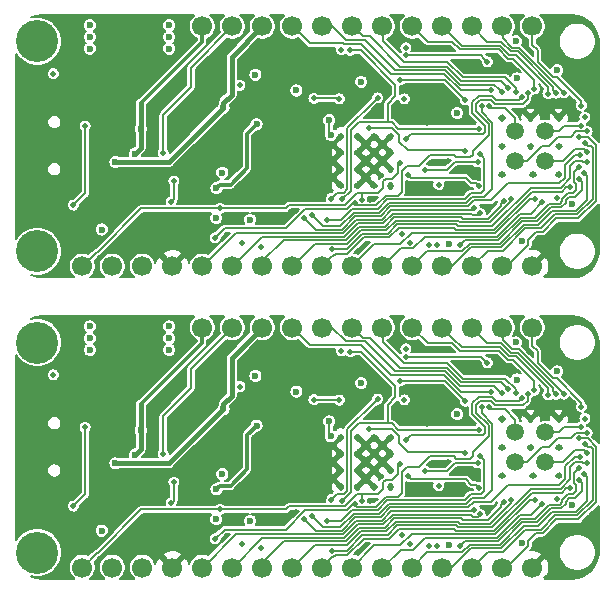
<source format=gbr>
G04 #@! TF.GenerationSoftware,KiCad,Pcbnew,(5.1.2)-1*
G04 #@! TF.CreationDate,2019-08-08T11:50:39+10:00*
G04 #@! TF.ProjectId,output.panel,6f757470-7574-42e7-9061-6e656c2e6b69,rev?*
G04 #@! TF.SameCoordinates,Original*
G04 #@! TF.FileFunction,Copper,L4,Bot*
G04 #@! TF.FilePolarity,Positive*
%FSLAX46Y46*%
G04 Gerber Fmt 4.6, Leading zero omitted, Abs format (unit mm)*
G04 Created by KiCad (PCBNEW (5.1.2)-1) date 2019-08-08 11:50:39*
%MOMM*%
%LPD*%
G04 APERTURE LIST*
%ADD10C,3.556000*%
%ADD11C,1.700000*%
%ADD12C,1.500000*%
%ADD13C,0.500000*%
%ADD14C,0.600000*%
%ADD15C,0.300000*%
%ADD16C,0.400000*%
%ADD17C,0.200000*%
%ADD18C,0.150000*%
G04 APERTURE END LIST*
D10*
X28930000Y-68245001D03*
X28930000Y-50465001D03*
D11*
X70840000Y-49195001D03*
X68300000Y-49195001D03*
X65760000Y-49195001D03*
X63220000Y-49195001D03*
X60680000Y-49195001D03*
X58140000Y-49195001D03*
X55600000Y-49195001D03*
X53060000Y-49195001D03*
X50520000Y-49195001D03*
X47980000Y-49195001D03*
X45440000Y-49195001D03*
X42900000Y-49195001D03*
X70840000Y-69515001D03*
X32740000Y-69515001D03*
X68300000Y-69515001D03*
X65760000Y-69515001D03*
X63220000Y-69515001D03*
X60680000Y-69515001D03*
X58140000Y-69515001D03*
X55600000Y-69515001D03*
X53060000Y-69515001D03*
X50520000Y-69515001D03*
X47980000Y-69515001D03*
X45440000Y-69515001D03*
X42900000Y-69515001D03*
X40360000Y-69515001D03*
X37820000Y-69515001D03*
X35280000Y-69515001D03*
D12*
X69400000Y-58050000D03*
D13*
X54650000Y-58500000D03*
X56050000Y-58500000D03*
X57450000Y-58500000D03*
X58850000Y-58500000D03*
X54650000Y-59900000D03*
X56050000Y-59900000D03*
X57450000Y-59900000D03*
X58850000Y-59900000D03*
X54650000Y-61300000D03*
X56050000Y-61300000D03*
X57450000Y-61300000D03*
X58850000Y-61300000D03*
X54650000Y-62700000D03*
X56050000Y-62700000D03*
X57450000Y-62700000D03*
X58850000Y-62700000D03*
X73100000Y-59350000D03*
X70700000Y-56950000D03*
X68300000Y-61750000D03*
X73100000Y-56950000D03*
X68300000Y-59350000D03*
X70700000Y-59350000D03*
X68300000Y-56950000D03*
X73100000Y-61750000D03*
X70900000Y-61750000D03*
D12*
X71950000Y-58050000D03*
X71950000Y-60600000D03*
X69400000Y-60600000D03*
D11*
X35280000Y-44015001D03*
X37820000Y-44015001D03*
X40360000Y-44015001D03*
X42900000Y-44015001D03*
X45440000Y-44015001D03*
X47980000Y-44015001D03*
X50520000Y-44015001D03*
X53060000Y-44015001D03*
X55600000Y-44015001D03*
X58140000Y-44015001D03*
X60680000Y-44015001D03*
X63220000Y-44015001D03*
X65760000Y-44015001D03*
X68300000Y-44015001D03*
X32740000Y-44015001D03*
X70840000Y-44015001D03*
X42900000Y-23695001D03*
X45440000Y-23695001D03*
X47980000Y-23695001D03*
X50520000Y-23695001D03*
X53060000Y-23695001D03*
X55600000Y-23695001D03*
X58140000Y-23695001D03*
X60680000Y-23695001D03*
X63220000Y-23695001D03*
X65760000Y-23695001D03*
X68300000Y-23695001D03*
X70840000Y-23695001D03*
D10*
X28930000Y-24965001D03*
X28930000Y-42745001D03*
D12*
X69400000Y-32550000D03*
X69400000Y-35100000D03*
X71950000Y-32550000D03*
X71950000Y-35100000D03*
D13*
X70900000Y-36250000D03*
X73100000Y-36250000D03*
X68300000Y-31450000D03*
X70700000Y-33850000D03*
X68300000Y-33850000D03*
X73100000Y-31450000D03*
X68300000Y-36250000D03*
X70700000Y-31450000D03*
X73100000Y-33850000D03*
X58850000Y-37200000D03*
X57450000Y-37200000D03*
X56050000Y-37200000D03*
X54650000Y-37200000D03*
X58850000Y-35800000D03*
X57450000Y-35800000D03*
X56050000Y-35800000D03*
X54650000Y-35800000D03*
X58850000Y-34400000D03*
X57450000Y-34400000D03*
X56050000Y-34400000D03*
X54650000Y-34400000D03*
X58850000Y-33000000D03*
X57450000Y-33000000D03*
X56050000Y-33000000D03*
X54650000Y-33000000D03*
D14*
X33400000Y-25600000D03*
X33400000Y-24600000D03*
X33400000Y-23600000D03*
X40100000Y-23600000D03*
X40100000Y-25600000D03*
X40100000Y-24600000D03*
X33400000Y-50100000D03*
X33400000Y-49100000D03*
X40100000Y-49100000D03*
X40100000Y-51100000D03*
X33400000Y-51100000D03*
X40100000Y-50100000D03*
X44100000Y-37400000D03*
X47500000Y-32000000D03*
X44100000Y-62900000D03*
X47500000Y-57500000D03*
X37200000Y-34500000D03*
X37700000Y-32400000D03*
X37200000Y-60000000D03*
X37700000Y-57900000D03*
X50875000Y-29125000D03*
X56350000Y-28400000D03*
X46950000Y-40074990D03*
X44599998Y-36100000D03*
X44075736Y-39925728D03*
X64480630Y-31034596D03*
D13*
X60025895Y-29830530D03*
X62925021Y-37102068D03*
X59801946Y-41280808D03*
D14*
X72950000Y-27418396D03*
D13*
X30302519Y-27708305D03*
D14*
X63800000Y-42100000D03*
X69450000Y-24949956D03*
X74245509Y-38706056D03*
D13*
X54684485Y-25666596D03*
D14*
X34400000Y-40900000D03*
X50875000Y-54625000D03*
X56350000Y-53900000D03*
X46950000Y-65574990D03*
X44075736Y-65425728D03*
X64480630Y-56534596D03*
D13*
X60025895Y-55330530D03*
D14*
X44599998Y-61600000D03*
D13*
X62925021Y-62602068D03*
X59801946Y-66780808D03*
D14*
X72950000Y-52918396D03*
D13*
X30302519Y-53208305D03*
D14*
X63800000Y-67600000D03*
X34400000Y-66400000D03*
D13*
X54684485Y-51166596D03*
D14*
X69450000Y-50449956D03*
X74245509Y-64206056D03*
X44700000Y-30600000D03*
X35550000Y-35200000D03*
X35550000Y-60700000D03*
X44700000Y-56100000D03*
X47400000Y-27800000D03*
X69937746Y-41909958D03*
X69549996Y-28100000D03*
X47400000Y-53300000D03*
X69937746Y-67409958D03*
X69549996Y-53600000D03*
X53650000Y-31650000D03*
X53800000Y-32900000D03*
X53650000Y-57150000D03*
X53800000Y-58400000D03*
D13*
X33000000Y-32150000D03*
X32000000Y-38824980D03*
X32000000Y-64324980D03*
X33000000Y-57650000D03*
X55858147Y-38678318D03*
X44000000Y-41600000D03*
X60521767Y-42006467D03*
X70463062Y-29303891D03*
X70463062Y-54803891D03*
X60521767Y-67506467D03*
X44000000Y-67100000D03*
X55858147Y-64178318D03*
X40500000Y-36800000D03*
X40275000Y-38575000D03*
X39600000Y-34400000D03*
X40275000Y-64075000D03*
X40500000Y-62300000D03*
X39600000Y-59900000D03*
X56425734Y-38361520D03*
X60150000Y-33250000D03*
X59689123Y-35239111D03*
X44400000Y-39100000D03*
X69950010Y-29703007D03*
X44400000Y-64600000D03*
X59689123Y-60739111D03*
X69950010Y-55203007D03*
X56425734Y-63861520D03*
X60150000Y-58750000D03*
X51550000Y-39950000D03*
X74884037Y-34625010D03*
X51550000Y-65450000D03*
X74884037Y-60125010D03*
X52350000Y-29800000D03*
X54515373Y-29834627D03*
X52350000Y-55300000D03*
X54515373Y-55334627D03*
X53471075Y-40067111D03*
X66400471Y-34542682D03*
X53471075Y-65567111D03*
X66400471Y-60042682D03*
X52206783Y-39664984D03*
X66551650Y-30445117D03*
X52206783Y-65164984D03*
X66551650Y-55945117D03*
X57049998Y-32275010D03*
X65174990Y-34285883D03*
X72909936Y-38189519D03*
X65174990Y-59785883D03*
X72909936Y-63689519D03*
X57049998Y-57775010D03*
X63550000Y-29000000D03*
X63575000Y-25500000D03*
X30500000Y-30700000D03*
X28250000Y-29850000D03*
X28250000Y-32650000D03*
X28250000Y-34950000D03*
X28200000Y-37750000D03*
X30500000Y-36950000D03*
X47750000Y-33000000D03*
D14*
X47750000Y-36100000D03*
D13*
X53112528Y-36299990D03*
X53062528Y-37400010D03*
X53200000Y-35599994D03*
D14*
X38900000Y-36000000D03*
D13*
X37650000Y-41400000D03*
D14*
X32000000Y-35100000D03*
D13*
X48500000Y-40100000D03*
D14*
X42350000Y-36949980D03*
D13*
X41000000Y-39950000D03*
D14*
X41650000Y-30500000D03*
X44800000Y-33100000D03*
X45700000Y-33050000D03*
D13*
X51525000Y-25400000D03*
X52862524Y-27779741D03*
X62875000Y-31625000D03*
X75580214Y-27959153D03*
X53204173Y-38098977D03*
X57099727Y-38374913D03*
X37000000Y-23500000D03*
X37000000Y-26000000D03*
X31500000Y-23500000D03*
X31500000Y-26000000D03*
X34000000Y-28500000D03*
X40500000Y-28500000D03*
X53100000Y-33400000D03*
X61900000Y-31844496D03*
X60434249Y-28834906D03*
X63698848Y-35075010D03*
X60450000Y-37749923D03*
X62875021Y-37800291D03*
X56800000Y-42100000D03*
X50820287Y-39307946D03*
X44650000Y-25650000D03*
X59449410Y-31480552D03*
X51546016Y-31475010D03*
X47400000Y-30800000D03*
X48724977Y-25594033D03*
X70596716Y-25727113D03*
X68900000Y-27000000D03*
X65500000Y-36100000D03*
X67386077Y-39004197D03*
X75900000Y-39500006D03*
X71400018Y-41700000D03*
D14*
X58552412Y-29099953D03*
D13*
X35700000Y-32400000D03*
X37000000Y-51500000D03*
X51525000Y-50900000D03*
X31500000Y-49000000D03*
D14*
X58552412Y-54599953D03*
D13*
X62875021Y-63300291D03*
X60434249Y-54334906D03*
X34000000Y-54000000D03*
X60450000Y-63249923D03*
X31500000Y-51500000D03*
D14*
X44800000Y-58600000D03*
X38900000Y-61500000D03*
D13*
X44650000Y-51150000D03*
X51546016Y-56975010D03*
D14*
X32000000Y-60600000D03*
D13*
X48500000Y-65600000D03*
X41000000Y-65450000D03*
X48724977Y-51094033D03*
X53100000Y-58900000D03*
X62875000Y-57125000D03*
X68900000Y-52500000D03*
X67386077Y-64504197D03*
X37650000Y-66900000D03*
X52862524Y-53279741D03*
X75580214Y-53459153D03*
X56800000Y-67600000D03*
X40500000Y-54000000D03*
X75900000Y-65000006D03*
X37000000Y-49000000D03*
X50820287Y-64807946D03*
X47400000Y-56300000D03*
X59449410Y-56980552D03*
D14*
X41650000Y-56000000D03*
D13*
X63698848Y-60575010D03*
X35700000Y-57900000D03*
D14*
X42350000Y-62449980D03*
D13*
X71400018Y-67200000D03*
X53204173Y-63598977D03*
X57099727Y-63874913D03*
X61900000Y-57344496D03*
X65500000Y-61600000D03*
X70596716Y-51227113D03*
D14*
X45700000Y-58550000D03*
D13*
X47750000Y-58500000D03*
D14*
X47750000Y-61600000D03*
D13*
X63550000Y-54500000D03*
X53112528Y-61799990D03*
X53062528Y-62900010D03*
X53200000Y-61099994D03*
X63575000Y-51000000D03*
X28250000Y-60450000D03*
X30500000Y-56200000D03*
X28250000Y-55350000D03*
X28250000Y-58150000D03*
X28200000Y-63250000D03*
X30500000Y-62450000D03*
X75300000Y-31399982D03*
X46093406Y-28693406D03*
X46093406Y-54193406D03*
X75300000Y-56899982D03*
X60171331Y-26158481D03*
X67049994Y-26700000D03*
X67049994Y-52200000D03*
X60171331Y-51658481D03*
X75474979Y-34350000D03*
X75474979Y-59850000D03*
X74950000Y-32100000D03*
X74950000Y-57600000D03*
X75500000Y-32600000D03*
X75500000Y-58100000D03*
X67201653Y-30448406D03*
X67201653Y-55948406D03*
X65939844Y-39109127D03*
X65939844Y-64609127D03*
X66439487Y-39524891D03*
X66439487Y-65024891D03*
X68428604Y-38467442D03*
X68428604Y-63967442D03*
X69084987Y-38276574D03*
X69084987Y-63776574D03*
X74059720Y-37297565D03*
X74059720Y-62797565D03*
X71050010Y-38291623D03*
X71050010Y-63791623D03*
X71650000Y-38599968D03*
X71650000Y-64099968D03*
X74834585Y-36620035D03*
X74834585Y-62120035D03*
X75225867Y-36100984D03*
X75225867Y-61600984D03*
X75300000Y-33600000D03*
X75300000Y-59100000D03*
X74843941Y-33092426D03*
X74843941Y-58592426D03*
X67350000Y-29124979D03*
X67350000Y-54624979D03*
X68257533Y-29279990D03*
X68257533Y-54779990D03*
X68790121Y-28907345D03*
X68790121Y-54407345D03*
X69440160Y-29239501D03*
X69440160Y-54739501D03*
X71034491Y-28994079D03*
X71034491Y-54494079D03*
X72168470Y-29389858D03*
X72168470Y-54889858D03*
X72833643Y-29359020D03*
X72833643Y-54859020D03*
X73499990Y-29338776D03*
X73499990Y-54838776D03*
X75000000Y-30400000D03*
X75000000Y-55900000D03*
X64750000Y-42200000D03*
X74793418Y-35615698D03*
X64750000Y-67700000D03*
X74793418Y-61115698D03*
X53860122Y-42588356D03*
X75474979Y-35158470D03*
X53860122Y-68088356D03*
X75474979Y-60658470D03*
X61760348Y-35852825D03*
X66211846Y-35164723D03*
X61760348Y-61352825D03*
X66211846Y-60664723D03*
X60300000Y-36275000D03*
X66300000Y-37250000D03*
X60300000Y-61775000D03*
X66300000Y-62750000D03*
X62800000Y-42174990D03*
X47900000Y-42400000D03*
X62800000Y-67674990D03*
X47900000Y-67900000D03*
X62102628Y-42174990D03*
X46250000Y-42050000D03*
X62102628Y-67674990D03*
X46250000Y-67550000D03*
X54780012Y-38350022D03*
X60139521Y-25509248D03*
X66358783Y-32349978D03*
X55399946Y-25734604D03*
X66358783Y-57849978D03*
X54780012Y-63850022D03*
X55399946Y-51234604D03*
X60139521Y-51009248D03*
X59670251Y-28205620D03*
X53829903Y-38274979D03*
X65155963Y-29928664D03*
X57750000Y-29750000D03*
X65155963Y-55428664D03*
X53829903Y-63774979D03*
X57750000Y-55250000D03*
X59670251Y-53705620D03*
D15*
X44100000Y-37400000D02*
X44400000Y-37100000D01*
X44400000Y-37100000D02*
X45300000Y-37100000D01*
X45300000Y-37100000D02*
X46700000Y-35700000D01*
X46700000Y-35700000D02*
X46700000Y-32800000D01*
X46700000Y-32800000D02*
X47500000Y-32000000D01*
X44100000Y-62900000D02*
X44400000Y-62600000D01*
X44400000Y-62600000D02*
X45300000Y-62600000D01*
X46700000Y-61200000D02*
X46700000Y-58300000D01*
X46700000Y-58300000D02*
X47500000Y-57500000D01*
X45300000Y-62600000D02*
X46700000Y-61200000D01*
X42850000Y-23650000D02*
X42900000Y-23700000D01*
D16*
X37200000Y-34500000D02*
X37700000Y-34000000D01*
D15*
X42900000Y-23800000D02*
X42900000Y-25000000D01*
X42900000Y-25000000D02*
X37700000Y-30200000D01*
D16*
X37700000Y-31000000D02*
X37700000Y-30200000D01*
X37700000Y-34000000D02*
X37700000Y-32400000D01*
X37700000Y-32400000D02*
X37700000Y-31000000D01*
X37200000Y-60000000D02*
X37700000Y-59500000D01*
D15*
X42900000Y-50500000D02*
X37700000Y-55700000D01*
X42900000Y-49300000D02*
X42900000Y-50500000D01*
D16*
X37700000Y-56500000D02*
X37700000Y-55700000D01*
D15*
X42850000Y-49150000D02*
X42900000Y-49200000D01*
D16*
X37700000Y-57900000D02*
X37700000Y-56500000D01*
X37700000Y-59500000D02*
X37700000Y-57900000D01*
X35974264Y-35200000D02*
X35550000Y-35200000D01*
X44700000Y-30600000D02*
X40100000Y-35200000D01*
X40100000Y-35200000D02*
X35974264Y-35200000D01*
X44700000Y-30175736D02*
X45400000Y-29475736D01*
X44700000Y-30600000D02*
X44700000Y-30175736D01*
X45400000Y-29475736D02*
X45400000Y-26300000D01*
X45400000Y-26300000D02*
X48000000Y-23700000D01*
X44700000Y-55675736D02*
X45400000Y-54975736D01*
X45400000Y-51800000D02*
X48000000Y-49200000D01*
X44700000Y-56100000D02*
X40100000Y-60700000D01*
X44700000Y-56100000D02*
X44700000Y-55675736D01*
X40100000Y-60700000D02*
X35974264Y-60700000D01*
X45400000Y-54975736D02*
X45400000Y-51800000D01*
X35974264Y-60700000D02*
X35550000Y-60700000D01*
D17*
X53650000Y-31650000D02*
X53650000Y-32750000D01*
X53650000Y-32750000D02*
X53800000Y-32900000D01*
X53650000Y-57150000D02*
X53650000Y-58250000D01*
X53650000Y-58250000D02*
X53800000Y-58400000D01*
X33000000Y-32150000D02*
X33000000Y-32503553D01*
X33000000Y-32503553D02*
X33000000Y-37824980D01*
X33000000Y-37824980D02*
X32000000Y-38824980D01*
X33000000Y-63324980D02*
X32000000Y-64324980D01*
X33000000Y-58003553D02*
X33000000Y-63324980D01*
X33000000Y-57650000D02*
X33000000Y-58003553D01*
D18*
X55845596Y-38678318D02*
X55858147Y-38678318D01*
X44800000Y-40800000D02*
X44000000Y-41600000D01*
X50000000Y-40800000D02*
X44800000Y-40800000D01*
X51632381Y-39167619D02*
X50000000Y-40800000D01*
X55158741Y-39167619D02*
X51632381Y-39167619D01*
X55858147Y-38678318D02*
X55648042Y-38678318D01*
X55648042Y-38678318D02*
X55158741Y-39167619D01*
X70463062Y-29886938D02*
X70463062Y-29657444D01*
X67712500Y-30287500D02*
X70062500Y-30287500D01*
X67325000Y-29900000D02*
X67712500Y-30287500D01*
X66075011Y-30249989D02*
X66425000Y-29900000D01*
X66075011Y-30899289D02*
X66075011Y-30249989D01*
X67149989Y-31974267D02*
X66075011Y-30899289D01*
X59812500Y-37711779D02*
X59812500Y-35937500D01*
X58462330Y-38024912D02*
X59499367Y-38024912D01*
X56041240Y-38861411D02*
X57625831Y-38861411D01*
X55858147Y-38678318D02*
X56041240Y-38861411D01*
X64400000Y-34800000D02*
X65600000Y-34800000D01*
X70062500Y-30287500D02*
X70463062Y-29886938D01*
X59812500Y-35937500D02*
X60250000Y-35500000D01*
X57625831Y-38861411D02*
X58462330Y-38024912D01*
X60250000Y-35500000D02*
X61250000Y-35500000D01*
X65600000Y-34800000D02*
X65824999Y-34575001D01*
X65824999Y-34575001D02*
X65824999Y-34225001D01*
X59499367Y-38024912D02*
X59812500Y-37711779D01*
X61250000Y-35500000D02*
X62150000Y-34600000D01*
X66425000Y-29900000D02*
X67325000Y-29900000D01*
X62150000Y-34600000D02*
X64200000Y-34600000D01*
X70463062Y-29657444D02*
X70463062Y-29303891D01*
X64200000Y-34600000D02*
X64400000Y-34800000D01*
X65824999Y-34225001D02*
X67149989Y-32900011D01*
X67149989Y-32900011D02*
X67149989Y-31974267D01*
X55158741Y-64667619D02*
X51632381Y-64667619D01*
X66075011Y-56399289D02*
X66075011Y-55749989D01*
X67149989Y-57474267D02*
X66075011Y-56399289D01*
X51632381Y-64667619D02*
X50000000Y-66300000D01*
X59812500Y-63211779D02*
X59812500Y-61437500D01*
X44800000Y-66300000D02*
X44000000Y-67100000D01*
X55648042Y-64178318D02*
X55158741Y-64667619D01*
X67712500Y-55787500D02*
X70062500Y-55787500D01*
X55845596Y-64178318D02*
X55858147Y-64178318D01*
X70463062Y-55386938D02*
X70463062Y-55157444D01*
X58462330Y-63524912D02*
X59499367Y-63524912D01*
X66075011Y-55749989D02*
X66425000Y-55400000D01*
X55858147Y-64178318D02*
X55648042Y-64178318D01*
X50000000Y-66300000D02*
X44800000Y-66300000D01*
X67325000Y-55400000D02*
X67712500Y-55787500D01*
X59812500Y-61437500D02*
X60250000Y-61000000D01*
X65600000Y-60300000D02*
X65824999Y-60075001D01*
X61250000Y-61000000D02*
X62150000Y-60100000D01*
X62150000Y-60100000D02*
X64200000Y-60100000D01*
X66425000Y-55400000D02*
X67325000Y-55400000D01*
X64200000Y-60100000D02*
X64400000Y-60300000D01*
X65824999Y-59725001D02*
X67149989Y-58400011D01*
X70463062Y-55157444D02*
X70463062Y-54803891D01*
X56041240Y-64361411D02*
X57625831Y-64361411D01*
X70062500Y-55787500D02*
X70463062Y-55386938D01*
X65824999Y-60075001D02*
X65824999Y-59725001D01*
X55858147Y-64178318D02*
X56041240Y-64361411D01*
X59499367Y-63524912D02*
X59812500Y-63211779D01*
X57625831Y-64361411D02*
X58462330Y-63524912D01*
X64400000Y-60300000D02*
X65600000Y-60300000D01*
X67149989Y-58400011D02*
X67149989Y-57474267D01*
X60250000Y-61000000D02*
X61250000Y-61000000D01*
D17*
X45500000Y-23750000D02*
X45450000Y-23700000D01*
X40500000Y-36800000D02*
X40500000Y-38350000D01*
X40500000Y-38350000D02*
X40275000Y-38575000D01*
X41950011Y-28849989D02*
X39600000Y-31200000D01*
X39600000Y-31200000D02*
X39600000Y-34046447D01*
X41950011Y-27184990D02*
X41950011Y-28849989D01*
X45440000Y-23695001D02*
X41950011Y-27184990D01*
X39600000Y-34046447D02*
X39600000Y-34400000D01*
X41950011Y-52684990D02*
X41950011Y-54349989D01*
X45440000Y-49195001D02*
X41950011Y-52684990D01*
X39600000Y-59546447D02*
X39600000Y-59900000D01*
X39600000Y-56700000D02*
X39600000Y-59546447D01*
X40500000Y-63850000D02*
X40275000Y-64075000D01*
X40500000Y-62300000D02*
X40500000Y-63850000D01*
X41950011Y-54349989D02*
X39600000Y-56700000D01*
X45500000Y-49250000D02*
X45450000Y-49200000D01*
D18*
X56425734Y-37824167D02*
X56425734Y-38361520D01*
X57800000Y-37800000D02*
X56449901Y-37800000D01*
X59500000Y-35428234D02*
X59500000Y-36100000D01*
X58250000Y-37350000D02*
X57800000Y-37800000D01*
X59500000Y-36100000D02*
X59000000Y-36600000D01*
X59000000Y-36600000D02*
X58450000Y-36600000D01*
X56449901Y-37800000D02*
X56425734Y-37824167D01*
X58450000Y-36600000D02*
X58250000Y-36800000D01*
X59689123Y-35239111D02*
X59500000Y-35428234D01*
X58250000Y-36800000D02*
X58250000Y-37350000D01*
X69700011Y-29953006D02*
X67802285Y-29953006D01*
X66849978Y-32627279D02*
X66652269Y-32824988D01*
X60575012Y-32824988D02*
X60399999Y-33000001D01*
X65775000Y-31023557D02*
X66849978Y-32098535D01*
X66849978Y-32098535D02*
X66849978Y-32627279D01*
X60399999Y-33000001D02*
X60150000Y-33250000D01*
X66300011Y-29599989D02*
X65775000Y-30125000D01*
X69950010Y-29703007D02*
X69700011Y-29953006D01*
X65775000Y-30125000D02*
X65775000Y-31023557D01*
X67449268Y-29599989D02*
X66300011Y-29599989D01*
X67802285Y-29953006D02*
X67449268Y-29599989D01*
X66652269Y-32824988D02*
X60575012Y-32824988D01*
X56033038Y-37800000D02*
X56450000Y-37800000D01*
X55008014Y-38825024D02*
X56033038Y-37800000D01*
X33983602Y-42800000D02*
X34050000Y-42800000D01*
X32768601Y-44015001D02*
X33983602Y-42800000D01*
X34050000Y-42800000D02*
X37750000Y-39100000D01*
X37750000Y-39100000D02*
X50000000Y-39100000D01*
X50000000Y-39100000D02*
X50274976Y-38825024D01*
X50274976Y-38825024D02*
X55008014Y-38825024D01*
X59000000Y-62100000D02*
X58450000Y-62100000D01*
X59689123Y-60739111D02*
X59500000Y-60928234D01*
X58450000Y-62100000D02*
X58250000Y-62300000D01*
X66652269Y-58324988D02*
X60575012Y-58324988D01*
X33983602Y-68300000D02*
X34050000Y-68300000D01*
X65775000Y-55625000D02*
X65775000Y-56523557D01*
X65775000Y-56523557D02*
X66849978Y-57598535D01*
X34050000Y-68300000D02*
X37750000Y-64600000D01*
X66849978Y-58127279D02*
X66652269Y-58324988D01*
X56449901Y-63300000D02*
X56425734Y-63324167D01*
X58250000Y-62300000D02*
X58250000Y-62850000D01*
X59500000Y-60928234D02*
X59500000Y-61600000D01*
X32768601Y-69515001D02*
X33983602Y-68300000D01*
X37750000Y-64600000D02*
X50000000Y-64600000D01*
X50274976Y-64325024D02*
X55008014Y-64325024D01*
X67449268Y-55099989D02*
X66300011Y-55099989D01*
X56033038Y-63300000D02*
X56450000Y-63300000D01*
X58250000Y-62850000D02*
X57800000Y-63300000D01*
X69700011Y-55453006D02*
X67802285Y-55453006D01*
X66849978Y-57598535D02*
X66849978Y-58127279D01*
X60399999Y-58500001D02*
X60150000Y-58750000D01*
X59500000Y-61600000D02*
X59000000Y-62100000D01*
X69950010Y-55203007D02*
X69700011Y-55453006D01*
X60575012Y-58324988D02*
X60399999Y-58500001D01*
X50000000Y-64600000D02*
X50274976Y-64325024D01*
X56425734Y-63324167D02*
X56425734Y-63861520D01*
X67802285Y-55453006D02*
X67449268Y-55099989D01*
X66300011Y-55099989D02*
X65775000Y-55625000D01*
X55008014Y-64325024D02*
X56033038Y-63300000D01*
X57800000Y-63300000D02*
X56449901Y-63300000D01*
X73150000Y-37000000D02*
X73650000Y-36500000D01*
X73650000Y-36500000D02*
X73650000Y-35400000D01*
X73650000Y-35400000D02*
X74424990Y-34625010D01*
X74530484Y-34625010D02*
X74884037Y-34625010D01*
X54699262Y-40899934D02*
X55837752Y-39761444D01*
X74424990Y-34625010D02*
X74530484Y-34625010D01*
X58835134Y-38924945D02*
X65422053Y-38924945D01*
X68804227Y-37000000D02*
X73150000Y-37000000D01*
X57998635Y-39761444D02*
X58835134Y-38924945D01*
X67375039Y-38429188D02*
X68804227Y-37000000D01*
X65422053Y-38924945D02*
X65917810Y-38429188D01*
X55837752Y-39761444D02*
X57998635Y-39761444D01*
X52499934Y-40899934D02*
X54699262Y-40899934D01*
X51550000Y-39950000D02*
X52499934Y-40899934D01*
X65917810Y-38429188D02*
X67375039Y-38429188D01*
X54699262Y-66399934D02*
X55837752Y-65261444D01*
X58835134Y-64424945D02*
X65422053Y-64424945D01*
X57998635Y-65261444D02*
X58835134Y-64424945D01*
X68804227Y-62500000D02*
X73150000Y-62500000D01*
X73150000Y-62500000D02*
X73650000Y-62000000D01*
X73650000Y-62000000D02*
X73650000Y-60900000D01*
X73650000Y-60900000D02*
X74424990Y-60125010D01*
X74530484Y-60125010D02*
X74884037Y-60125010D01*
X74424990Y-60125010D02*
X74530484Y-60125010D01*
X67375039Y-63929188D02*
X68804227Y-62500000D01*
X65422053Y-64424945D02*
X65917810Y-63929188D01*
X51550000Y-65450000D02*
X52499934Y-66399934D01*
X52499934Y-66399934D02*
X54699262Y-66399934D01*
X55837752Y-65261444D02*
X57998635Y-65261444D01*
X65917810Y-63929188D02*
X67375039Y-63929188D01*
D17*
X54480746Y-29800000D02*
X54515373Y-29834627D01*
X52350000Y-29800000D02*
X54480746Y-29800000D01*
X52350000Y-55300000D02*
X54480746Y-55300000D01*
X54480746Y-55300000D02*
X54515373Y-55334627D01*
D18*
X66800000Y-37550000D02*
X66800000Y-34942211D01*
X66520834Y-37829166D02*
X66800000Y-37550000D01*
X66650470Y-34792681D02*
X66400471Y-34542682D01*
X65635579Y-37829166D02*
X66520834Y-37829166D01*
X54683527Y-40067111D02*
X55589216Y-39161422D01*
X66800000Y-34942211D02*
X66650470Y-34792681D01*
X53471075Y-40067111D02*
X54683527Y-40067111D01*
X55589216Y-39161422D02*
X57750099Y-39161422D01*
X57750099Y-39161422D02*
X58586598Y-38324923D01*
X58586598Y-38324923D02*
X65139822Y-38324923D01*
X65139822Y-38324923D02*
X65635579Y-37829166D01*
X66800000Y-60442211D02*
X66650470Y-60292681D01*
X65635579Y-63329166D02*
X66520834Y-63329166D01*
X65139822Y-63824923D02*
X65635579Y-63329166D01*
X58586598Y-63824923D02*
X65139822Y-63824923D01*
X66520834Y-63329166D02*
X66800000Y-63050000D01*
X54683527Y-65567111D02*
X55589216Y-64661422D01*
X57750099Y-64661422D02*
X58586598Y-63824923D01*
X66800000Y-63050000D02*
X66800000Y-60442211D01*
X66650470Y-60292681D02*
X66400471Y-60042682D01*
X53471075Y-65567111D02*
X54683527Y-65567111D01*
X55589216Y-64661422D02*
X57750099Y-64661422D01*
X53141722Y-40599923D02*
X54574994Y-40599923D01*
X52206783Y-39664984D02*
X53141722Y-40599923D01*
X54574994Y-40599923D02*
X55713484Y-39461433D01*
X57874367Y-39461433D02*
X58710866Y-38624934D01*
X67450000Y-31849999D02*
X66551650Y-30951649D01*
X66770823Y-38129177D02*
X67450000Y-37450000D01*
X55713484Y-39461433D02*
X57874367Y-39461433D01*
X66551650Y-30798670D02*
X66551650Y-30445117D01*
X66551650Y-30951649D02*
X66551650Y-30798670D01*
X65264090Y-38624934D02*
X65759847Y-38129177D01*
X58710866Y-38624934D02*
X65264090Y-38624934D01*
X67450000Y-37450000D02*
X67450000Y-31849999D01*
X65759847Y-38129177D02*
X66770823Y-38129177D01*
X58710866Y-64124934D02*
X65264090Y-64124934D01*
X67450000Y-57349999D02*
X66551650Y-56451649D01*
X57874367Y-64961433D02*
X58710866Y-64124934D01*
X52206783Y-65164984D02*
X53141722Y-66099923D01*
X53141722Y-66099923D02*
X54574994Y-66099923D01*
X66770823Y-63629177D02*
X67450000Y-62950000D01*
X55713484Y-64961433D02*
X57874367Y-64961433D01*
X66551650Y-56298670D02*
X66551650Y-55945117D01*
X65264090Y-64124934D02*
X65759847Y-63629177D01*
X67450000Y-62950000D02*
X67450000Y-57349999D01*
X66551650Y-56451649D02*
X66551650Y-56298670D01*
X65759847Y-63629177D02*
X66770823Y-63629177D01*
X54574994Y-66099923D02*
X55713484Y-64961433D01*
D17*
X59600000Y-32900000D02*
X59600000Y-33459999D01*
X60340001Y-34200000D02*
X65100000Y-34200000D01*
X65174990Y-34274990D02*
X65174990Y-34285883D01*
X57049998Y-32275010D02*
X58975010Y-32275010D01*
X59600000Y-33459999D02*
X60340001Y-34200000D01*
X58975010Y-32275010D02*
X59600000Y-32900000D01*
X65100000Y-34200000D02*
X65174990Y-34274990D01*
X59600000Y-58400000D02*
X59600000Y-58959999D01*
X59600000Y-58959999D02*
X60340001Y-59700000D01*
X65100000Y-59700000D02*
X65174990Y-59774990D01*
X57049998Y-57775010D02*
X58975010Y-57775010D01*
X65174990Y-59774990D02*
X65174990Y-59785883D01*
X60340001Y-59700000D02*
X65100000Y-59700000D01*
X58975010Y-57775010D02*
X59600000Y-58400000D01*
D18*
X60171331Y-26158481D02*
X66508475Y-26158481D01*
X66799995Y-26450001D02*
X67049994Y-26700000D01*
X66508475Y-26158481D02*
X66799995Y-26450001D01*
X60171331Y-51658481D02*
X66508475Y-51658481D01*
X66508475Y-51658481D02*
X66799995Y-51950001D01*
X66799995Y-51950001D02*
X67049994Y-52200000D01*
X74449999Y-34100001D02*
X75224980Y-34100001D01*
X75224980Y-34100001D02*
X75474979Y-34350000D01*
X73450000Y-35100000D02*
X74449999Y-34100001D01*
X71950000Y-35100000D02*
X73450000Y-35100000D01*
X75224980Y-59600001D02*
X75474979Y-59850000D01*
X74449999Y-59600001D02*
X75224980Y-59600001D01*
X71950000Y-60600000D02*
X73450000Y-60600000D01*
X73450000Y-60600000D02*
X74449999Y-59600001D01*
X74950000Y-32100000D02*
X73550000Y-32100000D01*
X73550000Y-32100000D02*
X73100000Y-32550000D01*
X73100000Y-32550000D02*
X71950000Y-32550000D01*
X73100000Y-58050000D02*
X71950000Y-58050000D01*
X73550000Y-57600000D02*
X73100000Y-58050000D01*
X74950000Y-57600000D02*
X73550000Y-57600000D01*
X70400000Y-35100000D02*
X69400000Y-35100000D01*
X74550000Y-32600000D02*
X74100000Y-33050000D01*
X75500000Y-32600000D02*
X74550000Y-32600000D01*
X74100000Y-33050000D02*
X73050000Y-33050000D01*
X73050000Y-33050000D02*
X72250000Y-33850000D01*
X72250000Y-33850000D02*
X71650000Y-33850000D01*
X71650000Y-33850000D02*
X70400000Y-35100000D01*
X74550000Y-58100000D02*
X74100000Y-58550000D01*
X70400000Y-60600000D02*
X69400000Y-60600000D01*
X75500000Y-58100000D02*
X74550000Y-58100000D01*
X72250000Y-59350000D02*
X71650000Y-59350000D01*
X71650000Y-59350000D02*
X70400000Y-60600000D01*
X74100000Y-58550000D02*
X73050000Y-58550000D01*
X73050000Y-58550000D02*
X72250000Y-59350000D01*
X68498171Y-30587511D02*
X67340758Y-30587511D01*
X67340758Y-30587511D02*
X67201653Y-30448406D01*
X69400000Y-32550000D02*
X69400000Y-31489340D01*
X69400000Y-31489340D02*
X68498171Y-30587511D01*
X67340758Y-56087511D02*
X67201653Y-55948406D01*
X68498171Y-56087511D02*
X67340758Y-56087511D01*
X69400000Y-58050000D02*
X69400000Y-56989340D01*
X69400000Y-56989340D02*
X68498171Y-56087511D01*
X53602939Y-41199945D02*
X54823530Y-41199945D01*
X54823530Y-41199945D02*
X55962020Y-40061455D01*
X55962020Y-40061455D02*
X58122903Y-40061455D01*
X45743635Y-41199967D02*
X53602917Y-41199967D01*
X65793369Y-39255602D02*
X65939844Y-39109127D01*
X42928601Y-44015001D02*
X45743635Y-41199967D01*
X58122903Y-40061455D02*
X58928755Y-39255602D01*
X53602917Y-41199967D02*
X53602939Y-41199945D01*
X58928755Y-39255602D02*
X65793369Y-39255602D01*
X53602939Y-66699945D02*
X54823530Y-66699945D01*
X55962020Y-65561455D02*
X58122903Y-65561455D01*
X58122903Y-65561455D02*
X58928755Y-64755602D01*
X45743635Y-66699967D02*
X53602917Y-66699967D01*
X53602917Y-66699967D02*
X53602939Y-66699945D01*
X65793369Y-64755602D02*
X65939844Y-64609127D01*
X54823530Y-66699945D02*
X55962020Y-65561455D01*
X42928601Y-69515001D02*
X45743635Y-66699967D01*
X58928755Y-64755602D02*
X65793369Y-64755602D01*
X53727207Y-41499956D02*
X54947798Y-41499956D01*
X54947798Y-41499956D02*
X56086288Y-40361466D01*
X47983624Y-41499978D02*
X53727185Y-41499978D01*
X56086288Y-40361466D02*
X58247170Y-40361466D01*
X53727185Y-41499978D02*
X53727207Y-41499956D01*
X45468601Y-44015001D02*
X47983624Y-41499978D01*
X66264488Y-39699890D02*
X66439487Y-39524891D01*
X65832321Y-39699890D02*
X66264488Y-39699890D01*
X65688044Y-39555613D02*
X65832321Y-39699890D01*
X58247170Y-40361466D02*
X59053023Y-39555613D01*
X59053023Y-39555613D02*
X65688044Y-39555613D01*
X53727207Y-66999956D02*
X54947798Y-66999956D01*
X47983624Y-66999978D02*
X53727185Y-66999978D01*
X56086288Y-65861466D02*
X58247170Y-65861466D01*
X54947798Y-66999956D02*
X56086288Y-65861466D01*
X53727185Y-66999978D02*
X53727207Y-66999956D01*
X45468601Y-69515001D02*
X47983624Y-66999978D01*
X66264488Y-65199890D02*
X66439487Y-65024891D01*
X58247170Y-65861466D02*
X59053023Y-65055613D01*
X59053023Y-65055613D02*
X65688044Y-65055613D01*
X65688044Y-65055613D02*
X65832321Y-65199890D01*
X65832321Y-65199890D02*
X66264488Y-65199890D01*
X48000000Y-44000000D02*
X48000000Y-43599251D01*
X59177291Y-39855624D02*
X64803410Y-39855624D01*
X68178605Y-38717441D02*
X68428604Y-38467442D01*
X48000000Y-43599251D02*
X49799262Y-41799989D01*
X64803410Y-39855624D02*
X64947687Y-39999901D01*
X67093375Y-39999901D02*
X68178605Y-38914671D01*
X68178605Y-38914671D02*
X68178605Y-38717441D01*
X55072044Y-41799989D02*
X56210556Y-40661477D01*
X56210556Y-40661477D02*
X58371438Y-40661477D01*
X64947687Y-39999901D02*
X67093375Y-39999901D01*
X58371438Y-40661477D02*
X59177291Y-39855624D01*
X49799262Y-41799989D02*
X55072044Y-41799989D01*
X48000000Y-69500000D02*
X48000000Y-69099251D01*
X67093375Y-65499901D02*
X68178605Y-64414671D01*
X48000000Y-69099251D02*
X49799262Y-67299989D01*
X55072044Y-67299989D02*
X56210556Y-66161477D01*
X64803410Y-65355624D02*
X64947687Y-65499901D01*
X49799262Y-67299989D02*
X55072044Y-67299989D01*
X59177291Y-65355624D02*
X64803410Y-65355624D01*
X64947687Y-65499901D02*
X67093375Y-65499901D01*
X56210556Y-66161477D02*
X58371438Y-66161477D01*
X68178605Y-64414671D02*
X68178605Y-64217441D01*
X68178605Y-64217441D02*
X68428604Y-63967442D01*
X58371438Y-66161477D02*
X59177291Y-65355624D01*
X53925000Y-42100000D02*
X54075000Y-42100000D01*
X52450000Y-42100000D02*
X53925000Y-42100000D01*
X50548601Y-44015001D02*
X50548601Y-44001399D01*
X50548601Y-44001399D02*
X52450000Y-42100000D01*
X64724191Y-40299912D02*
X64579914Y-40155635D01*
X64579914Y-40155635D02*
X59301559Y-40155635D01*
X55196312Y-42100000D02*
X53925000Y-42100000D01*
X59301559Y-40155635D02*
X58495706Y-40961488D01*
X58495706Y-40961488D02*
X56334824Y-40961488D01*
X56334824Y-40961488D02*
X55196312Y-42100000D01*
X67299138Y-40299912D02*
X64724191Y-40299912D01*
X69084987Y-38514063D02*
X67299138Y-40299912D01*
X69084987Y-38276574D02*
X69084987Y-38514063D01*
X69084987Y-63776574D02*
X69084987Y-64014063D01*
X64579914Y-65655635D02*
X59301559Y-65655635D01*
X50548601Y-69501399D02*
X52450000Y-67600000D01*
X55196312Y-67600000D02*
X53925000Y-67600000D01*
X56334824Y-66461488D02*
X55196312Y-67600000D01*
X67299138Y-65799912D02*
X64724191Y-65799912D01*
X50548601Y-69515001D02*
X50548601Y-69501399D01*
X58495706Y-66461488D02*
X56334824Y-66461488D01*
X69084987Y-64014063D02*
X67299138Y-65799912D01*
X52450000Y-67600000D02*
X53925000Y-67600000D01*
X59301559Y-65655635D02*
X58495706Y-66461488D01*
X53925000Y-67600000D02*
X54075000Y-67600000D01*
X64724191Y-65799912D02*
X64579914Y-65655635D01*
X56583360Y-41561510D02*
X58744242Y-41561510D01*
X70788844Y-37700000D02*
X73324278Y-37700000D01*
X59549945Y-40755807D02*
X64255807Y-40755807D01*
X64399934Y-40899934D02*
X67588910Y-40899934D01*
X58744242Y-41561510D02*
X59549945Y-40755807D01*
X53060000Y-44015001D02*
X53909999Y-43165002D01*
X55194870Y-42950000D02*
X56583360Y-41561510D01*
X73324278Y-37700000D02*
X73726713Y-37297565D01*
X53909999Y-43165002D02*
X53984998Y-43165002D01*
X54200000Y-42950000D02*
X55194870Y-42950000D01*
X53984998Y-43165002D02*
X54200000Y-42950000D01*
X73726713Y-37297565D02*
X74059720Y-37297565D01*
X64255807Y-40755807D02*
X64399934Y-40899934D01*
X67588910Y-40899934D02*
X70788844Y-37700000D01*
X53984998Y-68665002D02*
X54200000Y-68450000D01*
X58744242Y-67061510D02*
X59549945Y-66255807D01*
X67588910Y-66399934D02*
X70788844Y-63200000D01*
X53909999Y-68665002D02*
X53984998Y-68665002D01*
X73324278Y-63200000D02*
X73726713Y-62797565D01*
X64399934Y-66399934D02*
X67588910Y-66399934D01*
X59549945Y-66255807D02*
X64255807Y-66255807D01*
X73726713Y-62797565D02*
X74059720Y-62797565D01*
X56583360Y-67061510D02*
X58744242Y-67061510D01*
X70788844Y-63200000D02*
X73324278Y-63200000D01*
X53060000Y-69515001D02*
X53909999Y-68665002D01*
X55194870Y-68450000D02*
X56583360Y-67061510D01*
X54200000Y-68450000D02*
X55194870Y-68450000D01*
X64255807Y-66255807D02*
X64399934Y-66399934D01*
X66453661Y-41199945D02*
X67713178Y-41199945D01*
X66453606Y-41200000D02*
X66453661Y-41199945D01*
X60625232Y-41200000D02*
X66453606Y-41200000D01*
X59675232Y-42150000D02*
X60625232Y-41200000D01*
X55600000Y-44015001D02*
X57465001Y-42150000D01*
X57465001Y-42150000D02*
X59675232Y-42150000D01*
X70696457Y-38291623D02*
X71050010Y-38291623D01*
X70621500Y-38291623D02*
X70696457Y-38291623D01*
X67713178Y-41199945D02*
X70621500Y-38291623D01*
X66453661Y-66699945D02*
X67713178Y-66699945D01*
X66453606Y-66700000D02*
X66453661Y-66699945D01*
X59675232Y-67650000D02*
X60625232Y-66700000D01*
X55600000Y-69515001D02*
X57465001Y-67650000D01*
X60625232Y-66700000D02*
X66453606Y-66700000D01*
X67713178Y-66699945D02*
X70621500Y-63791623D01*
X57465001Y-67650000D02*
X59675232Y-67650000D01*
X70696457Y-63791623D02*
X71050010Y-63791623D01*
X70621500Y-63791623D02*
X70696457Y-63791623D01*
X69787402Y-39550000D02*
X70699968Y-39550000D01*
X70699968Y-39550000D02*
X71650000Y-38599968D01*
X67837446Y-41499956D02*
X69787402Y-39550000D01*
X59700000Y-42500000D02*
X60750000Y-42500000D01*
X58150000Y-44050000D02*
X59700000Y-42500000D01*
X60750000Y-42500000D02*
X61749989Y-41500011D01*
X61749989Y-41500011D02*
X66577874Y-41500011D01*
X66577874Y-41500011D02*
X66577929Y-41499956D01*
X66577929Y-41499956D02*
X67837446Y-41499956D01*
X69787402Y-65050000D02*
X70699968Y-65050000D01*
X70699968Y-65050000D02*
X71650000Y-64099968D01*
X66577874Y-67000011D02*
X66577929Y-66999956D01*
X67837446Y-66999956D02*
X69787402Y-65050000D01*
X60750000Y-68000000D02*
X61749989Y-67000011D01*
X66577929Y-66999956D02*
X67837446Y-66999956D01*
X59700000Y-68000000D02*
X60750000Y-68000000D01*
X58150000Y-69550000D02*
X59700000Y-68000000D01*
X61749989Y-67000011D02*
X66577874Y-67000011D01*
X75084584Y-37515416D02*
X75084584Y-36870034D01*
X74468945Y-38131055D02*
X75084584Y-37515416D01*
X75084584Y-36870034D02*
X74834585Y-36620035D01*
X60680000Y-44015001D02*
X61969999Y-42725002D01*
X64928002Y-42725002D02*
X65552937Y-42100067D01*
X73670508Y-38430055D02*
X73969508Y-38131055D01*
X73299009Y-38999989D02*
X73670508Y-38628490D01*
X73969508Y-38131055D02*
X74468945Y-38131055D01*
X73670508Y-38628490D02*
X73670508Y-38430055D01*
X72425732Y-38999989D02*
X73299009Y-38999989D01*
X71225754Y-40199967D02*
X72425732Y-38999989D01*
X69985993Y-40199967D02*
X71225754Y-40199967D01*
X68085982Y-42099978D02*
X69985993Y-40199967D01*
X66826465Y-42099978D02*
X68085982Y-42099978D01*
X66826376Y-42100067D02*
X66826465Y-42099978D01*
X65552937Y-42100067D02*
X66826376Y-42100067D01*
X61969999Y-42725002D02*
X64928002Y-42725002D01*
X61969999Y-68225002D02*
X64928002Y-68225002D01*
X65552937Y-67600067D02*
X66826376Y-67600067D01*
X68085982Y-67599978D02*
X69985993Y-65699967D01*
X66826465Y-67599978D02*
X68085982Y-67599978D01*
X66826376Y-67600067D02*
X66826465Y-67599978D01*
X73670508Y-64128490D02*
X73670508Y-63930055D01*
X71225754Y-65699967D02*
X72425732Y-64499989D01*
X73969508Y-63631055D02*
X74468945Y-63631055D01*
X64928002Y-68225002D02*
X65552937Y-67600067D01*
X75084584Y-63015416D02*
X75084584Y-62370034D01*
X73670508Y-63930055D02*
X73969508Y-63631055D01*
X60680000Y-69515001D02*
X61969999Y-68225002D01*
X74468945Y-63631055D02*
X75084584Y-63015416D01*
X75084584Y-62370034D02*
X74834585Y-62120035D01*
X73299009Y-64499989D02*
X73670508Y-64128490D01*
X72425732Y-64499989D02*
X73299009Y-64499989D01*
X69985993Y-65699967D02*
X71225754Y-65699967D01*
X75475866Y-36350983D02*
X75225867Y-36100984D01*
X74551443Y-39300000D02*
X75475866Y-38375577D01*
X64077283Y-44000000D02*
X65677205Y-42400078D01*
X63250000Y-44000000D02*
X64077283Y-44000000D01*
X68210250Y-42399989D02*
X70110261Y-40499978D01*
X75475866Y-38375577D02*
X75475866Y-36350983D01*
X72550000Y-39300000D02*
X74551443Y-39300000D01*
X71350022Y-40499978D02*
X72550000Y-39300000D01*
X70110261Y-40499978D02*
X71350022Y-40499978D01*
X66950733Y-42399989D02*
X68210250Y-42399989D01*
X66950644Y-42400078D02*
X66950733Y-42399989D01*
X65677205Y-42400078D02*
X66950644Y-42400078D01*
X74551443Y-64800000D02*
X75475866Y-63875577D01*
X70110261Y-65999978D02*
X71350022Y-65999978D01*
X64077283Y-69500000D02*
X65677205Y-67900078D01*
X71350022Y-65999978D02*
X72550000Y-64800000D01*
X66950644Y-67900078D02*
X66950733Y-67899989D01*
X72550000Y-64800000D02*
X74551443Y-64800000D01*
X68210250Y-67899989D02*
X70110261Y-65999978D01*
X63250000Y-69500000D02*
X64077283Y-69500000D01*
X75475866Y-61850983D02*
X75225867Y-61600984D01*
X75475866Y-63875577D02*
X75475866Y-61850983D01*
X66950733Y-67899989D02*
X68210250Y-67899989D01*
X65677205Y-67900078D02*
X66950644Y-67900078D01*
X68334518Y-42700000D02*
X70234529Y-40799989D01*
X74675711Y-39600011D02*
X75949989Y-38325733D01*
X75949989Y-38325733D02*
X75949989Y-33999989D01*
X75549999Y-33849999D02*
X75300000Y-33600000D01*
X65760000Y-44015001D02*
X67075001Y-42700000D01*
X75949989Y-33999989D02*
X75799999Y-33849999D01*
X67075001Y-42700000D02*
X68334518Y-42700000D01*
X72799989Y-39600011D02*
X74675711Y-39600011D01*
X71600011Y-40799989D02*
X72799989Y-39600011D01*
X70234529Y-40799989D02*
X71600011Y-40799989D01*
X75799999Y-33849999D02*
X75549999Y-33849999D01*
X67075001Y-68200000D02*
X68334518Y-68200000D01*
X65760000Y-69515001D02*
X67075001Y-68200000D01*
X75949989Y-59499989D02*
X75799999Y-59349999D01*
X74675711Y-65100011D02*
X75949989Y-63825733D01*
X75549999Y-59349999D02*
X75300000Y-59100000D01*
X70234529Y-66299989D02*
X71600011Y-66299989D01*
X68334518Y-68200000D02*
X70234529Y-66299989D01*
X75949989Y-63825733D02*
X75949989Y-59499989D01*
X72799989Y-65100011D02*
X74675711Y-65100011D01*
X75799999Y-59349999D02*
X75549999Y-59349999D01*
X71600011Y-66299989D02*
X72799989Y-65100011D01*
X68727704Y-44000000D02*
X68300000Y-44000000D01*
X70513852Y-42213852D02*
X68727704Y-44000000D01*
X70513852Y-41786148D02*
X70513852Y-42213852D01*
X72874259Y-39950020D02*
X71724279Y-41100000D01*
X76250000Y-38450000D02*
X74749980Y-39950020D01*
X74843941Y-33092426D02*
X75566705Y-33092426D01*
X71724279Y-41100000D02*
X71200000Y-41100000D01*
X76250000Y-33775721D02*
X76250000Y-38450000D01*
X75566705Y-33092426D02*
X76250000Y-33775721D01*
X71200000Y-41100000D02*
X70513852Y-41786148D01*
X74749980Y-39950020D02*
X72874259Y-39950020D01*
X76250000Y-63950000D02*
X74749980Y-65450020D01*
X75566705Y-58592426D02*
X76250000Y-59275721D01*
X74749980Y-65450020D02*
X72874259Y-65450020D01*
X74843941Y-58592426D02*
X75566705Y-58592426D01*
X70513852Y-67286148D02*
X70513852Y-67713852D01*
X72874259Y-65450020D02*
X71724279Y-66600000D01*
X68727704Y-69500000D02*
X68300000Y-69500000D01*
X76250000Y-59275721D02*
X76250000Y-63950000D01*
X70513852Y-67713852D02*
X68727704Y-69500000D01*
X71724279Y-66600000D02*
X71200000Y-66600000D01*
X71200000Y-66600000D02*
X70513852Y-67286148D01*
X63351589Y-27700011D02*
X64776556Y-29124979D01*
X56325000Y-25150000D02*
X58875011Y-27700011D01*
X51995195Y-25141595D02*
X54936486Y-25141595D01*
X64776556Y-29124979D02*
X66996447Y-29124979D01*
X54944891Y-25150000D02*
X56325000Y-25150000D01*
X54936486Y-25141595D02*
X54944891Y-25150000D01*
X50548601Y-23695001D02*
X51995195Y-25141595D01*
X58875011Y-27700011D02*
X63351589Y-27700011D01*
X66996447Y-29124979D02*
X67350000Y-29124979D01*
X58875011Y-53200011D02*
X63351589Y-53200011D01*
X50548601Y-49195001D02*
X51995195Y-50641595D01*
X64776556Y-54624979D02*
X66996447Y-54624979D01*
X63351589Y-53200011D02*
X64776556Y-54624979D01*
X56325000Y-50650000D02*
X58875011Y-53200011D01*
X51995195Y-50641595D02*
X54936486Y-50641595D01*
X54944891Y-50650000D02*
X56325000Y-50650000D01*
X54936486Y-50641595D02*
X54944891Y-50650000D01*
X66996447Y-54624979D02*
X67350000Y-54624979D01*
X68007534Y-29029991D02*
X68257533Y-29279990D01*
X63475857Y-27400000D02*
X64700854Y-28624999D01*
X56699988Y-24849988D02*
X59250000Y-27400000D01*
X67602542Y-28624999D02*
X68007534Y-29029991D01*
X53088601Y-23695001D02*
X53914171Y-23695001D01*
X64700854Y-28624999D02*
X67602542Y-28624999D01*
X53914171Y-23695001D02*
X55069158Y-24849988D01*
X55069158Y-24849988D02*
X56699988Y-24849988D01*
X59250000Y-27400000D02*
X63475857Y-27400000D01*
X56699988Y-50349988D02*
X59250000Y-52900000D01*
X67602542Y-54124999D02*
X68007534Y-54529991D01*
X53088601Y-49195001D02*
X53914171Y-49195001D01*
X64700854Y-54124999D02*
X67602542Y-54124999D01*
X53914171Y-49195001D02*
X55069158Y-50349988D01*
X63475857Y-52900000D02*
X64700854Y-54124999D01*
X68007534Y-54529991D02*
X68257533Y-54779990D01*
X55069158Y-50349988D02*
X56699988Y-50349988D01*
X59250000Y-52900000D02*
X63475857Y-52900000D01*
X63600125Y-27099989D02*
X64825122Y-28324988D01*
X57120000Y-24545000D02*
X59674989Y-27099989D01*
X64825122Y-28324988D02*
X68207764Y-28324988D01*
X55628601Y-23695001D02*
X56478600Y-24545000D01*
X68207764Y-28324988D02*
X68540122Y-28657346D01*
X56478600Y-24545000D02*
X57120000Y-24545000D01*
X59674989Y-27099989D02*
X63600125Y-27099989D01*
X68540122Y-28657346D02*
X68790121Y-28907345D01*
X57120000Y-50045000D02*
X59674989Y-52599989D01*
X56478600Y-50045000D02*
X57120000Y-50045000D01*
X59674989Y-52599989D02*
X63600125Y-52599989D01*
X64825122Y-53824988D02*
X68207764Y-53824988D01*
X68540122Y-54157346D02*
X68790121Y-54407345D01*
X68207764Y-53824988D02*
X68540122Y-54157346D01*
X55628601Y-49195001D02*
X56478600Y-50045000D01*
X63600125Y-52599989D02*
X64825122Y-53824988D01*
X68579519Y-28024977D02*
X69440160Y-28885618D01*
X58168601Y-23695001D02*
X58168601Y-24897082D01*
X69440160Y-28885618D02*
X69440160Y-28885948D01*
X59971519Y-26700000D02*
X63624413Y-26700000D01*
X64949390Y-28024977D02*
X68579519Y-28024977D01*
X69440160Y-28885948D02*
X69440160Y-29239501D01*
X63624413Y-26700000D02*
X64949390Y-28024977D01*
X58168601Y-24897082D02*
X59971519Y-26700000D01*
X58168601Y-50397082D02*
X59971519Y-52200000D01*
X58168601Y-49195001D02*
X58168601Y-50397082D01*
X69440160Y-54385618D02*
X69440160Y-54385948D01*
X63624413Y-52200000D02*
X64949390Y-53524977D01*
X68579519Y-53524977D02*
X69440160Y-54385618D01*
X59971519Y-52200000D02*
X63624413Y-52200000D01*
X64949390Y-53524977D02*
X68579519Y-53524977D01*
X69440160Y-54385948D02*
X69440160Y-54739501D01*
X64050000Y-25000000D02*
X62000000Y-25000000D01*
X71034491Y-28231489D02*
X69228001Y-26424999D01*
X62000000Y-25000000D02*
X60700000Y-23700000D01*
X68000000Y-25650000D02*
X64700000Y-25650000D01*
X68774999Y-26424999D02*
X68000000Y-25650000D01*
X69228001Y-26424999D02*
X68774999Y-26424999D01*
X71034491Y-28994079D02*
X71034491Y-28231489D01*
X64700000Y-25650000D02*
X64050000Y-25000000D01*
X68000000Y-51150000D02*
X64700000Y-51150000D01*
X62000000Y-50500000D02*
X60700000Y-49200000D01*
X71034491Y-54494079D02*
X71034491Y-53731489D01*
X64700000Y-51150000D02*
X64050000Y-50500000D01*
X68774999Y-51924999D02*
X68000000Y-51150000D01*
X69228001Y-51924999D02*
X68774999Y-51924999D01*
X64050000Y-50500000D02*
X62000000Y-50500000D01*
X71034491Y-53731489D02*
X69228001Y-51924999D01*
X64874999Y-25350000D02*
X64069999Y-24545000D01*
X64069999Y-24545000D02*
X63220000Y-23695001D01*
X68127163Y-25350000D02*
X64874999Y-25350000D01*
X68902151Y-26124988D02*
X68127163Y-25350000D01*
X69474266Y-26124988D02*
X68902151Y-26124988D01*
X72168470Y-28819192D02*
X69474266Y-26124988D01*
X72168470Y-29389858D02*
X72168470Y-28819192D01*
X64069999Y-50045000D02*
X63220000Y-49195001D01*
X72168470Y-54889858D02*
X72168470Y-54319192D01*
X68902151Y-51624988D02*
X68127163Y-50850000D01*
X72168470Y-54319192D02*
X69474266Y-51624988D01*
X64874999Y-50850000D02*
X64069999Y-50045000D01*
X68127163Y-50850000D02*
X64874999Y-50850000D01*
X69474266Y-51624988D02*
X68902151Y-51624988D01*
X72583644Y-29109021D02*
X72583644Y-28810086D01*
X69598535Y-25824977D02*
X69026419Y-25824977D01*
X69026419Y-25824977D02*
X68201442Y-25000000D01*
X68201442Y-25000000D02*
X67050000Y-25000000D01*
X72583644Y-28810086D02*
X69598535Y-25824977D01*
X72833643Y-29359020D02*
X72583644Y-29109021D01*
X67050000Y-25000000D02*
X65750000Y-23700000D01*
X72833643Y-54859020D02*
X72583644Y-54609021D01*
X69598535Y-51324977D02*
X69026419Y-51324977D01*
X72583644Y-54310086D02*
X69598535Y-51324977D01*
X68201442Y-50500000D02*
X67050000Y-50500000D01*
X72583644Y-54609021D02*
X72583644Y-54310086D01*
X67050000Y-50500000D02*
X65750000Y-49200000D01*
X69026419Y-51324977D02*
X68201442Y-50500000D01*
X69150686Y-25524966D02*
X69722803Y-25524966D01*
X68350000Y-23700000D02*
X68350000Y-24724279D01*
X73249991Y-29052154D02*
X73249991Y-29088777D01*
X68350000Y-24724279D02*
X69150686Y-25524966D01*
X73249991Y-29088777D02*
X73499990Y-29338776D01*
X69722803Y-25524966D02*
X73249991Y-29052154D01*
X69150686Y-51024966D02*
X69722803Y-51024966D01*
X73249991Y-54588777D02*
X73499990Y-54838776D01*
X68350000Y-50224279D02*
X69150686Y-51024966D01*
X68350000Y-49200000D02*
X68350000Y-50224279D01*
X73249991Y-54552154D02*
X73249991Y-54588777D01*
X69722803Y-51024966D02*
X73249991Y-54552154D01*
D17*
X70840000Y-23695001D02*
X70840000Y-24090000D01*
D18*
X70868601Y-23695001D02*
X71309109Y-24135509D01*
X71300000Y-24100000D02*
X70825000Y-23625000D01*
X75000000Y-30046447D02*
X75000000Y-30400000D01*
X70840000Y-25240000D02*
X71300000Y-25700000D01*
X70840000Y-23695001D02*
X70840000Y-25240000D01*
X71300000Y-25700000D02*
X71300000Y-26677885D01*
X71300000Y-26677885D02*
X72634534Y-28012419D01*
X72634534Y-28012419D02*
X72965972Y-28012419D01*
X72965972Y-28012419D02*
X75000000Y-30046447D01*
X71300000Y-49600000D02*
X70825000Y-49125000D01*
X71300000Y-52177885D02*
X72634534Y-53512419D01*
D17*
X70840000Y-49195001D02*
X70840000Y-49590000D01*
D18*
X70840000Y-50740000D02*
X71300000Y-51200000D01*
X72634534Y-53512419D02*
X72965972Y-53512419D01*
X72965972Y-53512419D02*
X75000000Y-55546447D01*
X70868601Y-49195001D02*
X71309109Y-49635509D01*
X75000000Y-55546447D02*
X75000000Y-55900000D01*
X70840000Y-49195001D02*
X70840000Y-50740000D01*
X71300000Y-51200000D02*
X71300000Y-52177885D01*
X66702108Y-41800056D02*
X66702197Y-41799967D01*
X66702197Y-41799967D02*
X67961714Y-41799967D01*
X67961714Y-41799967D02*
X69861725Y-39899956D01*
X69861725Y-39899956D02*
X71101486Y-39899956D01*
X72301464Y-38699978D02*
X73174741Y-38699978D01*
X65149944Y-41800056D02*
X66702108Y-41800056D01*
X73370497Y-38504222D02*
X73370497Y-38305787D01*
X73370497Y-38305787D02*
X73845240Y-37831044D01*
X73845240Y-37831044D02*
X74268955Y-37831044D01*
X74268955Y-37831044D02*
X74534730Y-37565270D01*
X74534730Y-37565270D02*
X74534730Y-37023184D01*
X74359583Y-36848037D02*
X74359583Y-36049533D01*
X71101486Y-39899956D02*
X72301464Y-38699978D01*
X64750000Y-42200000D02*
X65149944Y-41800056D01*
X74534730Y-37023184D02*
X74359583Y-36848037D01*
X74543419Y-35865697D02*
X74793418Y-35615698D01*
X74359583Y-36049533D02*
X74543419Y-35865697D01*
X73174741Y-38699978D02*
X73370497Y-38504222D01*
X66702108Y-67300056D02*
X66702197Y-67299967D01*
X66702197Y-67299967D02*
X67961714Y-67299967D01*
X72301464Y-64199978D02*
X73174741Y-64199978D01*
X64750000Y-67700000D02*
X65149944Y-67300056D01*
X73845240Y-63331044D02*
X74268955Y-63331044D01*
X74534730Y-63065270D02*
X74534730Y-62523184D01*
X74359583Y-61549533D02*
X74543419Y-61365697D01*
X71101486Y-65399956D02*
X72301464Y-64199978D01*
X73174741Y-64199978D02*
X73370497Y-64004222D01*
X73370497Y-63805787D02*
X73845240Y-63331044D01*
X74534730Y-62523184D02*
X74359583Y-62348037D01*
X74543419Y-61365697D02*
X74793418Y-61115698D01*
X74268955Y-63331044D02*
X74534730Y-63065270D01*
X65149944Y-67300056D02*
X66702108Y-67300056D01*
X67961714Y-67299967D02*
X69861725Y-65399956D01*
X73370497Y-64004222D02*
X73370497Y-63805787D01*
X74359583Y-62348037D02*
X74359583Y-61549533D01*
X69861725Y-65399956D02*
X71101486Y-65399956D01*
X58619974Y-41261499D02*
X59425827Y-40455646D01*
X74050000Y-35529452D02*
X74479440Y-35100012D01*
X64576925Y-40599923D02*
X67464642Y-40599923D01*
X67464642Y-40599923D02*
X70707282Y-37357282D01*
X73242718Y-37357282D02*
X74050000Y-36550000D01*
X74050000Y-36550000D02*
X74050000Y-35529452D01*
X59425827Y-40455646D02*
X64432648Y-40455646D01*
X75062968Y-35100012D02*
X75121426Y-35158470D01*
X70707282Y-37357282D02*
X73242718Y-37357282D01*
X53860122Y-42588356D02*
X55132235Y-42588356D01*
X55132235Y-42588356D02*
X56459092Y-41261499D01*
X74479440Y-35100012D02*
X75062968Y-35100012D01*
X75121426Y-35158470D02*
X75474979Y-35158470D01*
X56459092Y-41261499D02*
X58619974Y-41261499D01*
X64432648Y-40455646D02*
X64576925Y-40599923D01*
X67464642Y-66099923D02*
X70707282Y-62857282D01*
X64432648Y-65955646D02*
X64576925Y-66099923D01*
X74050000Y-62050000D02*
X74050000Y-61029452D01*
X58619974Y-66761499D02*
X59425827Y-65955646D01*
X56459092Y-66761499D02*
X58619974Y-66761499D01*
X74479440Y-60600012D02*
X75062968Y-60600012D01*
X75121426Y-60658470D02*
X75474979Y-60658470D01*
X64576925Y-66099923D02*
X67464642Y-66099923D01*
X75062968Y-60600012D02*
X75121426Y-60658470D01*
X74050000Y-61029452D02*
X74479440Y-60600012D01*
X55132235Y-68088356D02*
X56459092Y-66761499D01*
X53860122Y-68088356D02*
X55132235Y-68088356D01*
X59425827Y-65955646D02*
X64432648Y-65955646D01*
X73242718Y-62857282D02*
X74050000Y-62050000D01*
X70707282Y-62857282D02*
X73242718Y-62857282D01*
X63624035Y-35852825D02*
X64312137Y-35164723D01*
X64312137Y-35164723D02*
X65858293Y-35164723D01*
X61760348Y-35852825D02*
X63624035Y-35852825D01*
X65858293Y-35164723D02*
X66211846Y-35164723D01*
X61760348Y-61352825D02*
X63624035Y-61352825D01*
X63624035Y-61352825D02*
X64312137Y-60664723D01*
X64312137Y-60664723D02*
X65858293Y-60664723D01*
X65858293Y-60664723D02*
X66211846Y-60664723D01*
X60300000Y-36275000D02*
X60549999Y-36524999D01*
X65221997Y-36524999D02*
X65696999Y-37000001D01*
X65696999Y-37000001D02*
X66050001Y-37000001D01*
X66050001Y-37000001D02*
X66300000Y-37250000D01*
X60549999Y-36524999D02*
X65221997Y-36524999D01*
X60300000Y-61775000D02*
X60549999Y-62024999D01*
X65221997Y-62024999D02*
X65696999Y-62500001D01*
X65696999Y-62500001D02*
X66050001Y-62500001D01*
X66050001Y-62500001D02*
X66300000Y-62750000D01*
X60549999Y-62024999D02*
X65221997Y-62024999D01*
X66005230Y-32349978D02*
X66358783Y-32349978D01*
X55500000Y-32450000D02*
X56150000Y-31800000D01*
X55500000Y-37630034D02*
X55500000Y-32450000D01*
X58959634Y-31800000D02*
X59509612Y-32349978D01*
X54780012Y-38350022D02*
X55500000Y-37630034D01*
X59509612Y-32349978D02*
X66005230Y-32349978D01*
X56150000Y-31800000D02*
X57800000Y-31800000D01*
X57800000Y-31800000D02*
X57850000Y-31800000D01*
X58600000Y-31800000D02*
X58959634Y-31800000D01*
X57800000Y-31800000D02*
X58600000Y-31800000D01*
X56334604Y-25734604D02*
X55399946Y-25734604D01*
X59250000Y-28650000D02*
X56334604Y-25734604D01*
X59250000Y-29600000D02*
X59250000Y-28650000D01*
X58600000Y-30250000D02*
X59250000Y-29600000D01*
X58600000Y-31800000D02*
X58600000Y-30250000D01*
X55500000Y-63130034D02*
X55500000Y-57950000D01*
X58959634Y-57300000D02*
X59509612Y-57849978D01*
X59509612Y-57849978D02*
X66005230Y-57849978D01*
X56150000Y-57300000D02*
X57800000Y-57300000D01*
X57800000Y-57300000D02*
X57850000Y-57300000D01*
X66005230Y-57849978D02*
X66358783Y-57849978D01*
X55500000Y-57950000D02*
X56150000Y-57300000D01*
X54780012Y-63850022D02*
X55500000Y-63130034D01*
X58600000Y-57300000D02*
X58959634Y-57300000D01*
X57800000Y-57300000D02*
X58600000Y-57300000D01*
X56334604Y-51234604D02*
X55399946Y-51234604D01*
X59250000Y-54150000D02*
X56334604Y-51234604D01*
X59250000Y-55100000D02*
X59250000Y-54150000D01*
X58600000Y-57300000D02*
X58600000Y-55750000D01*
X58600000Y-55750000D02*
X59250000Y-55100000D01*
X59670251Y-28205620D02*
X63432919Y-28205620D01*
X64877299Y-29650000D02*
X65155963Y-29928664D01*
X63432919Y-28205620D02*
X64877299Y-29650000D01*
X57500001Y-29999999D02*
X57750000Y-29750000D01*
X53829903Y-38274979D02*
X54304882Y-37800000D01*
X54304882Y-37800000D02*
X54900000Y-37800000D01*
X55200000Y-37500000D02*
X55200000Y-32300000D01*
X54900000Y-37800000D02*
X55200000Y-37500000D01*
X55200000Y-32300000D02*
X57500001Y-29999999D01*
X63432919Y-53705620D02*
X64877299Y-55150000D01*
X57500001Y-55499999D02*
X57750000Y-55250000D01*
X54304882Y-63300000D02*
X54900000Y-63300000D01*
X59670251Y-53705620D02*
X63432919Y-53705620D01*
X55200000Y-63000000D02*
X55200000Y-57800000D01*
X55200000Y-57800000D02*
X57500001Y-55499999D01*
X64877299Y-55150000D02*
X65155963Y-55428664D01*
X54900000Y-63300000D02*
X55200000Y-63000000D01*
X53829903Y-63774979D02*
X54304882Y-63300000D01*
D17*
G36*
X42166918Y-22801738D02*
G01*
X42006737Y-22961919D01*
X41880884Y-23150272D01*
X41794194Y-23359558D01*
X41750000Y-23581736D01*
X41750000Y-23808266D01*
X41794194Y-24030444D01*
X41880884Y-24239730D01*
X42006737Y-24428083D01*
X42166918Y-24588264D01*
X42355271Y-24714117D01*
X42450001Y-24753356D01*
X42450001Y-24813603D01*
X37536508Y-29727096D01*
X37507734Y-29735825D01*
X37420872Y-29782254D01*
X37344737Y-29844736D01*
X37282255Y-29920871D01*
X37235826Y-30007733D01*
X37207236Y-30101983D01*
X37200001Y-30175440D01*
X37200000Y-31024559D01*
X37200001Y-31024569D01*
X37200000Y-32068331D01*
X37168287Y-32115793D01*
X37123058Y-32224986D01*
X37100000Y-32340905D01*
X37100000Y-32459095D01*
X37123058Y-32575014D01*
X37168287Y-32684207D01*
X37200001Y-32731670D01*
X37200000Y-33792893D01*
X37080973Y-33911921D01*
X37024986Y-33923058D01*
X36915793Y-33968287D01*
X36817522Y-34033950D01*
X36733950Y-34117522D01*
X36668287Y-34215793D01*
X36623058Y-34324986D01*
X36600000Y-34440905D01*
X36600000Y-34559095D01*
X36623058Y-34675014D01*
X36633407Y-34700000D01*
X35881669Y-34700000D01*
X35834207Y-34668287D01*
X35725014Y-34623058D01*
X35609095Y-34600000D01*
X35490905Y-34600000D01*
X35374986Y-34623058D01*
X35265793Y-34668287D01*
X35167522Y-34733950D01*
X35083950Y-34817522D01*
X35018287Y-34915793D01*
X34973058Y-35024986D01*
X34950000Y-35140905D01*
X34950000Y-35259095D01*
X34973058Y-35375014D01*
X35018287Y-35484207D01*
X35083950Y-35582478D01*
X35167522Y-35666050D01*
X35265793Y-35731713D01*
X35374986Y-35776942D01*
X35490905Y-35800000D01*
X35609095Y-35800000D01*
X35725014Y-35776942D01*
X35834207Y-35731713D01*
X35881669Y-35700000D01*
X40075440Y-35700000D01*
X40100000Y-35702419D01*
X40124560Y-35700000D01*
X40198017Y-35692765D01*
X40292267Y-35664175D01*
X40379129Y-35617746D01*
X40455264Y-35555264D01*
X40470929Y-35536176D01*
X44819029Y-31188078D01*
X44875014Y-31176942D01*
X44984207Y-31131713D01*
X45082478Y-31066050D01*
X45166050Y-30982478D01*
X45231713Y-30884207D01*
X45276942Y-30775014D01*
X45300000Y-30659095D01*
X45300000Y-30540905D01*
X45276942Y-30424986D01*
X45242063Y-30340779D01*
X45736187Y-29846656D01*
X45755264Y-29831000D01*
X45817746Y-29754865D01*
X45822575Y-29745830D01*
X51800000Y-29745830D01*
X51800000Y-29854170D01*
X51821136Y-29960429D01*
X51862597Y-30060523D01*
X51922787Y-30150604D01*
X51999396Y-30227213D01*
X52089477Y-30287403D01*
X52189571Y-30328864D01*
X52295830Y-30350000D01*
X52404170Y-30350000D01*
X52510429Y-30328864D01*
X52610523Y-30287403D01*
X52700604Y-30227213D01*
X52727817Y-30200000D01*
X54102929Y-30200000D01*
X54164769Y-30261840D01*
X54254850Y-30322030D01*
X54354944Y-30363491D01*
X54461203Y-30384627D01*
X54569543Y-30384627D01*
X54675802Y-30363491D01*
X54775896Y-30322030D01*
X54865977Y-30261840D01*
X54942586Y-30185231D01*
X55002776Y-30095150D01*
X55044237Y-29995056D01*
X55065373Y-29888797D01*
X55065373Y-29780457D01*
X55044237Y-29674198D01*
X55002776Y-29574104D01*
X54942586Y-29484023D01*
X54865977Y-29407414D01*
X54775896Y-29347224D01*
X54675802Y-29305763D01*
X54569543Y-29284627D01*
X54461203Y-29284627D01*
X54354944Y-29305763D01*
X54254850Y-29347224D01*
X54175865Y-29400000D01*
X52727817Y-29400000D01*
X52700604Y-29372787D01*
X52610523Y-29312597D01*
X52510429Y-29271136D01*
X52404170Y-29250000D01*
X52295830Y-29250000D01*
X52189571Y-29271136D01*
X52089477Y-29312597D01*
X51999396Y-29372787D01*
X51922787Y-29449396D01*
X51862597Y-29539477D01*
X51821136Y-29639571D01*
X51800000Y-29745830D01*
X45822575Y-29745830D01*
X45864175Y-29668003D01*
X45892765Y-29573753D01*
X45900000Y-29500296D01*
X45900000Y-29500287D01*
X45902418Y-29475737D01*
X45900000Y-29451187D01*
X45900000Y-29208610D01*
X45932977Y-29222270D01*
X46039236Y-29243406D01*
X46147576Y-29243406D01*
X46253835Y-29222270D01*
X46353929Y-29180809D01*
X46444010Y-29120619D01*
X46498724Y-29065905D01*
X50275000Y-29065905D01*
X50275000Y-29184095D01*
X50298058Y-29300014D01*
X50343287Y-29409207D01*
X50408950Y-29507478D01*
X50492522Y-29591050D01*
X50590793Y-29656713D01*
X50699986Y-29701942D01*
X50815905Y-29725000D01*
X50934095Y-29725000D01*
X51050014Y-29701942D01*
X51159207Y-29656713D01*
X51257478Y-29591050D01*
X51341050Y-29507478D01*
X51406713Y-29409207D01*
X51451942Y-29300014D01*
X51475000Y-29184095D01*
X51475000Y-29065905D01*
X51451942Y-28949986D01*
X51406713Y-28840793D01*
X51341050Y-28742522D01*
X51257478Y-28658950D01*
X51159207Y-28593287D01*
X51050014Y-28548058D01*
X50934095Y-28525000D01*
X50815905Y-28525000D01*
X50699986Y-28548058D01*
X50590793Y-28593287D01*
X50492522Y-28658950D01*
X50408950Y-28742522D01*
X50343287Y-28840793D01*
X50298058Y-28949986D01*
X50275000Y-29065905D01*
X46498724Y-29065905D01*
X46520619Y-29044010D01*
X46580809Y-28953929D01*
X46622270Y-28853835D01*
X46643406Y-28747576D01*
X46643406Y-28639236D01*
X46622270Y-28532977D01*
X46580809Y-28432883D01*
X46520619Y-28342802D01*
X46444010Y-28266193D01*
X46353929Y-28206003D01*
X46253835Y-28164542D01*
X46147576Y-28143406D01*
X46039236Y-28143406D01*
X45932977Y-28164542D01*
X45900000Y-28178202D01*
X45900000Y-27740905D01*
X46800000Y-27740905D01*
X46800000Y-27859095D01*
X46823058Y-27975014D01*
X46868287Y-28084207D01*
X46933950Y-28182478D01*
X47017522Y-28266050D01*
X47115793Y-28331713D01*
X47224986Y-28376942D01*
X47340905Y-28400000D01*
X47459095Y-28400000D01*
X47575014Y-28376942D01*
X47662015Y-28340905D01*
X55750000Y-28340905D01*
X55750000Y-28459095D01*
X55773058Y-28575014D01*
X55818287Y-28684207D01*
X55883950Y-28782478D01*
X55967522Y-28866050D01*
X56065793Y-28931713D01*
X56174986Y-28976942D01*
X56290905Y-29000000D01*
X56409095Y-29000000D01*
X56525014Y-28976942D01*
X56634207Y-28931713D01*
X56732478Y-28866050D01*
X56816050Y-28782478D01*
X56881713Y-28684207D01*
X56926942Y-28575014D01*
X56950000Y-28459095D01*
X56950000Y-28340905D01*
X56926942Y-28224986D01*
X56881713Y-28115793D01*
X56816050Y-28017522D01*
X56732478Y-27933950D01*
X56634207Y-27868287D01*
X56525014Y-27823058D01*
X56409095Y-27800000D01*
X56290905Y-27800000D01*
X56174986Y-27823058D01*
X56065793Y-27868287D01*
X55967522Y-27933950D01*
X55883950Y-28017522D01*
X55818287Y-28115793D01*
X55773058Y-28224986D01*
X55750000Y-28340905D01*
X47662015Y-28340905D01*
X47684207Y-28331713D01*
X47782478Y-28266050D01*
X47866050Y-28182478D01*
X47931713Y-28084207D01*
X47976942Y-27975014D01*
X48000000Y-27859095D01*
X48000000Y-27740905D01*
X47976942Y-27624986D01*
X47931713Y-27515793D01*
X47866050Y-27417522D01*
X47782478Y-27333950D01*
X47684207Y-27268287D01*
X47575014Y-27223058D01*
X47459095Y-27200000D01*
X47340905Y-27200000D01*
X47224986Y-27223058D01*
X47115793Y-27268287D01*
X47017522Y-27333950D01*
X46933950Y-27417522D01*
X46868287Y-27515793D01*
X46823058Y-27624986D01*
X46800000Y-27740905D01*
X45900000Y-27740905D01*
X45900000Y-26507105D01*
X47617505Y-24789602D01*
X47644557Y-24800807D01*
X47866735Y-24845001D01*
X48093265Y-24845001D01*
X48315443Y-24800807D01*
X48524729Y-24714117D01*
X48713082Y-24588264D01*
X48873263Y-24428083D01*
X48999116Y-24239730D01*
X49085806Y-24030444D01*
X49130000Y-23808266D01*
X49130000Y-23581736D01*
X49085806Y-23359558D01*
X48999116Y-23150272D01*
X48873263Y-22961919D01*
X48713082Y-22801738D01*
X48635652Y-22750001D01*
X49864348Y-22750001D01*
X49786918Y-22801738D01*
X49626737Y-22961919D01*
X49500884Y-23150272D01*
X49414194Y-23359558D01*
X49370000Y-23581736D01*
X49370000Y-23808266D01*
X49414194Y-24030444D01*
X49500884Y-24239730D01*
X49626737Y-24428083D01*
X49786918Y-24588264D01*
X49975271Y-24714117D01*
X50184557Y-24800807D01*
X50406735Y-24845001D01*
X50633265Y-24845001D01*
X50855443Y-24800807D01*
X51045396Y-24722125D01*
X51717004Y-25393734D01*
X51728747Y-25408043D01*
X51785848Y-25454904D01*
X51850995Y-25489726D01*
X51921682Y-25511169D01*
X51976776Y-25516595D01*
X51976779Y-25516595D01*
X51995195Y-25518409D01*
X52013611Y-25516595D01*
X54153547Y-25516595D01*
X54134485Y-25612426D01*
X54134485Y-25720766D01*
X54155621Y-25827025D01*
X54197082Y-25927119D01*
X54257272Y-26017200D01*
X54333881Y-26093809D01*
X54423962Y-26153999D01*
X54524056Y-26195460D01*
X54630315Y-26216596D01*
X54738655Y-26216596D01*
X54844914Y-26195460D01*
X54945008Y-26153999D01*
X55002865Y-26115340D01*
X55049342Y-26161817D01*
X55139423Y-26222007D01*
X55239517Y-26263468D01*
X55345776Y-26284604D01*
X55454116Y-26284604D01*
X55560375Y-26263468D01*
X55660469Y-26222007D01*
X55750550Y-26161817D01*
X55802763Y-26109604D01*
X56179275Y-26109604D01*
X58875001Y-28805331D01*
X58875000Y-29444670D01*
X58347861Y-29971809D01*
X58333553Y-29983552D01*
X58318270Y-30002175D01*
X58286691Y-30040654D01*
X58260800Y-30089093D01*
X58251870Y-30105800D01*
X58230427Y-30176487D01*
X58230212Y-30178669D01*
X58223186Y-30250000D01*
X58225001Y-30268426D01*
X58225000Y-31425000D01*
X56605329Y-31425000D01*
X57730330Y-30300000D01*
X57804170Y-30300000D01*
X57910429Y-30278864D01*
X58010523Y-30237403D01*
X58100604Y-30177213D01*
X58177213Y-30100604D01*
X58237403Y-30010523D01*
X58278864Y-29910429D01*
X58300000Y-29804170D01*
X58300000Y-29695830D01*
X58278864Y-29589571D01*
X58237403Y-29489477D01*
X58177213Y-29399396D01*
X58100604Y-29322787D01*
X58010523Y-29262597D01*
X57910429Y-29221136D01*
X57804170Y-29200000D01*
X57695830Y-29200000D01*
X57589571Y-29221136D01*
X57489477Y-29262597D01*
X57399396Y-29322787D01*
X57322787Y-29399396D01*
X57262597Y-29489477D01*
X57221136Y-29589571D01*
X57200000Y-29695830D01*
X57200000Y-29769670D01*
X54947862Y-32021809D01*
X54933553Y-32033552D01*
X54907258Y-32065593D01*
X54886691Y-32090654D01*
X54862084Y-32136691D01*
X54851870Y-32155800D01*
X54849670Y-32163052D01*
X54702341Y-32139439D01*
X54533448Y-32145763D01*
X54369035Y-32184916D01*
X54272322Y-32224976D01*
X54265459Y-32397668D01*
X54149605Y-32281813D01*
X54069304Y-32362114D01*
X54050000Y-32354118D01*
X54050000Y-32098528D01*
X54116050Y-32032478D01*
X54181713Y-31934207D01*
X54226942Y-31825014D01*
X54250000Y-31709095D01*
X54250000Y-31590905D01*
X54226942Y-31474986D01*
X54181713Y-31365793D01*
X54116050Y-31267522D01*
X54032478Y-31183950D01*
X53934207Y-31118287D01*
X53825014Y-31073058D01*
X53709095Y-31050000D01*
X53590905Y-31050000D01*
X53474986Y-31073058D01*
X53365793Y-31118287D01*
X53267522Y-31183950D01*
X53183950Y-31267522D01*
X53118287Y-31365793D01*
X53073058Y-31474986D01*
X53050000Y-31590905D01*
X53050000Y-31709095D01*
X53073058Y-31825014D01*
X53118287Y-31934207D01*
X53183950Y-32032478D01*
X53250000Y-32098528D01*
X53250001Y-32659940D01*
X53223058Y-32724986D01*
X53200000Y-32840905D01*
X53200000Y-32959095D01*
X53223058Y-33075014D01*
X53268287Y-33184207D01*
X53333950Y-33282478D01*
X53417522Y-33366050D01*
X53515793Y-33431713D01*
X53624986Y-33476942D01*
X53740905Y-33500000D01*
X53859095Y-33500000D01*
X53975014Y-33476942D01*
X54084207Y-33431713D01*
X54182478Y-33366050D01*
X54266050Y-33282478D01*
X54331713Y-33184207D01*
X54376942Y-33075014D01*
X54380440Y-33057428D01*
X54437868Y-33000000D01*
X54420898Y-32983030D01*
X54633030Y-32770898D01*
X54650000Y-32787868D01*
X54666971Y-32770898D01*
X54825001Y-32928928D01*
X54825001Y-33071072D01*
X54666971Y-33229103D01*
X54650000Y-33212132D01*
X54265243Y-33596889D01*
X54269341Y-33700000D01*
X54265243Y-33803111D01*
X54650000Y-34187868D01*
X54666971Y-34170898D01*
X54825001Y-34328928D01*
X54825001Y-34471072D01*
X54666971Y-34629103D01*
X54650000Y-34612132D01*
X54265243Y-34996889D01*
X54269341Y-35100000D01*
X54265243Y-35203111D01*
X54650000Y-35587868D01*
X54666971Y-35570898D01*
X54825000Y-35728927D01*
X54825000Y-35871073D01*
X54666971Y-36029103D01*
X54650000Y-36012132D01*
X54265243Y-36396889D01*
X54269341Y-36500000D01*
X54265243Y-36603111D01*
X54650000Y-36987868D01*
X54666971Y-36970898D01*
X54825000Y-37128927D01*
X54825000Y-37271073D01*
X54671073Y-37425000D01*
X54662868Y-37425000D01*
X54650000Y-37412132D01*
X54637132Y-37425000D01*
X54628927Y-37425000D01*
X54420898Y-37216971D01*
X54437868Y-37200000D01*
X54053111Y-36815243D01*
X53874976Y-36822322D01*
X53816186Y-36980778D01*
X53789439Y-37147659D01*
X53795763Y-37316552D01*
X53834916Y-37480965D01*
X53874976Y-37577678D01*
X53992215Y-37582337D01*
X53849573Y-37724979D01*
X53775733Y-37724979D01*
X53669474Y-37746115D01*
X53569380Y-37787576D01*
X53479299Y-37847766D01*
X53402690Y-37924375D01*
X53342500Y-38014456D01*
X53301039Y-38114550D01*
X53279903Y-38220809D01*
X53279903Y-38329149D01*
X53301039Y-38435408D01*
X53307093Y-38450024D01*
X50293392Y-38450024D01*
X50274976Y-38448210D01*
X50256560Y-38450024D01*
X50256557Y-38450024D01*
X50201463Y-38455450D01*
X50130776Y-38476893D01*
X50065629Y-38511715D01*
X50008528Y-38558576D01*
X49996786Y-38572884D01*
X49844671Y-38725000D01*
X44802817Y-38725000D01*
X44750604Y-38672787D01*
X44660523Y-38612597D01*
X44560429Y-38571136D01*
X44454170Y-38550000D01*
X44345830Y-38550000D01*
X44239571Y-38571136D01*
X44139477Y-38612597D01*
X44049396Y-38672787D01*
X43997183Y-38725000D01*
X40805938Y-38725000D01*
X40825000Y-38629170D01*
X40825000Y-38584510D01*
X40834197Y-38573303D01*
X40871340Y-38503814D01*
X40894212Y-38428414D01*
X40900000Y-38369647D01*
X40900000Y-38369645D01*
X40901935Y-38350001D01*
X40900000Y-38330357D01*
X40900000Y-37340905D01*
X43500000Y-37340905D01*
X43500000Y-37459095D01*
X43523058Y-37575014D01*
X43568287Y-37684207D01*
X43633950Y-37782478D01*
X43717522Y-37866050D01*
X43815793Y-37931713D01*
X43924986Y-37976942D01*
X44040905Y-38000000D01*
X44159095Y-38000000D01*
X44275014Y-37976942D01*
X44384207Y-37931713D01*
X44482478Y-37866050D01*
X44566050Y-37782478D01*
X44631713Y-37684207D01*
X44676942Y-37575014D01*
X44681918Y-37550000D01*
X45277906Y-37550000D01*
X45300000Y-37552176D01*
X45322094Y-37550000D01*
X45322105Y-37550000D01*
X45388215Y-37543489D01*
X45473041Y-37517757D01*
X45551216Y-37475971D01*
X45619737Y-37419737D01*
X45633829Y-37402566D01*
X47002573Y-36033823D01*
X47019737Y-36019737D01*
X47033824Y-36002572D01*
X47033828Y-36002568D01*
X47075971Y-35951217D01*
X47117757Y-35873041D01*
X47119335Y-35867838D01*
X47143489Y-35788215D01*
X47147483Y-35747659D01*
X53789439Y-35747659D01*
X53795763Y-35916552D01*
X53834916Y-36080965D01*
X53874976Y-36177678D01*
X54053111Y-36184757D01*
X54437868Y-35800000D01*
X54053111Y-35415243D01*
X53874976Y-35422322D01*
X53816186Y-35580778D01*
X53789439Y-35747659D01*
X47147483Y-35747659D01*
X47150000Y-35722105D01*
X47150000Y-35722095D01*
X47152176Y-35700000D01*
X47150000Y-35677906D01*
X47150000Y-34347659D01*
X53789439Y-34347659D01*
X53795763Y-34516552D01*
X53834916Y-34680965D01*
X53874976Y-34777678D01*
X54053111Y-34784757D01*
X54437868Y-34400000D01*
X54053111Y-34015243D01*
X53874976Y-34022322D01*
X53816186Y-34180778D01*
X53789439Y-34347659D01*
X47150000Y-34347659D01*
X47150000Y-32986395D01*
X47536396Y-32600000D01*
X47559095Y-32600000D01*
X47675014Y-32576942D01*
X47784207Y-32531713D01*
X47882478Y-32466050D01*
X47966050Y-32382478D01*
X48031713Y-32284207D01*
X48076942Y-32175014D01*
X48100000Y-32059095D01*
X48100000Y-31940905D01*
X48076942Y-31824986D01*
X48031713Y-31715793D01*
X47966050Y-31617522D01*
X47882478Y-31533950D01*
X47784207Y-31468287D01*
X47675014Y-31423058D01*
X47559095Y-31400000D01*
X47440905Y-31400000D01*
X47324986Y-31423058D01*
X47215793Y-31468287D01*
X47117522Y-31533950D01*
X47033950Y-31617522D01*
X46968287Y-31715793D01*
X46923058Y-31824986D01*
X46900000Y-31940905D01*
X46900000Y-31963604D01*
X46397429Y-32466176D01*
X46380264Y-32480263D01*
X46366177Y-32497428D01*
X46366172Y-32497433D01*
X46324029Y-32548784D01*
X46282243Y-32626960D01*
X46256512Y-32711785D01*
X46247824Y-32800000D01*
X46250001Y-32822104D01*
X46250000Y-35513604D01*
X45113605Y-36650000D01*
X44840056Y-36650000D01*
X44884205Y-36631713D01*
X44982476Y-36566050D01*
X45066048Y-36482478D01*
X45131711Y-36384207D01*
X45176940Y-36275014D01*
X45199998Y-36159095D01*
X45199998Y-36040905D01*
X45176940Y-35924986D01*
X45131711Y-35815793D01*
X45066048Y-35717522D01*
X44982476Y-35633950D01*
X44884205Y-35568287D01*
X44775012Y-35523058D01*
X44659093Y-35500000D01*
X44540903Y-35500000D01*
X44424984Y-35523058D01*
X44315791Y-35568287D01*
X44217520Y-35633950D01*
X44133948Y-35717522D01*
X44068285Y-35815793D01*
X44023056Y-35924986D01*
X43999998Y-36040905D01*
X43999998Y-36159095D01*
X44023056Y-36275014D01*
X44068285Y-36384207D01*
X44133948Y-36482478D01*
X44217520Y-36566050D01*
X44315791Y-36631713D01*
X44363389Y-36651429D01*
X44311785Y-36656511D01*
X44244434Y-36676942D01*
X44226959Y-36682243D01*
X44148783Y-36724029D01*
X44105750Y-36759346D01*
X44080263Y-36780263D01*
X44066172Y-36797433D01*
X44063605Y-36800000D01*
X44040905Y-36800000D01*
X43924986Y-36823058D01*
X43815793Y-36868287D01*
X43717522Y-36933950D01*
X43633950Y-37017522D01*
X43568287Y-37115793D01*
X43523058Y-37224986D01*
X43500000Y-37340905D01*
X40900000Y-37340905D01*
X40900000Y-37177817D01*
X40927213Y-37150604D01*
X40987403Y-37060523D01*
X41028864Y-36960429D01*
X41050000Y-36854170D01*
X41050000Y-36745830D01*
X41028864Y-36639571D01*
X40987403Y-36539477D01*
X40927213Y-36449396D01*
X40850604Y-36372787D01*
X40760523Y-36312597D01*
X40660429Y-36271136D01*
X40554170Y-36250000D01*
X40445830Y-36250000D01*
X40339571Y-36271136D01*
X40239477Y-36312597D01*
X40149396Y-36372787D01*
X40072787Y-36449396D01*
X40012597Y-36539477D01*
X39971136Y-36639571D01*
X39950000Y-36745830D01*
X39950000Y-36854170D01*
X39971136Y-36960429D01*
X40012597Y-37060523D01*
X40072787Y-37150604D01*
X40100000Y-37177817D01*
X40100001Y-38052171D01*
X40014477Y-38087597D01*
X39924396Y-38147787D01*
X39847787Y-38224396D01*
X39787597Y-38314477D01*
X39746136Y-38414571D01*
X39725000Y-38520830D01*
X39725000Y-38629170D01*
X39744062Y-38725000D01*
X37768415Y-38725000D01*
X37749999Y-38723186D01*
X37731583Y-38725000D01*
X37731581Y-38725000D01*
X37676487Y-38730426D01*
X37605800Y-38751869D01*
X37605798Y-38751870D01*
X37554993Y-38779026D01*
X37540653Y-38786691D01*
X37483552Y-38833552D01*
X37471810Y-38847860D01*
X33880169Y-42439502D01*
X33839402Y-42451869D01*
X33774255Y-42486691D01*
X33717154Y-42533552D01*
X33705412Y-42547860D01*
X33265396Y-42987877D01*
X33075443Y-42909195D01*
X32853265Y-42865001D01*
X32626735Y-42865001D01*
X32404557Y-42909195D01*
X32195271Y-42995885D01*
X32006918Y-43121738D01*
X31846737Y-43281919D01*
X31720884Y-43470272D01*
X31634194Y-43679558D01*
X31590000Y-43901736D01*
X31590000Y-44128266D01*
X31634194Y-44350444D01*
X31720884Y-44559730D01*
X31846737Y-44748083D01*
X32006918Y-44908264D01*
X32084348Y-44960001D01*
X29352297Y-44960001D01*
X28906475Y-44916288D01*
X28492922Y-44791429D01*
X28448877Y-44768010D01*
X28725335Y-44823001D01*
X29134665Y-44823001D01*
X29536130Y-44743145D01*
X29914302Y-44586501D01*
X30254648Y-44359089D01*
X30544088Y-44069649D01*
X30771500Y-43729303D01*
X30928144Y-43351131D01*
X31008000Y-42949666D01*
X31008000Y-42540336D01*
X30928144Y-42138871D01*
X30771500Y-41760699D01*
X30544088Y-41420353D01*
X30254648Y-41130913D01*
X29914302Y-40903501D01*
X29763182Y-40840905D01*
X33800000Y-40840905D01*
X33800000Y-40959095D01*
X33823058Y-41075014D01*
X33868287Y-41184207D01*
X33933950Y-41282478D01*
X34017522Y-41366050D01*
X34115793Y-41431713D01*
X34224986Y-41476942D01*
X34340905Y-41500000D01*
X34459095Y-41500000D01*
X34575014Y-41476942D01*
X34684207Y-41431713D01*
X34782478Y-41366050D01*
X34866050Y-41282478D01*
X34931713Y-41184207D01*
X34976942Y-41075014D01*
X35000000Y-40959095D01*
X35000000Y-40840905D01*
X34976942Y-40724986D01*
X34931713Y-40615793D01*
X34866050Y-40517522D01*
X34782478Y-40433950D01*
X34684207Y-40368287D01*
X34575014Y-40323058D01*
X34459095Y-40300000D01*
X34340905Y-40300000D01*
X34224986Y-40323058D01*
X34115793Y-40368287D01*
X34017522Y-40433950D01*
X33933950Y-40517522D01*
X33868287Y-40615793D01*
X33823058Y-40724986D01*
X33800000Y-40840905D01*
X29763182Y-40840905D01*
X29536130Y-40746857D01*
X29134665Y-40667001D01*
X28725335Y-40667001D01*
X28323870Y-40746857D01*
X27945698Y-40903501D01*
X27605352Y-41130913D01*
X27315912Y-41420353D01*
X27121400Y-41711461D01*
X27121400Y-38770810D01*
X31450000Y-38770810D01*
X31450000Y-38879150D01*
X31471136Y-38985409D01*
X31512597Y-39085503D01*
X31572787Y-39175584D01*
X31649396Y-39252193D01*
X31739477Y-39312383D01*
X31839571Y-39353844D01*
X31945830Y-39374980D01*
X32054170Y-39374980D01*
X32160429Y-39353844D01*
X32260523Y-39312383D01*
X32350604Y-39252193D01*
X32427213Y-39175584D01*
X32487403Y-39085503D01*
X32528864Y-38985409D01*
X32550000Y-38879150D01*
X32550000Y-38840665D01*
X33268948Y-38121717D01*
X33284211Y-38109191D01*
X33334197Y-38048283D01*
X33371340Y-37978794D01*
X33394212Y-37903394D01*
X33400000Y-37844627D01*
X33401935Y-37824980D01*
X33400000Y-37805333D01*
X33400000Y-32527817D01*
X33427213Y-32500604D01*
X33487403Y-32410523D01*
X33528864Y-32310429D01*
X33550000Y-32204170D01*
X33550000Y-32095830D01*
X33528864Y-31989571D01*
X33487403Y-31889477D01*
X33427213Y-31799396D01*
X33350604Y-31722787D01*
X33260523Y-31662597D01*
X33160429Y-31621136D01*
X33054170Y-31600000D01*
X32945830Y-31600000D01*
X32839571Y-31621136D01*
X32739477Y-31662597D01*
X32649396Y-31722787D01*
X32572787Y-31799396D01*
X32512597Y-31889477D01*
X32471136Y-31989571D01*
X32450000Y-32095830D01*
X32450000Y-32204170D01*
X32471136Y-32310429D01*
X32512597Y-32410523D01*
X32572787Y-32500604D01*
X32600000Y-32527817D01*
X32600001Y-37659294D01*
X31984315Y-38274980D01*
X31945830Y-38274980D01*
X31839571Y-38296116D01*
X31739477Y-38337577D01*
X31649396Y-38397767D01*
X31572787Y-38474376D01*
X31512597Y-38564457D01*
X31471136Y-38664551D01*
X31450000Y-38770810D01*
X27121400Y-38770810D01*
X27121400Y-35740905D01*
X29780000Y-35740905D01*
X29780000Y-35859095D01*
X29803058Y-35975014D01*
X29848287Y-36084207D01*
X29913950Y-36182478D01*
X29997522Y-36266050D01*
X30095793Y-36331713D01*
X30204986Y-36376942D01*
X30320905Y-36400000D01*
X30439095Y-36400000D01*
X30555014Y-36376942D01*
X30664207Y-36331713D01*
X30762478Y-36266050D01*
X30846050Y-36182478D01*
X30911713Y-36084207D01*
X30956942Y-35975014D01*
X30980000Y-35859095D01*
X30980000Y-35740905D01*
X30956942Y-35624986D01*
X30911713Y-35515793D01*
X30846050Y-35417522D01*
X30762478Y-35333950D01*
X30664207Y-35268287D01*
X30555014Y-35223058D01*
X30439095Y-35200000D01*
X30320905Y-35200000D01*
X30204986Y-35223058D01*
X30095793Y-35268287D01*
X29997522Y-35333950D01*
X29913950Y-35417522D01*
X29848287Y-35515793D01*
X29803058Y-35624986D01*
X29780000Y-35740905D01*
X27121400Y-35740905D01*
X27121400Y-31740905D01*
X29780000Y-31740905D01*
X29780000Y-31859095D01*
X29803058Y-31975014D01*
X29848287Y-32084207D01*
X29913950Y-32182478D01*
X29997522Y-32266050D01*
X30095793Y-32331713D01*
X30204986Y-32376942D01*
X30320905Y-32400000D01*
X30439095Y-32400000D01*
X30555014Y-32376942D01*
X30664207Y-32331713D01*
X30762478Y-32266050D01*
X30846050Y-32182478D01*
X30911713Y-32084207D01*
X30956942Y-31975014D01*
X30980000Y-31859095D01*
X30980000Y-31740905D01*
X30956942Y-31624986D01*
X30911713Y-31515793D01*
X30846050Y-31417522D01*
X30762478Y-31333950D01*
X30664207Y-31268287D01*
X30555014Y-31223058D01*
X30439095Y-31200000D01*
X30320905Y-31200000D01*
X30204986Y-31223058D01*
X30095793Y-31268287D01*
X29997522Y-31333950D01*
X29913950Y-31417522D01*
X29848287Y-31515793D01*
X29803058Y-31624986D01*
X29780000Y-31740905D01*
X27121400Y-31740905D01*
X27121400Y-27654135D01*
X29752519Y-27654135D01*
X29752519Y-27762475D01*
X29773655Y-27868734D01*
X29815116Y-27968828D01*
X29875306Y-28058909D01*
X29951915Y-28135518D01*
X30041996Y-28195708D01*
X30142090Y-28237169D01*
X30248349Y-28258305D01*
X30356689Y-28258305D01*
X30462948Y-28237169D01*
X30563042Y-28195708D01*
X30653123Y-28135518D01*
X30729732Y-28058909D01*
X30789922Y-27968828D01*
X30831383Y-27868734D01*
X30852519Y-27762475D01*
X30852519Y-27654135D01*
X30831383Y-27547876D01*
X30789922Y-27447782D01*
X30729732Y-27357701D01*
X30653123Y-27281092D01*
X30563042Y-27220902D01*
X30462948Y-27179441D01*
X30356689Y-27158305D01*
X30248349Y-27158305D01*
X30142090Y-27179441D01*
X30041996Y-27220902D01*
X29951915Y-27281092D01*
X29875306Y-27357701D01*
X29815116Y-27447782D01*
X29773655Y-27547876D01*
X29752519Y-27654135D01*
X27121400Y-27654135D01*
X27121400Y-25998541D01*
X27315912Y-26289649D01*
X27605352Y-26579089D01*
X27945698Y-26806501D01*
X28323870Y-26963145D01*
X28725335Y-27043001D01*
X29134665Y-27043001D01*
X29536130Y-26963145D01*
X29914302Y-26806501D01*
X30254648Y-26579089D01*
X30544088Y-26289649D01*
X30771500Y-25949303D01*
X30928144Y-25571131D01*
X31008000Y-25169666D01*
X31008000Y-24760336D01*
X30928144Y-24358871D01*
X30771500Y-23980699D01*
X30544088Y-23640353D01*
X30444640Y-23540905D01*
X32800000Y-23540905D01*
X32800000Y-23659095D01*
X32823058Y-23775014D01*
X32868287Y-23884207D01*
X32933950Y-23982478D01*
X33017522Y-24066050D01*
X33068331Y-24100000D01*
X33017522Y-24133950D01*
X32933950Y-24217522D01*
X32868287Y-24315793D01*
X32823058Y-24424986D01*
X32800000Y-24540905D01*
X32800000Y-24659095D01*
X32823058Y-24775014D01*
X32868287Y-24884207D01*
X32933950Y-24982478D01*
X33017522Y-25066050D01*
X33068331Y-25100000D01*
X33017522Y-25133950D01*
X32933950Y-25217522D01*
X32868287Y-25315793D01*
X32823058Y-25424986D01*
X32800000Y-25540905D01*
X32800000Y-25659095D01*
X32823058Y-25775014D01*
X32868287Y-25884207D01*
X32933950Y-25982478D01*
X33017522Y-26066050D01*
X33115793Y-26131713D01*
X33224986Y-26176942D01*
X33340905Y-26200000D01*
X33459095Y-26200000D01*
X33575014Y-26176942D01*
X33684207Y-26131713D01*
X33782478Y-26066050D01*
X33866050Y-25982478D01*
X33931713Y-25884207D01*
X33976942Y-25775014D01*
X34000000Y-25659095D01*
X34000000Y-25540905D01*
X33976942Y-25424986D01*
X33931713Y-25315793D01*
X33866050Y-25217522D01*
X33782478Y-25133950D01*
X33731669Y-25100000D01*
X33782478Y-25066050D01*
X33866050Y-24982478D01*
X33931713Y-24884207D01*
X33976942Y-24775014D01*
X34000000Y-24659095D01*
X34000000Y-24540905D01*
X33976942Y-24424986D01*
X33931713Y-24315793D01*
X33866050Y-24217522D01*
X33782478Y-24133950D01*
X33731669Y-24100000D01*
X33782478Y-24066050D01*
X33866050Y-23982478D01*
X33931713Y-23884207D01*
X33976942Y-23775014D01*
X34000000Y-23659095D01*
X34000000Y-23540905D01*
X39500000Y-23540905D01*
X39500000Y-23659095D01*
X39523058Y-23775014D01*
X39568287Y-23884207D01*
X39633950Y-23982478D01*
X39717522Y-24066050D01*
X39768331Y-24100000D01*
X39717522Y-24133950D01*
X39633950Y-24217522D01*
X39568287Y-24315793D01*
X39523058Y-24424986D01*
X39500000Y-24540905D01*
X39500000Y-24659095D01*
X39523058Y-24775014D01*
X39568287Y-24884207D01*
X39633950Y-24982478D01*
X39717522Y-25066050D01*
X39768331Y-25100000D01*
X39717522Y-25133950D01*
X39633950Y-25217522D01*
X39568287Y-25315793D01*
X39523058Y-25424986D01*
X39500000Y-25540905D01*
X39500000Y-25659095D01*
X39523058Y-25775014D01*
X39568287Y-25884207D01*
X39633950Y-25982478D01*
X39717522Y-26066050D01*
X39815793Y-26131713D01*
X39924986Y-26176942D01*
X40040905Y-26200000D01*
X40159095Y-26200000D01*
X40275014Y-26176942D01*
X40384207Y-26131713D01*
X40482478Y-26066050D01*
X40566050Y-25982478D01*
X40631713Y-25884207D01*
X40676942Y-25775014D01*
X40700000Y-25659095D01*
X40700000Y-25540905D01*
X40676942Y-25424986D01*
X40631713Y-25315793D01*
X40566050Y-25217522D01*
X40482478Y-25133950D01*
X40431669Y-25100000D01*
X40482478Y-25066050D01*
X40566050Y-24982478D01*
X40631713Y-24884207D01*
X40676942Y-24775014D01*
X40700000Y-24659095D01*
X40700000Y-24540905D01*
X40676942Y-24424986D01*
X40631713Y-24315793D01*
X40566050Y-24217522D01*
X40482478Y-24133950D01*
X40431669Y-24100000D01*
X40482478Y-24066050D01*
X40566050Y-23982478D01*
X40631713Y-23884207D01*
X40676942Y-23775014D01*
X40700000Y-23659095D01*
X40700000Y-23540905D01*
X40676942Y-23424986D01*
X40631713Y-23315793D01*
X40566050Y-23217522D01*
X40482478Y-23133950D01*
X40384207Y-23068287D01*
X40275014Y-23023058D01*
X40159095Y-23000000D01*
X40040905Y-23000000D01*
X39924986Y-23023058D01*
X39815793Y-23068287D01*
X39717522Y-23133950D01*
X39633950Y-23217522D01*
X39568287Y-23315793D01*
X39523058Y-23424986D01*
X39500000Y-23540905D01*
X34000000Y-23540905D01*
X33976942Y-23424986D01*
X33931713Y-23315793D01*
X33866050Y-23217522D01*
X33782478Y-23133950D01*
X33684207Y-23068287D01*
X33575014Y-23023058D01*
X33459095Y-23000000D01*
X33340905Y-23000000D01*
X33224986Y-23023058D01*
X33115793Y-23068287D01*
X33017522Y-23133950D01*
X32933950Y-23217522D01*
X32868287Y-23315793D01*
X32823058Y-23424986D01*
X32800000Y-23540905D01*
X30444640Y-23540905D01*
X30254648Y-23350913D01*
X29914302Y-23123501D01*
X29536130Y-22966857D01*
X29134665Y-22887001D01*
X28725335Y-22887001D01*
X28444844Y-22942794D01*
X28478660Y-22924510D01*
X28891323Y-22796769D01*
X29336271Y-22750003D01*
X29336964Y-22750001D01*
X42244348Y-22750001D01*
X42166918Y-22801738D01*
X42166918Y-22801738D01*
G37*
X42166918Y-22801738D02*
X42006737Y-22961919D01*
X41880884Y-23150272D01*
X41794194Y-23359558D01*
X41750000Y-23581736D01*
X41750000Y-23808266D01*
X41794194Y-24030444D01*
X41880884Y-24239730D01*
X42006737Y-24428083D01*
X42166918Y-24588264D01*
X42355271Y-24714117D01*
X42450001Y-24753356D01*
X42450001Y-24813603D01*
X37536508Y-29727096D01*
X37507734Y-29735825D01*
X37420872Y-29782254D01*
X37344737Y-29844736D01*
X37282255Y-29920871D01*
X37235826Y-30007733D01*
X37207236Y-30101983D01*
X37200001Y-30175440D01*
X37200000Y-31024559D01*
X37200001Y-31024569D01*
X37200000Y-32068331D01*
X37168287Y-32115793D01*
X37123058Y-32224986D01*
X37100000Y-32340905D01*
X37100000Y-32459095D01*
X37123058Y-32575014D01*
X37168287Y-32684207D01*
X37200001Y-32731670D01*
X37200000Y-33792893D01*
X37080973Y-33911921D01*
X37024986Y-33923058D01*
X36915793Y-33968287D01*
X36817522Y-34033950D01*
X36733950Y-34117522D01*
X36668287Y-34215793D01*
X36623058Y-34324986D01*
X36600000Y-34440905D01*
X36600000Y-34559095D01*
X36623058Y-34675014D01*
X36633407Y-34700000D01*
X35881669Y-34700000D01*
X35834207Y-34668287D01*
X35725014Y-34623058D01*
X35609095Y-34600000D01*
X35490905Y-34600000D01*
X35374986Y-34623058D01*
X35265793Y-34668287D01*
X35167522Y-34733950D01*
X35083950Y-34817522D01*
X35018287Y-34915793D01*
X34973058Y-35024986D01*
X34950000Y-35140905D01*
X34950000Y-35259095D01*
X34973058Y-35375014D01*
X35018287Y-35484207D01*
X35083950Y-35582478D01*
X35167522Y-35666050D01*
X35265793Y-35731713D01*
X35374986Y-35776942D01*
X35490905Y-35800000D01*
X35609095Y-35800000D01*
X35725014Y-35776942D01*
X35834207Y-35731713D01*
X35881669Y-35700000D01*
X40075440Y-35700000D01*
X40100000Y-35702419D01*
X40124560Y-35700000D01*
X40198017Y-35692765D01*
X40292267Y-35664175D01*
X40379129Y-35617746D01*
X40455264Y-35555264D01*
X40470929Y-35536176D01*
X44819029Y-31188078D01*
X44875014Y-31176942D01*
X44984207Y-31131713D01*
X45082478Y-31066050D01*
X45166050Y-30982478D01*
X45231713Y-30884207D01*
X45276942Y-30775014D01*
X45300000Y-30659095D01*
X45300000Y-30540905D01*
X45276942Y-30424986D01*
X45242063Y-30340779D01*
X45736187Y-29846656D01*
X45755264Y-29831000D01*
X45817746Y-29754865D01*
X45822575Y-29745830D01*
X51800000Y-29745830D01*
X51800000Y-29854170D01*
X51821136Y-29960429D01*
X51862597Y-30060523D01*
X51922787Y-30150604D01*
X51999396Y-30227213D01*
X52089477Y-30287403D01*
X52189571Y-30328864D01*
X52295830Y-30350000D01*
X52404170Y-30350000D01*
X52510429Y-30328864D01*
X52610523Y-30287403D01*
X52700604Y-30227213D01*
X52727817Y-30200000D01*
X54102929Y-30200000D01*
X54164769Y-30261840D01*
X54254850Y-30322030D01*
X54354944Y-30363491D01*
X54461203Y-30384627D01*
X54569543Y-30384627D01*
X54675802Y-30363491D01*
X54775896Y-30322030D01*
X54865977Y-30261840D01*
X54942586Y-30185231D01*
X55002776Y-30095150D01*
X55044237Y-29995056D01*
X55065373Y-29888797D01*
X55065373Y-29780457D01*
X55044237Y-29674198D01*
X55002776Y-29574104D01*
X54942586Y-29484023D01*
X54865977Y-29407414D01*
X54775896Y-29347224D01*
X54675802Y-29305763D01*
X54569543Y-29284627D01*
X54461203Y-29284627D01*
X54354944Y-29305763D01*
X54254850Y-29347224D01*
X54175865Y-29400000D01*
X52727817Y-29400000D01*
X52700604Y-29372787D01*
X52610523Y-29312597D01*
X52510429Y-29271136D01*
X52404170Y-29250000D01*
X52295830Y-29250000D01*
X52189571Y-29271136D01*
X52089477Y-29312597D01*
X51999396Y-29372787D01*
X51922787Y-29449396D01*
X51862597Y-29539477D01*
X51821136Y-29639571D01*
X51800000Y-29745830D01*
X45822575Y-29745830D01*
X45864175Y-29668003D01*
X45892765Y-29573753D01*
X45900000Y-29500296D01*
X45900000Y-29500287D01*
X45902418Y-29475737D01*
X45900000Y-29451187D01*
X45900000Y-29208610D01*
X45932977Y-29222270D01*
X46039236Y-29243406D01*
X46147576Y-29243406D01*
X46253835Y-29222270D01*
X46353929Y-29180809D01*
X46444010Y-29120619D01*
X46498724Y-29065905D01*
X50275000Y-29065905D01*
X50275000Y-29184095D01*
X50298058Y-29300014D01*
X50343287Y-29409207D01*
X50408950Y-29507478D01*
X50492522Y-29591050D01*
X50590793Y-29656713D01*
X50699986Y-29701942D01*
X50815905Y-29725000D01*
X50934095Y-29725000D01*
X51050014Y-29701942D01*
X51159207Y-29656713D01*
X51257478Y-29591050D01*
X51341050Y-29507478D01*
X51406713Y-29409207D01*
X51451942Y-29300014D01*
X51475000Y-29184095D01*
X51475000Y-29065905D01*
X51451942Y-28949986D01*
X51406713Y-28840793D01*
X51341050Y-28742522D01*
X51257478Y-28658950D01*
X51159207Y-28593287D01*
X51050014Y-28548058D01*
X50934095Y-28525000D01*
X50815905Y-28525000D01*
X50699986Y-28548058D01*
X50590793Y-28593287D01*
X50492522Y-28658950D01*
X50408950Y-28742522D01*
X50343287Y-28840793D01*
X50298058Y-28949986D01*
X50275000Y-29065905D01*
X46498724Y-29065905D01*
X46520619Y-29044010D01*
X46580809Y-28953929D01*
X46622270Y-28853835D01*
X46643406Y-28747576D01*
X46643406Y-28639236D01*
X46622270Y-28532977D01*
X46580809Y-28432883D01*
X46520619Y-28342802D01*
X46444010Y-28266193D01*
X46353929Y-28206003D01*
X46253835Y-28164542D01*
X46147576Y-28143406D01*
X46039236Y-28143406D01*
X45932977Y-28164542D01*
X45900000Y-28178202D01*
X45900000Y-27740905D01*
X46800000Y-27740905D01*
X46800000Y-27859095D01*
X46823058Y-27975014D01*
X46868287Y-28084207D01*
X46933950Y-28182478D01*
X47017522Y-28266050D01*
X47115793Y-28331713D01*
X47224986Y-28376942D01*
X47340905Y-28400000D01*
X47459095Y-28400000D01*
X47575014Y-28376942D01*
X47662015Y-28340905D01*
X55750000Y-28340905D01*
X55750000Y-28459095D01*
X55773058Y-28575014D01*
X55818287Y-28684207D01*
X55883950Y-28782478D01*
X55967522Y-28866050D01*
X56065793Y-28931713D01*
X56174986Y-28976942D01*
X56290905Y-29000000D01*
X56409095Y-29000000D01*
X56525014Y-28976942D01*
X56634207Y-28931713D01*
X56732478Y-28866050D01*
X56816050Y-28782478D01*
X56881713Y-28684207D01*
X56926942Y-28575014D01*
X56950000Y-28459095D01*
X56950000Y-28340905D01*
X56926942Y-28224986D01*
X56881713Y-28115793D01*
X56816050Y-28017522D01*
X56732478Y-27933950D01*
X56634207Y-27868287D01*
X56525014Y-27823058D01*
X56409095Y-27800000D01*
X56290905Y-27800000D01*
X56174986Y-27823058D01*
X56065793Y-27868287D01*
X55967522Y-27933950D01*
X55883950Y-28017522D01*
X55818287Y-28115793D01*
X55773058Y-28224986D01*
X55750000Y-28340905D01*
X47662015Y-28340905D01*
X47684207Y-28331713D01*
X47782478Y-28266050D01*
X47866050Y-28182478D01*
X47931713Y-28084207D01*
X47976942Y-27975014D01*
X48000000Y-27859095D01*
X48000000Y-27740905D01*
X47976942Y-27624986D01*
X47931713Y-27515793D01*
X47866050Y-27417522D01*
X47782478Y-27333950D01*
X47684207Y-27268287D01*
X47575014Y-27223058D01*
X47459095Y-27200000D01*
X47340905Y-27200000D01*
X47224986Y-27223058D01*
X47115793Y-27268287D01*
X47017522Y-27333950D01*
X46933950Y-27417522D01*
X46868287Y-27515793D01*
X46823058Y-27624986D01*
X46800000Y-27740905D01*
X45900000Y-27740905D01*
X45900000Y-26507105D01*
X47617505Y-24789602D01*
X47644557Y-24800807D01*
X47866735Y-24845001D01*
X48093265Y-24845001D01*
X48315443Y-24800807D01*
X48524729Y-24714117D01*
X48713082Y-24588264D01*
X48873263Y-24428083D01*
X48999116Y-24239730D01*
X49085806Y-24030444D01*
X49130000Y-23808266D01*
X49130000Y-23581736D01*
X49085806Y-23359558D01*
X48999116Y-23150272D01*
X48873263Y-22961919D01*
X48713082Y-22801738D01*
X48635652Y-22750001D01*
X49864348Y-22750001D01*
X49786918Y-22801738D01*
X49626737Y-22961919D01*
X49500884Y-23150272D01*
X49414194Y-23359558D01*
X49370000Y-23581736D01*
X49370000Y-23808266D01*
X49414194Y-24030444D01*
X49500884Y-24239730D01*
X49626737Y-24428083D01*
X49786918Y-24588264D01*
X49975271Y-24714117D01*
X50184557Y-24800807D01*
X50406735Y-24845001D01*
X50633265Y-24845001D01*
X50855443Y-24800807D01*
X51045396Y-24722125D01*
X51717004Y-25393734D01*
X51728747Y-25408043D01*
X51785848Y-25454904D01*
X51850995Y-25489726D01*
X51921682Y-25511169D01*
X51976776Y-25516595D01*
X51976779Y-25516595D01*
X51995195Y-25518409D01*
X52013611Y-25516595D01*
X54153547Y-25516595D01*
X54134485Y-25612426D01*
X54134485Y-25720766D01*
X54155621Y-25827025D01*
X54197082Y-25927119D01*
X54257272Y-26017200D01*
X54333881Y-26093809D01*
X54423962Y-26153999D01*
X54524056Y-26195460D01*
X54630315Y-26216596D01*
X54738655Y-26216596D01*
X54844914Y-26195460D01*
X54945008Y-26153999D01*
X55002865Y-26115340D01*
X55049342Y-26161817D01*
X55139423Y-26222007D01*
X55239517Y-26263468D01*
X55345776Y-26284604D01*
X55454116Y-26284604D01*
X55560375Y-26263468D01*
X55660469Y-26222007D01*
X55750550Y-26161817D01*
X55802763Y-26109604D01*
X56179275Y-26109604D01*
X58875001Y-28805331D01*
X58875000Y-29444670D01*
X58347861Y-29971809D01*
X58333553Y-29983552D01*
X58318270Y-30002175D01*
X58286691Y-30040654D01*
X58260800Y-30089093D01*
X58251870Y-30105800D01*
X58230427Y-30176487D01*
X58230212Y-30178669D01*
X58223186Y-30250000D01*
X58225001Y-30268426D01*
X58225000Y-31425000D01*
X56605329Y-31425000D01*
X57730330Y-30300000D01*
X57804170Y-30300000D01*
X57910429Y-30278864D01*
X58010523Y-30237403D01*
X58100604Y-30177213D01*
X58177213Y-30100604D01*
X58237403Y-30010523D01*
X58278864Y-29910429D01*
X58300000Y-29804170D01*
X58300000Y-29695830D01*
X58278864Y-29589571D01*
X58237403Y-29489477D01*
X58177213Y-29399396D01*
X58100604Y-29322787D01*
X58010523Y-29262597D01*
X57910429Y-29221136D01*
X57804170Y-29200000D01*
X57695830Y-29200000D01*
X57589571Y-29221136D01*
X57489477Y-29262597D01*
X57399396Y-29322787D01*
X57322787Y-29399396D01*
X57262597Y-29489477D01*
X57221136Y-29589571D01*
X57200000Y-29695830D01*
X57200000Y-29769670D01*
X54947862Y-32021809D01*
X54933553Y-32033552D01*
X54907258Y-32065593D01*
X54886691Y-32090654D01*
X54862084Y-32136691D01*
X54851870Y-32155800D01*
X54849670Y-32163052D01*
X54702341Y-32139439D01*
X54533448Y-32145763D01*
X54369035Y-32184916D01*
X54272322Y-32224976D01*
X54265459Y-32397668D01*
X54149605Y-32281813D01*
X54069304Y-32362114D01*
X54050000Y-32354118D01*
X54050000Y-32098528D01*
X54116050Y-32032478D01*
X54181713Y-31934207D01*
X54226942Y-31825014D01*
X54250000Y-31709095D01*
X54250000Y-31590905D01*
X54226942Y-31474986D01*
X54181713Y-31365793D01*
X54116050Y-31267522D01*
X54032478Y-31183950D01*
X53934207Y-31118287D01*
X53825014Y-31073058D01*
X53709095Y-31050000D01*
X53590905Y-31050000D01*
X53474986Y-31073058D01*
X53365793Y-31118287D01*
X53267522Y-31183950D01*
X53183950Y-31267522D01*
X53118287Y-31365793D01*
X53073058Y-31474986D01*
X53050000Y-31590905D01*
X53050000Y-31709095D01*
X53073058Y-31825014D01*
X53118287Y-31934207D01*
X53183950Y-32032478D01*
X53250000Y-32098528D01*
X53250001Y-32659940D01*
X53223058Y-32724986D01*
X53200000Y-32840905D01*
X53200000Y-32959095D01*
X53223058Y-33075014D01*
X53268287Y-33184207D01*
X53333950Y-33282478D01*
X53417522Y-33366050D01*
X53515793Y-33431713D01*
X53624986Y-33476942D01*
X53740905Y-33500000D01*
X53859095Y-33500000D01*
X53975014Y-33476942D01*
X54084207Y-33431713D01*
X54182478Y-33366050D01*
X54266050Y-33282478D01*
X54331713Y-33184207D01*
X54376942Y-33075014D01*
X54380440Y-33057428D01*
X54437868Y-33000000D01*
X54420898Y-32983030D01*
X54633030Y-32770898D01*
X54650000Y-32787868D01*
X54666971Y-32770898D01*
X54825001Y-32928928D01*
X54825001Y-33071072D01*
X54666971Y-33229103D01*
X54650000Y-33212132D01*
X54265243Y-33596889D01*
X54269341Y-33700000D01*
X54265243Y-33803111D01*
X54650000Y-34187868D01*
X54666971Y-34170898D01*
X54825001Y-34328928D01*
X54825001Y-34471072D01*
X54666971Y-34629103D01*
X54650000Y-34612132D01*
X54265243Y-34996889D01*
X54269341Y-35100000D01*
X54265243Y-35203111D01*
X54650000Y-35587868D01*
X54666971Y-35570898D01*
X54825000Y-35728927D01*
X54825000Y-35871073D01*
X54666971Y-36029103D01*
X54650000Y-36012132D01*
X54265243Y-36396889D01*
X54269341Y-36500000D01*
X54265243Y-36603111D01*
X54650000Y-36987868D01*
X54666971Y-36970898D01*
X54825000Y-37128927D01*
X54825000Y-37271073D01*
X54671073Y-37425000D01*
X54662868Y-37425000D01*
X54650000Y-37412132D01*
X54637132Y-37425000D01*
X54628927Y-37425000D01*
X54420898Y-37216971D01*
X54437868Y-37200000D01*
X54053111Y-36815243D01*
X53874976Y-36822322D01*
X53816186Y-36980778D01*
X53789439Y-37147659D01*
X53795763Y-37316552D01*
X53834916Y-37480965D01*
X53874976Y-37577678D01*
X53992215Y-37582337D01*
X53849573Y-37724979D01*
X53775733Y-37724979D01*
X53669474Y-37746115D01*
X53569380Y-37787576D01*
X53479299Y-37847766D01*
X53402690Y-37924375D01*
X53342500Y-38014456D01*
X53301039Y-38114550D01*
X53279903Y-38220809D01*
X53279903Y-38329149D01*
X53301039Y-38435408D01*
X53307093Y-38450024D01*
X50293392Y-38450024D01*
X50274976Y-38448210D01*
X50256560Y-38450024D01*
X50256557Y-38450024D01*
X50201463Y-38455450D01*
X50130776Y-38476893D01*
X50065629Y-38511715D01*
X50008528Y-38558576D01*
X49996786Y-38572884D01*
X49844671Y-38725000D01*
X44802817Y-38725000D01*
X44750604Y-38672787D01*
X44660523Y-38612597D01*
X44560429Y-38571136D01*
X44454170Y-38550000D01*
X44345830Y-38550000D01*
X44239571Y-38571136D01*
X44139477Y-38612597D01*
X44049396Y-38672787D01*
X43997183Y-38725000D01*
X40805938Y-38725000D01*
X40825000Y-38629170D01*
X40825000Y-38584510D01*
X40834197Y-38573303D01*
X40871340Y-38503814D01*
X40894212Y-38428414D01*
X40900000Y-38369647D01*
X40900000Y-38369645D01*
X40901935Y-38350001D01*
X40900000Y-38330357D01*
X40900000Y-37340905D01*
X43500000Y-37340905D01*
X43500000Y-37459095D01*
X43523058Y-37575014D01*
X43568287Y-37684207D01*
X43633950Y-37782478D01*
X43717522Y-37866050D01*
X43815793Y-37931713D01*
X43924986Y-37976942D01*
X44040905Y-38000000D01*
X44159095Y-38000000D01*
X44275014Y-37976942D01*
X44384207Y-37931713D01*
X44482478Y-37866050D01*
X44566050Y-37782478D01*
X44631713Y-37684207D01*
X44676942Y-37575014D01*
X44681918Y-37550000D01*
X45277906Y-37550000D01*
X45300000Y-37552176D01*
X45322094Y-37550000D01*
X45322105Y-37550000D01*
X45388215Y-37543489D01*
X45473041Y-37517757D01*
X45551216Y-37475971D01*
X45619737Y-37419737D01*
X45633829Y-37402566D01*
X47002573Y-36033823D01*
X47019737Y-36019737D01*
X47033824Y-36002572D01*
X47033828Y-36002568D01*
X47075971Y-35951217D01*
X47117757Y-35873041D01*
X47119335Y-35867838D01*
X47143489Y-35788215D01*
X47147483Y-35747659D01*
X53789439Y-35747659D01*
X53795763Y-35916552D01*
X53834916Y-36080965D01*
X53874976Y-36177678D01*
X54053111Y-36184757D01*
X54437868Y-35800000D01*
X54053111Y-35415243D01*
X53874976Y-35422322D01*
X53816186Y-35580778D01*
X53789439Y-35747659D01*
X47147483Y-35747659D01*
X47150000Y-35722105D01*
X47150000Y-35722095D01*
X47152176Y-35700000D01*
X47150000Y-35677906D01*
X47150000Y-34347659D01*
X53789439Y-34347659D01*
X53795763Y-34516552D01*
X53834916Y-34680965D01*
X53874976Y-34777678D01*
X54053111Y-34784757D01*
X54437868Y-34400000D01*
X54053111Y-34015243D01*
X53874976Y-34022322D01*
X53816186Y-34180778D01*
X53789439Y-34347659D01*
X47150000Y-34347659D01*
X47150000Y-32986395D01*
X47536396Y-32600000D01*
X47559095Y-32600000D01*
X47675014Y-32576942D01*
X47784207Y-32531713D01*
X47882478Y-32466050D01*
X47966050Y-32382478D01*
X48031713Y-32284207D01*
X48076942Y-32175014D01*
X48100000Y-32059095D01*
X48100000Y-31940905D01*
X48076942Y-31824986D01*
X48031713Y-31715793D01*
X47966050Y-31617522D01*
X47882478Y-31533950D01*
X47784207Y-31468287D01*
X47675014Y-31423058D01*
X47559095Y-31400000D01*
X47440905Y-31400000D01*
X47324986Y-31423058D01*
X47215793Y-31468287D01*
X47117522Y-31533950D01*
X47033950Y-31617522D01*
X46968287Y-31715793D01*
X46923058Y-31824986D01*
X46900000Y-31940905D01*
X46900000Y-31963604D01*
X46397429Y-32466176D01*
X46380264Y-32480263D01*
X46366177Y-32497428D01*
X46366172Y-32497433D01*
X46324029Y-32548784D01*
X46282243Y-32626960D01*
X46256512Y-32711785D01*
X46247824Y-32800000D01*
X46250001Y-32822104D01*
X46250000Y-35513604D01*
X45113605Y-36650000D01*
X44840056Y-36650000D01*
X44884205Y-36631713D01*
X44982476Y-36566050D01*
X45066048Y-36482478D01*
X45131711Y-36384207D01*
X45176940Y-36275014D01*
X45199998Y-36159095D01*
X45199998Y-36040905D01*
X45176940Y-35924986D01*
X45131711Y-35815793D01*
X45066048Y-35717522D01*
X44982476Y-35633950D01*
X44884205Y-35568287D01*
X44775012Y-35523058D01*
X44659093Y-35500000D01*
X44540903Y-35500000D01*
X44424984Y-35523058D01*
X44315791Y-35568287D01*
X44217520Y-35633950D01*
X44133948Y-35717522D01*
X44068285Y-35815793D01*
X44023056Y-35924986D01*
X43999998Y-36040905D01*
X43999998Y-36159095D01*
X44023056Y-36275014D01*
X44068285Y-36384207D01*
X44133948Y-36482478D01*
X44217520Y-36566050D01*
X44315791Y-36631713D01*
X44363389Y-36651429D01*
X44311785Y-36656511D01*
X44244434Y-36676942D01*
X44226959Y-36682243D01*
X44148783Y-36724029D01*
X44105750Y-36759346D01*
X44080263Y-36780263D01*
X44066172Y-36797433D01*
X44063605Y-36800000D01*
X44040905Y-36800000D01*
X43924986Y-36823058D01*
X43815793Y-36868287D01*
X43717522Y-36933950D01*
X43633950Y-37017522D01*
X43568287Y-37115793D01*
X43523058Y-37224986D01*
X43500000Y-37340905D01*
X40900000Y-37340905D01*
X40900000Y-37177817D01*
X40927213Y-37150604D01*
X40987403Y-37060523D01*
X41028864Y-36960429D01*
X41050000Y-36854170D01*
X41050000Y-36745830D01*
X41028864Y-36639571D01*
X40987403Y-36539477D01*
X40927213Y-36449396D01*
X40850604Y-36372787D01*
X40760523Y-36312597D01*
X40660429Y-36271136D01*
X40554170Y-36250000D01*
X40445830Y-36250000D01*
X40339571Y-36271136D01*
X40239477Y-36312597D01*
X40149396Y-36372787D01*
X40072787Y-36449396D01*
X40012597Y-36539477D01*
X39971136Y-36639571D01*
X39950000Y-36745830D01*
X39950000Y-36854170D01*
X39971136Y-36960429D01*
X40012597Y-37060523D01*
X40072787Y-37150604D01*
X40100000Y-37177817D01*
X40100001Y-38052171D01*
X40014477Y-38087597D01*
X39924396Y-38147787D01*
X39847787Y-38224396D01*
X39787597Y-38314477D01*
X39746136Y-38414571D01*
X39725000Y-38520830D01*
X39725000Y-38629170D01*
X39744062Y-38725000D01*
X37768415Y-38725000D01*
X37749999Y-38723186D01*
X37731583Y-38725000D01*
X37731581Y-38725000D01*
X37676487Y-38730426D01*
X37605800Y-38751869D01*
X37605798Y-38751870D01*
X37554993Y-38779026D01*
X37540653Y-38786691D01*
X37483552Y-38833552D01*
X37471810Y-38847860D01*
X33880169Y-42439502D01*
X33839402Y-42451869D01*
X33774255Y-42486691D01*
X33717154Y-42533552D01*
X33705412Y-42547860D01*
X33265396Y-42987877D01*
X33075443Y-42909195D01*
X32853265Y-42865001D01*
X32626735Y-42865001D01*
X32404557Y-42909195D01*
X32195271Y-42995885D01*
X32006918Y-43121738D01*
X31846737Y-43281919D01*
X31720884Y-43470272D01*
X31634194Y-43679558D01*
X31590000Y-43901736D01*
X31590000Y-44128266D01*
X31634194Y-44350444D01*
X31720884Y-44559730D01*
X31846737Y-44748083D01*
X32006918Y-44908264D01*
X32084348Y-44960001D01*
X29352297Y-44960001D01*
X28906475Y-44916288D01*
X28492922Y-44791429D01*
X28448877Y-44768010D01*
X28725335Y-44823001D01*
X29134665Y-44823001D01*
X29536130Y-44743145D01*
X29914302Y-44586501D01*
X30254648Y-44359089D01*
X30544088Y-44069649D01*
X30771500Y-43729303D01*
X30928144Y-43351131D01*
X31008000Y-42949666D01*
X31008000Y-42540336D01*
X30928144Y-42138871D01*
X30771500Y-41760699D01*
X30544088Y-41420353D01*
X30254648Y-41130913D01*
X29914302Y-40903501D01*
X29763182Y-40840905D01*
X33800000Y-40840905D01*
X33800000Y-40959095D01*
X33823058Y-41075014D01*
X33868287Y-41184207D01*
X33933950Y-41282478D01*
X34017522Y-41366050D01*
X34115793Y-41431713D01*
X34224986Y-41476942D01*
X34340905Y-41500000D01*
X34459095Y-41500000D01*
X34575014Y-41476942D01*
X34684207Y-41431713D01*
X34782478Y-41366050D01*
X34866050Y-41282478D01*
X34931713Y-41184207D01*
X34976942Y-41075014D01*
X35000000Y-40959095D01*
X35000000Y-40840905D01*
X34976942Y-40724986D01*
X34931713Y-40615793D01*
X34866050Y-40517522D01*
X34782478Y-40433950D01*
X34684207Y-40368287D01*
X34575014Y-40323058D01*
X34459095Y-40300000D01*
X34340905Y-40300000D01*
X34224986Y-40323058D01*
X34115793Y-40368287D01*
X34017522Y-40433950D01*
X33933950Y-40517522D01*
X33868287Y-40615793D01*
X33823058Y-40724986D01*
X33800000Y-40840905D01*
X29763182Y-40840905D01*
X29536130Y-40746857D01*
X29134665Y-40667001D01*
X28725335Y-40667001D01*
X28323870Y-40746857D01*
X27945698Y-40903501D01*
X27605352Y-41130913D01*
X27315912Y-41420353D01*
X27121400Y-41711461D01*
X27121400Y-38770810D01*
X31450000Y-38770810D01*
X31450000Y-38879150D01*
X31471136Y-38985409D01*
X31512597Y-39085503D01*
X31572787Y-39175584D01*
X31649396Y-39252193D01*
X31739477Y-39312383D01*
X31839571Y-39353844D01*
X31945830Y-39374980D01*
X32054170Y-39374980D01*
X32160429Y-39353844D01*
X32260523Y-39312383D01*
X32350604Y-39252193D01*
X32427213Y-39175584D01*
X32487403Y-39085503D01*
X32528864Y-38985409D01*
X32550000Y-38879150D01*
X32550000Y-38840665D01*
X33268948Y-38121717D01*
X33284211Y-38109191D01*
X33334197Y-38048283D01*
X33371340Y-37978794D01*
X33394212Y-37903394D01*
X33400000Y-37844627D01*
X33401935Y-37824980D01*
X33400000Y-37805333D01*
X33400000Y-32527817D01*
X33427213Y-32500604D01*
X33487403Y-32410523D01*
X33528864Y-32310429D01*
X33550000Y-32204170D01*
X33550000Y-32095830D01*
X33528864Y-31989571D01*
X33487403Y-31889477D01*
X33427213Y-31799396D01*
X33350604Y-31722787D01*
X33260523Y-31662597D01*
X33160429Y-31621136D01*
X33054170Y-31600000D01*
X32945830Y-31600000D01*
X32839571Y-31621136D01*
X32739477Y-31662597D01*
X32649396Y-31722787D01*
X32572787Y-31799396D01*
X32512597Y-31889477D01*
X32471136Y-31989571D01*
X32450000Y-32095830D01*
X32450000Y-32204170D01*
X32471136Y-32310429D01*
X32512597Y-32410523D01*
X32572787Y-32500604D01*
X32600000Y-32527817D01*
X32600001Y-37659294D01*
X31984315Y-38274980D01*
X31945830Y-38274980D01*
X31839571Y-38296116D01*
X31739477Y-38337577D01*
X31649396Y-38397767D01*
X31572787Y-38474376D01*
X31512597Y-38564457D01*
X31471136Y-38664551D01*
X31450000Y-38770810D01*
X27121400Y-38770810D01*
X27121400Y-35740905D01*
X29780000Y-35740905D01*
X29780000Y-35859095D01*
X29803058Y-35975014D01*
X29848287Y-36084207D01*
X29913950Y-36182478D01*
X29997522Y-36266050D01*
X30095793Y-36331713D01*
X30204986Y-36376942D01*
X30320905Y-36400000D01*
X30439095Y-36400000D01*
X30555014Y-36376942D01*
X30664207Y-36331713D01*
X30762478Y-36266050D01*
X30846050Y-36182478D01*
X30911713Y-36084207D01*
X30956942Y-35975014D01*
X30980000Y-35859095D01*
X30980000Y-35740905D01*
X30956942Y-35624986D01*
X30911713Y-35515793D01*
X30846050Y-35417522D01*
X30762478Y-35333950D01*
X30664207Y-35268287D01*
X30555014Y-35223058D01*
X30439095Y-35200000D01*
X30320905Y-35200000D01*
X30204986Y-35223058D01*
X30095793Y-35268287D01*
X29997522Y-35333950D01*
X29913950Y-35417522D01*
X29848287Y-35515793D01*
X29803058Y-35624986D01*
X29780000Y-35740905D01*
X27121400Y-35740905D01*
X27121400Y-31740905D01*
X29780000Y-31740905D01*
X29780000Y-31859095D01*
X29803058Y-31975014D01*
X29848287Y-32084207D01*
X29913950Y-32182478D01*
X29997522Y-32266050D01*
X30095793Y-32331713D01*
X30204986Y-32376942D01*
X30320905Y-32400000D01*
X30439095Y-32400000D01*
X30555014Y-32376942D01*
X30664207Y-32331713D01*
X30762478Y-32266050D01*
X30846050Y-32182478D01*
X30911713Y-32084207D01*
X30956942Y-31975014D01*
X30980000Y-31859095D01*
X30980000Y-31740905D01*
X30956942Y-31624986D01*
X30911713Y-31515793D01*
X30846050Y-31417522D01*
X30762478Y-31333950D01*
X30664207Y-31268287D01*
X30555014Y-31223058D01*
X30439095Y-31200000D01*
X30320905Y-31200000D01*
X30204986Y-31223058D01*
X30095793Y-31268287D01*
X29997522Y-31333950D01*
X29913950Y-31417522D01*
X29848287Y-31515793D01*
X29803058Y-31624986D01*
X29780000Y-31740905D01*
X27121400Y-31740905D01*
X27121400Y-27654135D01*
X29752519Y-27654135D01*
X29752519Y-27762475D01*
X29773655Y-27868734D01*
X29815116Y-27968828D01*
X29875306Y-28058909D01*
X29951915Y-28135518D01*
X30041996Y-28195708D01*
X30142090Y-28237169D01*
X30248349Y-28258305D01*
X30356689Y-28258305D01*
X30462948Y-28237169D01*
X30563042Y-28195708D01*
X30653123Y-28135518D01*
X30729732Y-28058909D01*
X30789922Y-27968828D01*
X30831383Y-27868734D01*
X30852519Y-27762475D01*
X30852519Y-27654135D01*
X30831383Y-27547876D01*
X30789922Y-27447782D01*
X30729732Y-27357701D01*
X30653123Y-27281092D01*
X30563042Y-27220902D01*
X30462948Y-27179441D01*
X30356689Y-27158305D01*
X30248349Y-27158305D01*
X30142090Y-27179441D01*
X30041996Y-27220902D01*
X29951915Y-27281092D01*
X29875306Y-27357701D01*
X29815116Y-27447782D01*
X29773655Y-27547876D01*
X29752519Y-27654135D01*
X27121400Y-27654135D01*
X27121400Y-25998541D01*
X27315912Y-26289649D01*
X27605352Y-26579089D01*
X27945698Y-26806501D01*
X28323870Y-26963145D01*
X28725335Y-27043001D01*
X29134665Y-27043001D01*
X29536130Y-26963145D01*
X29914302Y-26806501D01*
X30254648Y-26579089D01*
X30544088Y-26289649D01*
X30771500Y-25949303D01*
X30928144Y-25571131D01*
X31008000Y-25169666D01*
X31008000Y-24760336D01*
X30928144Y-24358871D01*
X30771500Y-23980699D01*
X30544088Y-23640353D01*
X30444640Y-23540905D01*
X32800000Y-23540905D01*
X32800000Y-23659095D01*
X32823058Y-23775014D01*
X32868287Y-23884207D01*
X32933950Y-23982478D01*
X33017522Y-24066050D01*
X33068331Y-24100000D01*
X33017522Y-24133950D01*
X32933950Y-24217522D01*
X32868287Y-24315793D01*
X32823058Y-24424986D01*
X32800000Y-24540905D01*
X32800000Y-24659095D01*
X32823058Y-24775014D01*
X32868287Y-24884207D01*
X32933950Y-24982478D01*
X33017522Y-25066050D01*
X33068331Y-25100000D01*
X33017522Y-25133950D01*
X32933950Y-25217522D01*
X32868287Y-25315793D01*
X32823058Y-25424986D01*
X32800000Y-25540905D01*
X32800000Y-25659095D01*
X32823058Y-25775014D01*
X32868287Y-25884207D01*
X32933950Y-25982478D01*
X33017522Y-26066050D01*
X33115793Y-26131713D01*
X33224986Y-26176942D01*
X33340905Y-26200000D01*
X33459095Y-26200000D01*
X33575014Y-26176942D01*
X33684207Y-26131713D01*
X33782478Y-26066050D01*
X33866050Y-25982478D01*
X33931713Y-25884207D01*
X33976942Y-25775014D01*
X34000000Y-25659095D01*
X34000000Y-25540905D01*
X33976942Y-25424986D01*
X33931713Y-25315793D01*
X33866050Y-25217522D01*
X33782478Y-25133950D01*
X33731669Y-25100000D01*
X33782478Y-25066050D01*
X33866050Y-24982478D01*
X33931713Y-24884207D01*
X33976942Y-24775014D01*
X34000000Y-24659095D01*
X34000000Y-24540905D01*
X33976942Y-24424986D01*
X33931713Y-24315793D01*
X33866050Y-24217522D01*
X33782478Y-24133950D01*
X33731669Y-24100000D01*
X33782478Y-24066050D01*
X33866050Y-23982478D01*
X33931713Y-23884207D01*
X33976942Y-23775014D01*
X34000000Y-23659095D01*
X34000000Y-23540905D01*
X39500000Y-23540905D01*
X39500000Y-23659095D01*
X39523058Y-23775014D01*
X39568287Y-23884207D01*
X39633950Y-23982478D01*
X39717522Y-24066050D01*
X39768331Y-24100000D01*
X39717522Y-24133950D01*
X39633950Y-24217522D01*
X39568287Y-24315793D01*
X39523058Y-24424986D01*
X39500000Y-24540905D01*
X39500000Y-24659095D01*
X39523058Y-24775014D01*
X39568287Y-24884207D01*
X39633950Y-24982478D01*
X39717522Y-25066050D01*
X39768331Y-25100000D01*
X39717522Y-25133950D01*
X39633950Y-25217522D01*
X39568287Y-25315793D01*
X39523058Y-25424986D01*
X39500000Y-25540905D01*
X39500000Y-25659095D01*
X39523058Y-25775014D01*
X39568287Y-25884207D01*
X39633950Y-25982478D01*
X39717522Y-26066050D01*
X39815793Y-26131713D01*
X39924986Y-26176942D01*
X40040905Y-26200000D01*
X40159095Y-26200000D01*
X40275014Y-26176942D01*
X40384207Y-26131713D01*
X40482478Y-26066050D01*
X40566050Y-25982478D01*
X40631713Y-25884207D01*
X40676942Y-25775014D01*
X40700000Y-25659095D01*
X40700000Y-25540905D01*
X40676942Y-25424986D01*
X40631713Y-25315793D01*
X40566050Y-25217522D01*
X40482478Y-25133950D01*
X40431669Y-25100000D01*
X40482478Y-25066050D01*
X40566050Y-24982478D01*
X40631713Y-24884207D01*
X40676942Y-24775014D01*
X40700000Y-24659095D01*
X40700000Y-24540905D01*
X40676942Y-24424986D01*
X40631713Y-24315793D01*
X40566050Y-24217522D01*
X40482478Y-24133950D01*
X40431669Y-24100000D01*
X40482478Y-24066050D01*
X40566050Y-23982478D01*
X40631713Y-23884207D01*
X40676942Y-23775014D01*
X40700000Y-23659095D01*
X40700000Y-23540905D01*
X40676942Y-23424986D01*
X40631713Y-23315793D01*
X40566050Y-23217522D01*
X40482478Y-23133950D01*
X40384207Y-23068287D01*
X40275014Y-23023058D01*
X40159095Y-23000000D01*
X40040905Y-23000000D01*
X39924986Y-23023058D01*
X39815793Y-23068287D01*
X39717522Y-23133950D01*
X39633950Y-23217522D01*
X39568287Y-23315793D01*
X39523058Y-23424986D01*
X39500000Y-23540905D01*
X34000000Y-23540905D01*
X33976942Y-23424986D01*
X33931713Y-23315793D01*
X33866050Y-23217522D01*
X33782478Y-23133950D01*
X33684207Y-23068287D01*
X33575014Y-23023058D01*
X33459095Y-23000000D01*
X33340905Y-23000000D01*
X33224986Y-23023058D01*
X33115793Y-23068287D01*
X33017522Y-23133950D01*
X32933950Y-23217522D01*
X32868287Y-23315793D01*
X32823058Y-23424986D01*
X32800000Y-23540905D01*
X30444640Y-23540905D01*
X30254648Y-23350913D01*
X29914302Y-23123501D01*
X29536130Y-22966857D01*
X29134665Y-22887001D01*
X28725335Y-22887001D01*
X28444844Y-22942794D01*
X28478660Y-22924510D01*
X28891323Y-22796769D01*
X29336271Y-22750003D01*
X29336964Y-22750001D01*
X42244348Y-22750001D01*
X42166918Y-22801738D01*
G36*
X76458133Y-42774728D02*
G01*
X76406234Y-43216529D01*
X76273458Y-43627611D01*
X76063368Y-44005068D01*
X75783961Y-44334532D01*
X75445884Y-44603451D01*
X75062009Y-44801583D01*
X74646007Y-44921656D01*
X74228696Y-44960001D01*
X71966216Y-44960001D01*
X71984504Y-44941713D01*
X71870959Y-44828168D01*
X72109207Y-44746780D01*
X72227583Y-44485110D01*
X72292634Y-44205373D01*
X72301862Y-43918320D01*
X72254911Y-43634983D01*
X72153587Y-43366249D01*
X72109207Y-43283222D01*
X71870957Y-43201833D01*
X71057789Y-44015001D01*
X71071931Y-44029143D01*
X70854142Y-44246932D01*
X70840000Y-44232790D01*
X70825858Y-44246932D01*
X70608069Y-44029143D01*
X70622211Y-44015001D01*
X70608069Y-44000859D01*
X70825858Y-43783070D01*
X70840000Y-43797212D01*
X71653168Y-42984044D01*
X71571779Y-42745794D01*
X71310109Y-42627418D01*
X71150789Y-42590369D01*
X73080000Y-42590369D01*
X73080000Y-42899633D01*
X73140334Y-43202953D01*
X73258684Y-43488675D01*
X73430501Y-43745818D01*
X73649183Y-43964500D01*
X73906326Y-44136317D01*
X74192048Y-44254667D01*
X74495368Y-44315001D01*
X74804632Y-44315001D01*
X75107952Y-44254667D01*
X75393674Y-44136317D01*
X75650817Y-43964500D01*
X75869499Y-43745818D01*
X76041316Y-43488675D01*
X76159666Y-43202953D01*
X76220000Y-42899633D01*
X76220000Y-42590369D01*
X76159666Y-42287049D01*
X76041316Y-42001327D01*
X75869499Y-41744184D01*
X75650817Y-41525502D01*
X75393674Y-41353685D01*
X75107952Y-41235335D01*
X74804632Y-41175001D01*
X74495368Y-41175001D01*
X74192048Y-41235335D01*
X73906326Y-41353685D01*
X73649183Y-41525502D01*
X73430501Y-41744184D01*
X73258684Y-42001327D01*
X73140334Y-42287049D01*
X73080000Y-42590369D01*
X71150789Y-42590369D01*
X71030372Y-42562367D01*
X70743319Y-42553139D01*
X70697263Y-42560771D01*
X70765991Y-42492043D01*
X70780300Y-42480300D01*
X70803632Y-42451870D01*
X70827162Y-42423199D01*
X70857495Y-42366448D01*
X70861983Y-42358052D01*
X70883426Y-42287365D01*
X70888852Y-42232271D01*
X70888852Y-42232268D01*
X70890666Y-42213852D01*
X70888852Y-42195436D01*
X70888852Y-41941477D01*
X71355330Y-41475000D01*
X71705863Y-41475000D01*
X71724279Y-41476814D01*
X71742695Y-41475000D01*
X71742698Y-41475000D01*
X71797792Y-41469574D01*
X71868479Y-41448131D01*
X71933626Y-41413309D01*
X71990727Y-41366448D01*
X72002474Y-41352134D01*
X73029590Y-40325020D01*
X74731564Y-40325020D01*
X74749980Y-40326834D01*
X74768396Y-40325020D01*
X74768399Y-40325020D01*
X74823493Y-40319594D01*
X74894180Y-40298151D01*
X74959327Y-40263329D01*
X75016428Y-40216468D01*
X75028175Y-40202154D01*
X76458238Y-38772092D01*
X76458133Y-42774728D01*
X76458133Y-42774728D01*
G37*
X76458133Y-42774728D02*
X76406234Y-43216529D01*
X76273458Y-43627611D01*
X76063368Y-44005068D01*
X75783961Y-44334532D01*
X75445884Y-44603451D01*
X75062009Y-44801583D01*
X74646007Y-44921656D01*
X74228696Y-44960001D01*
X71966216Y-44960001D01*
X71984504Y-44941713D01*
X71870959Y-44828168D01*
X72109207Y-44746780D01*
X72227583Y-44485110D01*
X72292634Y-44205373D01*
X72301862Y-43918320D01*
X72254911Y-43634983D01*
X72153587Y-43366249D01*
X72109207Y-43283222D01*
X71870957Y-43201833D01*
X71057789Y-44015001D01*
X71071931Y-44029143D01*
X70854142Y-44246932D01*
X70840000Y-44232790D01*
X70825858Y-44246932D01*
X70608069Y-44029143D01*
X70622211Y-44015001D01*
X70608069Y-44000859D01*
X70825858Y-43783070D01*
X70840000Y-43797212D01*
X71653168Y-42984044D01*
X71571779Y-42745794D01*
X71310109Y-42627418D01*
X71150789Y-42590369D01*
X73080000Y-42590369D01*
X73080000Y-42899633D01*
X73140334Y-43202953D01*
X73258684Y-43488675D01*
X73430501Y-43745818D01*
X73649183Y-43964500D01*
X73906326Y-44136317D01*
X74192048Y-44254667D01*
X74495368Y-44315001D01*
X74804632Y-44315001D01*
X75107952Y-44254667D01*
X75393674Y-44136317D01*
X75650817Y-43964500D01*
X75869499Y-43745818D01*
X76041316Y-43488675D01*
X76159666Y-43202953D01*
X76220000Y-42899633D01*
X76220000Y-42590369D01*
X76159666Y-42287049D01*
X76041316Y-42001327D01*
X75869499Y-41744184D01*
X75650817Y-41525502D01*
X75393674Y-41353685D01*
X75107952Y-41235335D01*
X74804632Y-41175001D01*
X74495368Y-41175001D01*
X74192048Y-41235335D01*
X73906326Y-41353685D01*
X73649183Y-41525502D01*
X73430501Y-41744184D01*
X73258684Y-42001327D01*
X73140334Y-42287049D01*
X73080000Y-42590369D01*
X71150789Y-42590369D01*
X71030372Y-42562367D01*
X70743319Y-42553139D01*
X70697263Y-42560771D01*
X70765991Y-42492043D01*
X70780300Y-42480300D01*
X70803632Y-42451870D01*
X70827162Y-42423199D01*
X70857495Y-42366448D01*
X70861983Y-42358052D01*
X70883426Y-42287365D01*
X70888852Y-42232271D01*
X70888852Y-42232268D01*
X70890666Y-42213852D01*
X70888852Y-42195436D01*
X70888852Y-41941477D01*
X71355330Y-41475000D01*
X71705863Y-41475000D01*
X71724279Y-41476814D01*
X71742695Y-41475000D01*
X71742698Y-41475000D01*
X71797792Y-41469574D01*
X71868479Y-41448131D01*
X71933626Y-41413309D01*
X71990727Y-41366448D01*
X72002474Y-41352134D01*
X73029590Y-40325020D01*
X74731564Y-40325020D01*
X74749980Y-40326834D01*
X74768396Y-40325020D01*
X74768399Y-40325020D01*
X74823493Y-40319594D01*
X74894180Y-40298151D01*
X74959327Y-40263329D01*
X75016428Y-40216468D01*
X75028175Y-40202154D01*
X76458238Y-38772092D01*
X76458133Y-42774728D01*
G36*
X43609686Y-39543250D02*
G01*
X43544023Y-39641521D01*
X43498794Y-39750714D01*
X43475736Y-39866633D01*
X43475736Y-39984823D01*
X43498794Y-40100742D01*
X43544023Y-40209935D01*
X43609686Y-40308206D01*
X43693258Y-40391778D01*
X43791529Y-40457441D01*
X43900722Y-40502670D01*
X44016641Y-40525728D01*
X44134831Y-40525728D01*
X44250750Y-40502670D01*
X44359943Y-40457441D01*
X44458214Y-40391778D01*
X44541786Y-40308206D01*
X44607449Y-40209935D01*
X44652678Y-40100742D01*
X44675736Y-39984823D01*
X44675736Y-39866633D01*
X44652678Y-39750714D01*
X44607449Y-39641521D01*
X44590632Y-39616353D01*
X44660523Y-39587403D01*
X44750604Y-39527213D01*
X44802817Y-39475000D01*
X46890855Y-39475000D01*
X46774986Y-39498048D01*
X46665793Y-39543277D01*
X46567522Y-39608940D01*
X46483950Y-39692512D01*
X46418287Y-39790783D01*
X46373058Y-39899976D01*
X46350000Y-40015895D01*
X46350000Y-40134085D01*
X46373058Y-40250004D01*
X46418287Y-40359197D01*
X46462255Y-40425000D01*
X44818416Y-40425000D01*
X44800000Y-40423186D01*
X44781584Y-40425000D01*
X44781581Y-40425000D01*
X44726487Y-40430426D01*
X44655800Y-40451869D01*
X44590653Y-40486691D01*
X44533552Y-40533552D01*
X44521810Y-40547860D01*
X44019671Y-41050000D01*
X43945830Y-41050000D01*
X43839571Y-41071136D01*
X43739477Y-41112597D01*
X43649396Y-41172787D01*
X43572787Y-41249396D01*
X43512597Y-41339477D01*
X43471136Y-41439571D01*
X43450000Y-41545830D01*
X43450000Y-41654170D01*
X43471136Y-41760429D01*
X43512597Y-41860523D01*
X43572787Y-41950604D01*
X43649396Y-42027213D01*
X43739477Y-42087403D01*
X43839571Y-42128864D01*
X43945830Y-42150000D01*
X44054170Y-42150000D01*
X44160429Y-42128864D01*
X44260523Y-42087403D01*
X44350604Y-42027213D01*
X44427213Y-41950604D01*
X44487403Y-41860523D01*
X44528864Y-41760429D01*
X44550000Y-41654170D01*
X44550000Y-41580329D01*
X44955330Y-41175000D01*
X45238271Y-41175000D01*
X43425396Y-42987877D01*
X43235443Y-42909195D01*
X43013265Y-42865001D01*
X42786735Y-42865001D01*
X42564557Y-42909195D01*
X42355271Y-42995885D01*
X42166918Y-43121738D01*
X42006737Y-43281919D01*
X41880884Y-43470272D01*
X41794194Y-43679558D01*
X41787704Y-43712185D01*
X41774911Y-43634983D01*
X41673587Y-43366249D01*
X41629207Y-43283222D01*
X41390957Y-43201833D01*
X40577789Y-44015001D01*
X40591931Y-44029143D01*
X40374142Y-44246932D01*
X40360000Y-44232790D01*
X40345858Y-44246932D01*
X40128069Y-44029143D01*
X40142211Y-44015001D01*
X39329043Y-43201833D01*
X39090793Y-43283222D01*
X38972417Y-43544892D01*
X38932858Y-43715008D01*
X38925806Y-43679558D01*
X38839116Y-43470272D01*
X38713263Y-43281919D01*
X38553082Y-43121738D01*
X38364729Y-42995885D01*
X38336143Y-42984044D01*
X39546832Y-42984044D01*
X40360000Y-43797212D01*
X41173168Y-42984044D01*
X41091779Y-42745794D01*
X40830109Y-42627418D01*
X40550372Y-42562367D01*
X40263319Y-42553139D01*
X39979982Y-42600090D01*
X39711248Y-42701414D01*
X39628221Y-42745794D01*
X39546832Y-42984044D01*
X38336143Y-42984044D01*
X38155443Y-42909195D01*
X37933265Y-42865001D01*
X37706735Y-42865001D01*
X37484557Y-42909195D01*
X37275271Y-42995885D01*
X37086918Y-43121738D01*
X36926737Y-43281919D01*
X36800884Y-43470272D01*
X36714194Y-43679558D01*
X36670000Y-43901736D01*
X36670000Y-44128266D01*
X36714194Y-44350444D01*
X36800884Y-44559730D01*
X36926737Y-44748083D01*
X37086918Y-44908264D01*
X37164348Y-44960001D01*
X35935652Y-44960001D01*
X36013082Y-44908264D01*
X36173263Y-44748083D01*
X36299116Y-44559730D01*
X36385806Y-44350444D01*
X36430000Y-44128266D01*
X36430000Y-43901736D01*
X36385806Y-43679558D01*
X36299116Y-43470272D01*
X36173263Y-43281919D01*
X36013082Y-43121738D01*
X35824729Y-42995885D01*
X35615443Y-42909195D01*
X35393265Y-42865001D01*
X35166735Y-42865001D01*
X34944557Y-42909195D01*
X34735271Y-42995885D01*
X34546918Y-43121738D01*
X34386737Y-43281919D01*
X34260884Y-43470272D01*
X34174194Y-43679558D01*
X34130000Y-43901736D01*
X34130000Y-44128266D01*
X34174194Y-44350444D01*
X34260884Y-44559730D01*
X34386737Y-44748083D01*
X34546918Y-44908264D01*
X34624348Y-44960001D01*
X33395652Y-44960001D01*
X33473082Y-44908264D01*
X33633263Y-44748083D01*
X33759116Y-44559730D01*
X33845806Y-44350444D01*
X33890000Y-44128266D01*
X33890000Y-43901736D01*
X33845806Y-43679558D01*
X33783878Y-43530053D01*
X34153435Y-43160497D01*
X34194200Y-43148131D01*
X34259347Y-43113309D01*
X34316448Y-43066448D01*
X34328195Y-43052134D01*
X37905330Y-39475000D01*
X43677936Y-39475000D01*
X43609686Y-39543250D01*
X43609686Y-39543250D01*
G37*
X43609686Y-39543250D02*
X43544023Y-39641521D01*
X43498794Y-39750714D01*
X43475736Y-39866633D01*
X43475736Y-39984823D01*
X43498794Y-40100742D01*
X43544023Y-40209935D01*
X43609686Y-40308206D01*
X43693258Y-40391778D01*
X43791529Y-40457441D01*
X43900722Y-40502670D01*
X44016641Y-40525728D01*
X44134831Y-40525728D01*
X44250750Y-40502670D01*
X44359943Y-40457441D01*
X44458214Y-40391778D01*
X44541786Y-40308206D01*
X44607449Y-40209935D01*
X44652678Y-40100742D01*
X44675736Y-39984823D01*
X44675736Y-39866633D01*
X44652678Y-39750714D01*
X44607449Y-39641521D01*
X44590632Y-39616353D01*
X44660523Y-39587403D01*
X44750604Y-39527213D01*
X44802817Y-39475000D01*
X46890855Y-39475000D01*
X46774986Y-39498048D01*
X46665793Y-39543277D01*
X46567522Y-39608940D01*
X46483950Y-39692512D01*
X46418287Y-39790783D01*
X46373058Y-39899976D01*
X46350000Y-40015895D01*
X46350000Y-40134085D01*
X46373058Y-40250004D01*
X46418287Y-40359197D01*
X46462255Y-40425000D01*
X44818416Y-40425000D01*
X44800000Y-40423186D01*
X44781584Y-40425000D01*
X44781581Y-40425000D01*
X44726487Y-40430426D01*
X44655800Y-40451869D01*
X44590653Y-40486691D01*
X44533552Y-40533552D01*
X44521810Y-40547860D01*
X44019671Y-41050000D01*
X43945830Y-41050000D01*
X43839571Y-41071136D01*
X43739477Y-41112597D01*
X43649396Y-41172787D01*
X43572787Y-41249396D01*
X43512597Y-41339477D01*
X43471136Y-41439571D01*
X43450000Y-41545830D01*
X43450000Y-41654170D01*
X43471136Y-41760429D01*
X43512597Y-41860523D01*
X43572787Y-41950604D01*
X43649396Y-42027213D01*
X43739477Y-42087403D01*
X43839571Y-42128864D01*
X43945830Y-42150000D01*
X44054170Y-42150000D01*
X44160429Y-42128864D01*
X44260523Y-42087403D01*
X44350604Y-42027213D01*
X44427213Y-41950604D01*
X44487403Y-41860523D01*
X44528864Y-41760429D01*
X44550000Y-41654170D01*
X44550000Y-41580329D01*
X44955330Y-41175000D01*
X45238271Y-41175000D01*
X43425396Y-42987877D01*
X43235443Y-42909195D01*
X43013265Y-42865001D01*
X42786735Y-42865001D01*
X42564557Y-42909195D01*
X42355271Y-42995885D01*
X42166918Y-43121738D01*
X42006737Y-43281919D01*
X41880884Y-43470272D01*
X41794194Y-43679558D01*
X41787704Y-43712185D01*
X41774911Y-43634983D01*
X41673587Y-43366249D01*
X41629207Y-43283222D01*
X41390957Y-43201833D01*
X40577789Y-44015001D01*
X40591931Y-44029143D01*
X40374142Y-44246932D01*
X40360000Y-44232790D01*
X40345858Y-44246932D01*
X40128069Y-44029143D01*
X40142211Y-44015001D01*
X39329043Y-43201833D01*
X39090793Y-43283222D01*
X38972417Y-43544892D01*
X38932858Y-43715008D01*
X38925806Y-43679558D01*
X38839116Y-43470272D01*
X38713263Y-43281919D01*
X38553082Y-43121738D01*
X38364729Y-42995885D01*
X38336143Y-42984044D01*
X39546832Y-42984044D01*
X40360000Y-43797212D01*
X41173168Y-42984044D01*
X41091779Y-42745794D01*
X40830109Y-42627418D01*
X40550372Y-42562367D01*
X40263319Y-42553139D01*
X39979982Y-42600090D01*
X39711248Y-42701414D01*
X39628221Y-42745794D01*
X39546832Y-42984044D01*
X38336143Y-42984044D01*
X38155443Y-42909195D01*
X37933265Y-42865001D01*
X37706735Y-42865001D01*
X37484557Y-42909195D01*
X37275271Y-42995885D01*
X37086918Y-43121738D01*
X36926737Y-43281919D01*
X36800884Y-43470272D01*
X36714194Y-43679558D01*
X36670000Y-43901736D01*
X36670000Y-44128266D01*
X36714194Y-44350444D01*
X36800884Y-44559730D01*
X36926737Y-44748083D01*
X37086918Y-44908264D01*
X37164348Y-44960001D01*
X35935652Y-44960001D01*
X36013082Y-44908264D01*
X36173263Y-44748083D01*
X36299116Y-44559730D01*
X36385806Y-44350444D01*
X36430000Y-44128266D01*
X36430000Y-43901736D01*
X36385806Y-43679558D01*
X36299116Y-43470272D01*
X36173263Y-43281919D01*
X36013082Y-43121738D01*
X35824729Y-42995885D01*
X35615443Y-42909195D01*
X35393265Y-42865001D01*
X35166735Y-42865001D01*
X34944557Y-42909195D01*
X34735271Y-42995885D01*
X34546918Y-43121738D01*
X34386737Y-43281919D01*
X34260884Y-43470272D01*
X34174194Y-43679558D01*
X34130000Y-43901736D01*
X34130000Y-44128266D01*
X34174194Y-44350444D01*
X34260884Y-44559730D01*
X34386737Y-44748083D01*
X34546918Y-44908264D01*
X34624348Y-44960001D01*
X33395652Y-44960001D01*
X33473082Y-44908264D01*
X33633263Y-44748083D01*
X33759116Y-44559730D01*
X33845806Y-44350444D01*
X33890000Y-44128266D01*
X33890000Y-43901736D01*
X33845806Y-43679558D01*
X33783878Y-43530053D01*
X34153435Y-43160497D01*
X34194200Y-43148131D01*
X34259347Y-43113309D01*
X34316448Y-43066448D01*
X34328195Y-43052134D01*
X37905330Y-39475000D01*
X43677936Y-39475000D01*
X43609686Y-39543250D01*
G36*
X56105172Y-42979500D02*
G01*
X55935443Y-42909195D01*
X55794116Y-42881083D01*
X56738690Y-41936510D01*
X57148161Y-41936510D01*
X56105172Y-42979500D01*
X56105172Y-42979500D01*
G37*
X56105172Y-42979500D02*
X55935443Y-42909195D01*
X55794116Y-42881083D01*
X56738690Y-41936510D01*
X57148161Y-41936510D01*
X56105172Y-42979500D01*
G36*
X49844671Y-40425000D02*
G01*
X47437745Y-40425000D01*
X47481713Y-40359197D01*
X47526942Y-40250004D01*
X47550000Y-40134085D01*
X47550000Y-40015895D01*
X47526942Y-39899976D01*
X47481713Y-39790783D01*
X47416050Y-39692512D01*
X47332478Y-39608940D01*
X47234207Y-39543277D01*
X47125014Y-39498048D01*
X47009145Y-39475000D01*
X49981584Y-39475000D01*
X50000000Y-39476814D01*
X50018416Y-39475000D01*
X50018419Y-39475000D01*
X50073513Y-39469574D01*
X50144200Y-39448131D01*
X50209347Y-39413309D01*
X50266448Y-39366448D01*
X50278195Y-39352134D01*
X50430306Y-39200024D01*
X51069646Y-39200024D01*
X49844671Y-40425000D01*
X49844671Y-40425000D01*
G37*
X49844671Y-40425000D02*
X47437745Y-40425000D01*
X47481713Y-40359197D01*
X47526942Y-40250004D01*
X47550000Y-40134085D01*
X47550000Y-40015895D01*
X47526942Y-39899976D01*
X47481713Y-39790783D01*
X47416050Y-39692512D01*
X47332478Y-39608940D01*
X47234207Y-39543277D01*
X47125014Y-39498048D01*
X47009145Y-39475000D01*
X49981584Y-39475000D01*
X50000000Y-39476814D01*
X50018416Y-39475000D01*
X50018419Y-39475000D01*
X50073513Y-39469574D01*
X50144200Y-39448131D01*
X50209347Y-39413309D01*
X50266448Y-39366448D01*
X50278195Y-39352134D01*
X50430306Y-39200024D01*
X51069646Y-39200024D01*
X49844671Y-40425000D01*
G36*
X67878604Y-38491878D02*
G01*
X67865296Y-38508094D01*
X67830474Y-38573241D01*
X67809031Y-38643928D01*
X67803691Y-38698152D01*
X67801791Y-38717441D01*
X67803605Y-38735857D01*
X67803605Y-38759341D01*
X66989487Y-39573460D01*
X66989487Y-39470721D01*
X66968351Y-39364462D01*
X66926890Y-39264368D01*
X66866700Y-39174287D01*
X66790091Y-39097678D01*
X66700010Y-39037488D01*
X66599916Y-38996027D01*
X66493657Y-38974891D01*
X66473918Y-38974891D01*
X66468708Y-38948698D01*
X66427247Y-38848604D01*
X66397569Y-38804188D01*
X67356623Y-38804188D01*
X67375039Y-38806002D01*
X67393455Y-38804188D01*
X67393458Y-38804188D01*
X67448552Y-38798762D01*
X67519239Y-38777319D01*
X67584386Y-38742497D01*
X67641487Y-38695636D01*
X67653234Y-38681322D01*
X67878604Y-38455952D01*
X67878604Y-38491878D01*
X67878604Y-38491878D01*
G37*
X67878604Y-38491878D02*
X67865296Y-38508094D01*
X67830474Y-38573241D01*
X67809031Y-38643928D01*
X67803691Y-38698152D01*
X67801791Y-38717441D01*
X67803605Y-38735857D01*
X67803605Y-38759341D01*
X66989487Y-39573460D01*
X66989487Y-39470721D01*
X66968351Y-39364462D01*
X66926890Y-39264368D01*
X66866700Y-39174287D01*
X66790091Y-39097678D01*
X66700010Y-39037488D01*
X66599916Y-38996027D01*
X66493657Y-38974891D01*
X66473918Y-38974891D01*
X66468708Y-38948698D01*
X66427247Y-38848604D01*
X66397569Y-38804188D01*
X67356623Y-38804188D01*
X67375039Y-38806002D01*
X67393455Y-38804188D01*
X67393458Y-38804188D01*
X67448552Y-38798762D01*
X67519239Y-38777319D01*
X67584386Y-38742497D01*
X67641487Y-38695636D01*
X67653234Y-38681322D01*
X67878604Y-38455952D01*
X67878604Y-38491878D01*
G36*
X57781883Y-38175029D02*
G01*
X57470502Y-38486411D01*
X56961667Y-38486411D01*
X56975734Y-38415690D01*
X56975734Y-38307350D01*
X56954598Y-38201091D01*
X56943791Y-38175000D01*
X57781584Y-38175000D01*
X57781883Y-38175029D01*
X57781883Y-38175029D01*
G37*
X57781883Y-38175029D02*
X57470502Y-38486411D01*
X56961667Y-38486411D01*
X56975734Y-38415690D01*
X56975734Y-38307350D01*
X56954598Y-38201091D01*
X56943791Y-38175000D01*
X57781584Y-38175000D01*
X57781883Y-38175029D01*
G36*
X60245830Y-36825000D02*
G01*
X60324436Y-36825000D01*
X60340652Y-36838308D01*
X60405799Y-36873130D01*
X60476486Y-36894573D01*
X60531580Y-36899999D01*
X60531583Y-36899999D01*
X60549999Y-36901813D01*
X60568415Y-36899999D01*
X62413405Y-36899999D01*
X62396157Y-36941639D01*
X62375021Y-37047898D01*
X62375021Y-37156238D01*
X62396157Y-37262497D01*
X62437618Y-37362591D01*
X62497808Y-37452672D01*
X62574417Y-37529281D01*
X62664498Y-37589471D01*
X62764592Y-37630932D01*
X62870851Y-37652068D01*
X62979191Y-37652068D01*
X63085450Y-37630932D01*
X63185544Y-37589471D01*
X63275625Y-37529281D01*
X63352234Y-37452672D01*
X63412424Y-37362591D01*
X63453885Y-37262497D01*
X63475021Y-37156238D01*
X63475021Y-37047898D01*
X63453885Y-36941639D01*
X63436637Y-36899999D01*
X65066668Y-36899999D01*
X65418812Y-37252145D01*
X65430551Y-37266449D01*
X65444854Y-37278187D01*
X65444857Y-37278190D01*
X65476515Y-37304170D01*
X65487652Y-37313310D01*
X65552799Y-37348132D01*
X65623486Y-37369575D01*
X65678580Y-37375001D01*
X65678582Y-37375001D01*
X65696998Y-37376815D01*
X65715414Y-37375001D01*
X65764089Y-37375001D01*
X65771136Y-37410429D01*
X65789253Y-37454166D01*
X65653994Y-37454166D01*
X65635578Y-37452352D01*
X65617162Y-37454166D01*
X65617160Y-37454166D01*
X65562066Y-37459592D01*
X65491379Y-37481035D01*
X65491377Y-37481036D01*
X65426232Y-37515857D01*
X65383437Y-37550977D01*
X65383434Y-37550980D01*
X65369131Y-37562718D01*
X65357392Y-37577022D01*
X64984493Y-37949923D01*
X60102176Y-37949923D01*
X60125809Y-37921126D01*
X60160631Y-37855979D01*
X60182074Y-37785292D01*
X60187500Y-37730198D01*
X60187500Y-37730195D01*
X60189314Y-37711779D01*
X60187500Y-37693363D01*
X60187500Y-36813398D01*
X60245830Y-36825000D01*
X60245830Y-36825000D01*
G37*
X60245830Y-36825000D02*
X60324436Y-36825000D01*
X60340652Y-36838308D01*
X60405799Y-36873130D01*
X60476486Y-36894573D01*
X60531580Y-36899999D01*
X60531583Y-36899999D01*
X60549999Y-36901813D01*
X60568415Y-36899999D01*
X62413405Y-36899999D01*
X62396157Y-36941639D01*
X62375021Y-37047898D01*
X62375021Y-37156238D01*
X62396157Y-37262497D01*
X62437618Y-37362591D01*
X62497808Y-37452672D01*
X62574417Y-37529281D01*
X62664498Y-37589471D01*
X62764592Y-37630932D01*
X62870851Y-37652068D01*
X62979191Y-37652068D01*
X63085450Y-37630932D01*
X63185544Y-37589471D01*
X63275625Y-37529281D01*
X63352234Y-37452672D01*
X63412424Y-37362591D01*
X63453885Y-37262497D01*
X63475021Y-37156238D01*
X63475021Y-37047898D01*
X63453885Y-36941639D01*
X63436637Y-36899999D01*
X65066668Y-36899999D01*
X65418812Y-37252145D01*
X65430551Y-37266449D01*
X65444854Y-37278187D01*
X65444857Y-37278190D01*
X65476515Y-37304170D01*
X65487652Y-37313310D01*
X65552799Y-37348132D01*
X65623486Y-37369575D01*
X65678580Y-37375001D01*
X65678582Y-37375001D01*
X65696998Y-37376815D01*
X65715414Y-37375001D01*
X65764089Y-37375001D01*
X65771136Y-37410429D01*
X65789253Y-37454166D01*
X65653994Y-37454166D01*
X65635578Y-37452352D01*
X65617162Y-37454166D01*
X65617160Y-37454166D01*
X65562066Y-37459592D01*
X65491379Y-37481035D01*
X65491377Y-37481036D01*
X65426232Y-37515857D01*
X65383437Y-37550977D01*
X65383434Y-37550980D01*
X65369131Y-37562718D01*
X65357392Y-37577022D01*
X64984493Y-37949923D01*
X60102176Y-37949923D01*
X60125809Y-37921126D01*
X60160631Y-37855979D01*
X60182074Y-37785292D01*
X60187500Y-37730198D01*
X60187500Y-37730195D01*
X60189314Y-37711779D01*
X60187500Y-37693363D01*
X60187500Y-36813398D01*
X60245830Y-36825000D01*
G36*
X58850000Y-36987868D02*
G01*
X58862868Y-36975000D01*
X58871073Y-36975000D01*
X59079103Y-37183030D01*
X59062132Y-37200000D01*
X59079103Y-37216971D01*
X58866971Y-37429103D01*
X58850000Y-37412132D01*
X58833030Y-37429103D01*
X58625000Y-37221073D01*
X58625000Y-37212868D01*
X58637868Y-37200000D01*
X58625000Y-37187132D01*
X58625000Y-37178927D01*
X58828927Y-36975000D01*
X58837132Y-36975000D01*
X58850000Y-36987868D01*
X58850000Y-36987868D01*
G37*
X58850000Y-36987868D02*
X58862868Y-36975000D01*
X58871073Y-36975000D01*
X59079103Y-37183030D01*
X59062132Y-37200000D01*
X59079103Y-37216971D01*
X58866971Y-37429103D01*
X58850000Y-37412132D01*
X58833030Y-37429103D01*
X58625000Y-37221073D01*
X58625000Y-37212868D01*
X58637868Y-37200000D01*
X58625000Y-37187132D01*
X58625000Y-37178927D01*
X58828927Y-36975000D01*
X58837132Y-36975000D01*
X58850000Y-36987868D01*
G36*
X59079103Y-32983030D02*
G01*
X59062132Y-33000000D01*
X59079103Y-33016971D01*
X58866971Y-33229103D01*
X58850000Y-33212132D01*
X58465243Y-33596889D01*
X58469341Y-33700000D01*
X58465243Y-33803111D01*
X58850000Y-34187868D01*
X58866971Y-34170898D01*
X59079103Y-34383030D01*
X59062132Y-34400000D01*
X59079103Y-34416971D01*
X58866971Y-34629103D01*
X58850000Y-34612132D01*
X58465243Y-34996889D01*
X58469341Y-35100000D01*
X58465243Y-35203111D01*
X58850000Y-35587868D01*
X58866971Y-35570898D01*
X59079103Y-35783030D01*
X59062132Y-35800000D01*
X59079103Y-35816971D01*
X58866971Y-36029103D01*
X58850000Y-36012132D01*
X58833030Y-36029103D01*
X58620898Y-35816971D01*
X58637868Y-35800000D01*
X58253111Y-35415243D01*
X58150000Y-35419341D01*
X58046889Y-35415243D01*
X57662132Y-35800000D01*
X58046889Y-36184757D01*
X58150000Y-36180659D01*
X58247668Y-36184541D01*
X58131813Y-36300395D01*
X58175176Y-36343758D01*
X58171805Y-36347866D01*
X57997866Y-36521805D01*
X57993758Y-36525176D01*
X57950395Y-36481813D01*
X57834541Y-36597668D01*
X57830659Y-36500000D01*
X57834757Y-36396889D01*
X57450000Y-36012132D01*
X57065243Y-36396889D01*
X57069341Y-36500000D01*
X57065243Y-36603111D01*
X57450000Y-36987868D01*
X57466971Y-36970898D01*
X57679103Y-37183030D01*
X57662132Y-37200000D01*
X57679103Y-37216971D01*
X57471073Y-37425000D01*
X57462868Y-37425000D01*
X57450000Y-37412132D01*
X57437132Y-37425000D01*
X57428927Y-37425000D01*
X57220898Y-37216971D01*
X57237868Y-37200000D01*
X56853111Y-36815243D01*
X56750000Y-36819341D01*
X56646889Y-36815243D01*
X56262132Y-37200000D01*
X56279103Y-37216971D01*
X56071073Y-37425000D01*
X56062868Y-37425000D01*
X56050000Y-37412132D01*
X56038416Y-37423716D01*
X56033038Y-37423186D01*
X56027644Y-37423717D01*
X55875000Y-37271073D01*
X55875000Y-37128927D01*
X56033030Y-36970898D01*
X56050000Y-36987868D01*
X56434757Y-36603111D01*
X56430659Y-36500000D01*
X56434757Y-36396889D01*
X56050000Y-36012132D01*
X56033030Y-36029103D01*
X55875000Y-35871073D01*
X55875000Y-35800000D01*
X56262132Y-35800000D01*
X56646889Y-36184757D01*
X56750000Y-36180659D01*
X56853111Y-36184757D01*
X57237868Y-35800000D01*
X56853111Y-35415243D01*
X56750000Y-35419341D01*
X56646889Y-35415243D01*
X56262132Y-35800000D01*
X55875000Y-35800000D01*
X55875000Y-35728927D01*
X56033030Y-35570898D01*
X56050000Y-35587868D01*
X56434757Y-35203111D01*
X56430659Y-35100000D01*
X56434757Y-34996889D01*
X57065243Y-34996889D01*
X57069341Y-35100000D01*
X57065243Y-35203111D01*
X57450000Y-35587868D01*
X57834757Y-35203111D01*
X57830659Y-35100000D01*
X57834757Y-34996889D01*
X57450000Y-34612132D01*
X57065243Y-34996889D01*
X56434757Y-34996889D01*
X56050000Y-34612132D01*
X56033030Y-34629103D01*
X55875000Y-34471073D01*
X55875000Y-34400000D01*
X56262132Y-34400000D01*
X56646889Y-34784757D01*
X56750000Y-34780659D01*
X56853111Y-34784757D01*
X57237868Y-34400000D01*
X57662132Y-34400000D01*
X58046889Y-34784757D01*
X58150000Y-34780659D01*
X58253111Y-34784757D01*
X58637868Y-34400000D01*
X58253111Y-34015243D01*
X58150000Y-34019341D01*
X58046889Y-34015243D01*
X57662132Y-34400000D01*
X57237868Y-34400000D01*
X56853111Y-34015243D01*
X56750000Y-34019341D01*
X56646889Y-34015243D01*
X56262132Y-34400000D01*
X55875000Y-34400000D01*
X55875000Y-34328927D01*
X56033030Y-34170898D01*
X56050000Y-34187868D01*
X56434757Y-33803111D01*
X56430659Y-33700000D01*
X56434757Y-33596889D01*
X57065243Y-33596889D01*
X57069341Y-33700000D01*
X57065243Y-33803111D01*
X57450000Y-34187868D01*
X57834757Y-33803111D01*
X57830659Y-33700000D01*
X57834757Y-33596889D01*
X57450000Y-33212132D01*
X57065243Y-33596889D01*
X56434757Y-33596889D01*
X56050000Y-33212132D01*
X56033030Y-33229103D01*
X55875000Y-33071073D01*
X55875000Y-32928927D01*
X56033030Y-32770898D01*
X56050000Y-32787868D01*
X56066971Y-32770898D01*
X56279103Y-32983030D01*
X56262132Y-33000000D01*
X56646889Y-33384757D01*
X56750000Y-33380659D01*
X56853111Y-33384757D01*
X57237868Y-33000000D01*
X57220898Y-32983030D01*
X57433030Y-32770898D01*
X57450000Y-32787868D01*
X57466971Y-32770898D01*
X57679103Y-32983030D01*
X57662132Y-33000000D01*
X58046889Y-33384757D01*
X58150000Y-33380659D01*
X58253111Y-33384757D01*
X58637868Y-33000000D01*
X58620898Y-32983030D01*
X58833030Y-32770898D01*
X58850000Y-32787868D01*
X58866971Y-32770898D01*
X59079103Y-32983030D01*
X59079103Y-32983030D01*
G37*
X59079103Y-32983030D02*
X59062132Y-33000000D01*
X59079103Y-33016971D01*
X58866971Y-33229103D01*
X58850000Y-33212132D01*
X58465243Y-33596889D01*
X58469341Y-33700000D01*
X58465243Y-33803111D01*
X58850000Y-34187868D01*
X58866971Y-34170898D01*
X59079103Y-34383030D01*
X59062132Y-34400000D01*
X59079103Y-34416971D01*
X58866971Y-34629103D01*
X58850000Y-34612132D01*
X58465243Y-34996889D01*
X58469341Y-35100000D01*
X58465243Y-35203111D01*
X58850000Y-35587868D01*
X58866971Y-35570898D01*
X59079103Y-35783030D01*
X59062132Y-35800000D01*
X59079103Y-35816971D01*
X58866971Y-36029103D01*
X58850000Y-36012132D01*
X58833030Y-36029103D01*
X58620898Y-35816971D01*
X58637868Y-35800000D01*
X58253111Y-35415243D01*
X58150000Y-35419341D01*
X58046889Y-35415243D01*
X57662132Y-35800000D01*
X58046889Y-36184757D01*
X58150000Y-36180659D01*
X58247668Y-36184541D01*
X58131813Y-36300395D01*
X58175176Y-36343758D01*
X58171805Y-36347866D01*
X57997866Y-36521805D01*
X57993758Y-36525176D01*
X57950395Y-36481813D01*
X57834541Y-36597668D01*
X57830659Y-36500000D01*
X57834757Y-36396889D01*
X57450000Y-36012132D01*
X57065243Y-36396889D01*
X57069341Y-36500000D01*
X57065243Y-36603111D01*
X57450000Y-36987868D01*
X57466971Y-36970898D01*
X57679103Y-37183030D01*
X57662132Y-37200000D01*
X57679103Y-37216971D01*
X57471073Y-37425000D01*
X57462868Y-37425000D01*
X57450000Y-37412132D01*
X57437132Y-37425000D01*
X57428927Y-37425000D01*
X57220898Y-37216971D01*
X57237868Y-37200000D01*
X56853111Y-36815243D01*
X56750000Y-36819341D01*
X56646889Y-36815243D01*
X56262132Y-37200000D01*
X56279103Y-37216971D01*
X56071073Y-37425000D01*
X56062868Y-37425000D01*
X56050000Y-37412132D01*
X56038416Y-37423716D01*
X56033038Y-37423186D01*
X56027644Y-37423717D01*
X55875000Y-37271073D01*
X55875000Y-37128927D01*
X56033030Y-36970898D01*
X56050000Y-36987868D01*
X56434757Y-36603111D01*
X56430659Y-36500000D01*
X56434757Y-36396889D01*
X56050000Y-36012132D01*
X56033030Y-36029103D01*
X55875000Y-35871073D01*
X55875000Y-35800000D01*
X56262132Y-35800000D01*
X56646889Y-36184757D01*
X56750000Y-36180659D01*
X56853111Y-36184757D01*
X57237868Y-35800000D01*
X56853111Y-35415243D01*
X56750000Y-35419341D01*
X56646889Y-35415243D01*
X56262132Y-35800000D01*
X55875000Y-35800000D01*
X55875000Y-35728927D01*
X56033030Y-35570898D01*
X56050000Y-35587868D01*
X56434757Y-35203111D01*
X56430659Y-35100000D01*
X56434757Y-34996889D01*
X57065243Y-34996889D01*
X57069341Y-35100000D01*
X57065243Y-35203111D01*
X57450000Y-35587868D01*
X57834757Y-35203111D01*
X57830659Y-35100000D01*
X57834757Y-34996889D01*
X57450000Y-34612132D01*
X57065243Y-34996889D01*
X56434757Y-34996889D01*
X56050000Y-34612132D01*
X56033030Y-34629103D01*
X55875000Y-34471073D01*
X55875000Y-34400000D01*
X56262132Y-34400000D01*
X56646889Y-34784757D01*
X56750000Y-34780659D01*
X56853111Y-34784757D01*
X57237868Y-34400000D01*
X57662132Y-34400000D01*
X58046889Y-34784757D01*
X58150000Y-34780659D01*
X58253111Y-34784757D01*
X58637868Y-34400000D01*
X58253111Y-34015243D01*
X58150000Y-34019341D01*
X58046889Y-34015243D01*
X57662132Y-34400000D01*
X57237868Y-34400000D01*
X56853111Y-34015243D01*
X56750000Y-34019341D01*
X56646889Y-34015243D01*
X56262132Y-34400000D01*
X55875000Y-34400000D01*
X55875000Y-34328927D01*
X56033030Y-34170898D01*
X56050000Y-34187868D01*
X56434757Y-33803111D01*
X56430659Y-33700000D01*
X56434757Y-33596889D01*
X57065243Y-33596889D01*
X57069341Y-33700000D01*
X57065243Y-33803111D01*
X57450000Y-34187868D01*
X57834757Y-33803111D01*
X57830659Y-33700000D01*
X57834757Y-33596889D01*
X57450000Y-33212132D01*
X57065243Y-33596889D01*
X56434757Y-33596889D01*
X56050000Y-33212132D01*
X56033030Y-33229103D01*
X55875000Y-33071073D01*
X55875000Y-32928927D01*
X56033030Y-32770898D01*
X56050000Y-32787868D01*
X56066971Y-32770898D01*
X56279103Y-32983030D01*
X56262132Y-33000000D01*
X56646889Y-33384757D01*
X56750000Y-33380659D01*
X56853111Y-33384757D01*
X57237868Y-33000000D01*
X57220898Y-32983030D01*
X57433030Y-32770898D01*
X57450000Y-32787868D01*
X57466971Y-32770898D01*
X57679103Y-32983030D01*
X57662132Y-33000000D01*
X58046889Y-33384757D01*
X58150000Y-33380659D01*
X58253111Y-33384757D01*
X58637868Y-33000000D01*
X58620898Y-32983030D01*
X58833030Y-32770898D01*
X58850000Y-32787868D01*
X58866971Y-32770898D01*
X59079103Y-32983030D01*
G36*
X65861242Y-35591936D02*
G01*
X65951323Y-35652126D01*
X66051417Y-35693587D01*
X66157676Y-35714723D01*
X66266016Y-35714723D01*
X66372275Y-35693587D01*
X66425001Y-35671747D01*
X66425000Y-36714089D01*
X66354170Y-36700000D01*
X66275564Y-36700000D01*
X66259348Y-36686692D01*
X66194201Y-36651870D01*
X66123514Y-36630427D01*
X66068420Y-36625001D01*
X66068417Y-36625001D01*
X66050001Y-36623187D01*
X66031585Y-36625001D01*
X65852330Y-36625001D01*
X65500192Y-36272865D01*
X65488445Y-36258551D01*
X65431344Y-36211690D01*
X65366197Y-36176868D01*
X65295510Y-36155425D01*
X65240416Y-36149999D01*
X65240413Y-36149999D01*
X65221997Y-36148185D01*
X65203581Y-36149999D01*
X63853043Y-36149999D01*
X63890483Y-36119273D01*
X63902230Y-36104959D01*
X64467467Y-35539723D01*
X65809029Y-35539723D01*
X65861242Y-35591936D01*
X65861242Y-35591936D01*
G37*
X65861242Y-35591936D02*
X65951323Y-35652126D01*
X66051417Y-35693587D01*
X66157676Y-35714723D01*
X66266016Y-35714723D01*
X66372275Y-35693587D01*
X66425001Y-35671747D01*
X66425000Y-36714089D01*
X66354170Y-36700000D01*
X66275564Y-36700000D01*
X66259348Y-36686692D01*
X66194201Y-36651870D01*
X66123514Y-36630427D01*
X66068420Y-36625001D01*
X66068417Y-36625001D01*
X66050001Y-36623187D01*
X66031585Y-36625001D01*
X65852330Y-36625001D01*
X65500192Y-36272865D01*
X65488445Y-36258551D01*
X65431344Y-36211690D01*
X65366197Y-36176868D01*
X65295510Y-36155425D01*
X65240416Y-36149999D01*
X65240413Y-36149999D01*
X65221997Y-36148185D01*
X65203581Y-36149999D01*
X63853043Y-36149999D01*
X63890483Y-36119273D01*
X63902230Y-36104959D01*
X64467467Y-35539723D01*
X65809029Y-35539723D01*
X65861242Y-35591936D01*
G36*
X73275000Y-36178927D02*
G01*
X73275000Y-36321073D01*
X73116971Y-36479103D01*
X73100000Y-36462132D01*
X73083030Y-36479103D01*
X72870898Y-36266971D01*
X72887868Y-36250000D01*
X72870898Y-36233030D01*
X73083030Y-36020898D01*
X73100000Y-36037868D01*
X73116971Y-36020898D01*
X73275000Y-36178927D01*
X73275000Y-36178927D01*
G37*
X73275000Y-36178927D02*
X73275000Y-36321073D01*
X73116971Y-36479103D01*
X73100000Y-36462132D01*
X73083030Y-36479103D01*
X72870898Y-36266971D01*
X72887868Y-36250000D01*
X72870898Y-36233030D01*
X73083030Y-36020898D01*
X73100000Y-36037868D01*
X73116971Y-36020898D01*
X73275000Y-36178927D01*
G36*
X68529103Y-36233030D02*
G01*
X68512132Y-36250000D01*
X68529103Y-36266971D01*
X68316971Y-36479103D01*
X68300000Y-36462132D01*
X68283030Y-36479103D01*
X68070898Y-36266971D01*
X68087868Y-36250000D01*
X68070898Y-36233030D01*
X68283030Y-36020898D01*
X68300000Y-36037868D01*
X68316971Y-36020898D01*
X68529103Y-36233030D01*
X68529103Y-36233030D01*
G37*
X68529103Y-36233030D02*
X68512132Y-36250000D01*
X68529103Y-36266971D01*
X68316971Y-36479103D01*
X68300000Y-36462132D01*
X68283030Y-36479103D01*
X68070898Y-36266971D01*
X68087868Y-36250000D01*
X68070898Y-36233030D01*
X68283030Y-36020898D01*
X68300000Y-36037868D01*
X68316971Y-36020898D01*
X68529103Y-36233030D01*
G36*
X71129103Y-36233030D02*
G01*
X71112132Y-36250000D01*
X71129103Y-36266971D01*
X70916971Y-36479103D01*
X70900000Y-36462132D01*
X70883030Y-36479103D01*
X70670898Y-36266971D01*
X70687868Y-36250000D01*
X70670898Y-36233030D01*
X70883030Y-36020898D01*
X70900000Y-36037868D01*
X70916971Y-36020898D01*
X71129103Y-36233030D01*
X71129103Y-36233030D01*
G37*
X71129103Y-36233030D02*
X71112132Y-36250000D01*
X71129103Y-36266971D01*
X70916971Y-36479103D01*
X70900000Y-36462132D01*
X70883030Y-36479103D01*
X70670898Y-36266971D01*
X70687868Y-36250000D01*
X70670898Y-36233030D01*
X70883030Y-36020898D01*
X70900000Y-36037868D01*
X70916971Y-36020898D01*
X71129103Y-36233030D01*
G36*
X63468706Y-35477825D02*
G01*
X62163165Y-35477825D01*
X62110952Y-35425612D01*
X62020871Y-35365422D01*
X61945944Y-35334386D01*
X62305330Y-34975000D01*
X63971530Y-34975000D01*
X63468706Y-35477825D01*
X63468706Y-35477825D01*
G37*
X63468706Y-35477825D02*
X62163165Y-35477825D01*
X62110952Y-35425612D01*
X62020871Y-35365422D01*
X61945944Y-35334386D01*
X62305330Y-34975000D01*
X63971530Y-34975000D01*
X63468706Y-35477825D01*
G36*
X44706918Y-22801738D02*
G01*
X44546737Y-22961919D01*
X44420884Y-23150272D01*
X44334194Y-23359558D01*
X44290000Y-23581736D01*
X44290000Y-23808266D01*
X44334194Y-24030444D01*
X44394143Y-24175172D01*
X41681063Y-26888253D01*
X41665800Y-26900779D01*
X41615814Y-26961688D01*
X41578671Y-27031177D01*
X41561831Y-27086691D01*
X41555799Y-27106577D01*
X41548076Y-27184990D01*
X41550011Y-27204637D01*
X41550012Y-28684303D01*
X39331052Y-30903263D01*
X39315789Y-30915789D01*
X39265803Y-30976698D01*
X39228660Y-31046187D01*
X39209717Y-31108635D01*
X39205788Y-31121587D01*
X39198065Y-31200000D01*
X39200000Y-31219647D01*
X39200001Y-34022182D01*
X39172787Y-34049396D01*
X39112597Y-34139477D01*
X39071136Y-34239571D01*
X39050000Y-34345830D01*
X39050000Y-34454170D01*
X39071136Y-34560429D01*
X39112597Y-34660523D01*
X39138975Y-34700000D01*
X37766593Y-34700000D01*
X37776942Y-34675014D01*
X37788079Y-34619027D01*
X38036186Y-34370921D01*
X38055264Y-34355264D01*
X38075458Y-34330658D01*
X38117746Y-34279129D01*
X38119958Y-34274990D01*
X38164175Y-34192267D01*
X38192765Y-34098017D01*
X38200000Y-34024560D01*
X38200000Y-34024559D01*
X38202419Y-34000000D01*
X38200000Y-33975440D01*
X38200000Y-32731669D01*
X38231713Y-32684207D01*
X38276942Y-32575014D01*
X38300000Y-32459095D01*
X38300000Y-32340905D01*
X38276942Y-32224986D01*
X38231713Y-32115793D01*
X38200000Y-32068331D01*
X38200000Y-30336395D01*
X43202572Y-25333824D01*
X43219737Y-25319737D01*
X43233824Y-25302572D01*
X43233828Y-25302568D01*
X43275971Y-25251217D01*
X43317757Y-25173041D01*
X43322124Y-25158644D01*
X43343489Y-25088215D01*
X43350000Y-25022105D01*
X43350000Y-25022094D01*
X43352176Y-25000000D01*
X43350000Y-24977906D01*
X43350000Y-24753355D01*
X43444729Y-24714117D01*
X43633082Y-24588264D01*
X43793263Y-24428083D01*
X43919116Y-24239730D01*
X44005806Y-24030444D01*
X44050000Y-23808266D01*
X44050000Y-23581736D01*
X44005806Y-23359558D01*
X43919116Y-23150272D01*
X43793263Y-22961919D01*
X43633082Y-22801738D01*
X43555652Y-22750001D01*
X44784348Y-22750001D01*
X44706918Y-22801738D01*
X44706918Y-22801738D01*
G37*
X44706918Y-22801738D02*
X44546737Y-22961919D01*
X44420884Y-23150272D01*
X44334194Y-23359558D01*
X44290000Y-23581736D01*
X44290000Y-23808266D01*
X44334194Y-24030444D01*
X44394143Y-24175172D01*
X41681063Y-26888253D01*
X41665800Y-26900779D01*
X41615814Y-26961688D01*
X41578671Y-27031177D01*
X41561831Y-27086691D01*
X41555799Y-27106577D01*
X41548076Y-27184990D01*
X41550011Y-27204637D01*
X41550012Y-28684303D01*
X39331052Y-30903263D01*
X39315789Y-30915789D01*
X39265803Y-30976698D01*
X39228660Y-31046187D01*
X39209717Y-31108635D01*
X39205788Y-31121587D01*
X39198065Y-31200000D01*
X39200000Y-31219647D01*
X39200001Y-34022182D01*
X39172787Y-34049396D01*
X39112597Y-34139477D01*
X39071136Y-34239571D01*
X39050000Y-34345830D01*
X39050000Y-34454170D01*
X39071136Y-34560429D01*
X39112597Y-34660523D01*
X39138975Y-34700000D01*
X37766593Y-34700000D01*
X37776942Y-34675014D01*
X37788079Y-34619027D01*
X38036186Y-34370921D01*
X38055264Y-34355264D01*
X38075458Y-34330658D01*
X38117746Y-34279129D01*
X38119958Y-34274990D01*
X38164175Y-34192267D01*
X38192765Y-34098017D01*
X38200000Y-34024560D01*
X38200000Y-34024559D01*
X38202419Y-34000000D01*
X38200000Y-33975440D01*
X38200000Y-32731669D01*
X38231713Y-32684207D01*
X38276942Y-32575014D01*
X38300000Y-32459095D01*
X38300000Y-32340905D01*
X38276942Y-32224986D01*
X38231713Y-32115793D01*
X38200000Y-32068331D01*
X38200000Y-30336395D01*
X43202572Y-25333824D01*
X43219737Y-25319737D01*
X43233824Y-25302572D01*
X43233828Y-25302568D01*
X43275971Y-25251217D01*
X43317757Y-25173041D01*
X43322124Y-25158644D01*
X43343489Y-25088215D01*
X43350000Y-25022105D01*
X43350000Y-25022094D01*
X43352176Y-25000000D01*
X43350000Y-24977906D01*
X43350000Y-24753355D01*
X43444729Y-24714117D01*
X43633082Y-24588264D01*
X43793263Y-24428083D01*
X43919116Y-24239730D01*
X44005806Y-24030444D01*
X44050000Y-23808266D01*
X44050000Y-23581736D01*
X44005806Y-23359558D01*
X43919116Y-23150272D01*
X43793263Y-22961919D01*
X43633082Y-22801738D01*
X43555652Y-22750001D01*
X44784348Y-22750001D01*
X44706918Y-22801738D01*
G36*
X47246918Y-22801738D02*
G01*
X47086737Y-22961919D01*
X46960884Y-23150272D01*
X46874194Y-23359558D01*
X46830000Y-23581736D01*
X46830000Y-23808266D01*
X46874194Y-24030444D01*
X46900044Y-24092850D01*
X45063819Y-25929076D01*
X45044737Y-25944736D01*
X44982255Y-26020871D01*
X44952353Y-26076814D01*
X44935826Y-26107733D01*
X44907235Y-26201983D01*
X44897581Y-26300000D01*
X44900001Y-26324570D01*
X44900000Y-29268629D01*
X44363819Y-29804812D01*
X44344737Y-29820472D01*
X44282255Y-29896607D01*
X44246602Y-29963309D01*
X44235826Y-29983469D01*
X44207235Y-30077719D01*
X44197581Y-30175736D01*
X44200000Y-30200296D01*
X44200000Y-30268331D01*
X44168287Y-30315793D01*
X44123058Y-30424986D01*
X44111922Y-30480971D01*
X40150000Y-34442895D01*
X40150000Y-34345830D01*
X40128864Y-34239571D01*
X40087403Y-34139477D01*
X40027213Y-34049396D01*
X40000000Y-34022183D01*
X40000000Y-31365685D01*
X42218959Y-29146726D01*
X42234222Y-29134200D01*
X42284208Y-29073292D01*
X42321351Y-29003803D01*
X42344223Y-28928403D01*
X42350011Y-28869636D01*
X42350011Y-28869626D01*
X42351945Y-28849990D01*
X42350011Y-28830354D01*
X42350011Y-27350675D01*
X44959829Y-24740858D01*
X45104557Y-24800807D01*
X45326735Y-24845001D01*
X45553265Y-24845001D01*
X45775443Y-24800807D01*
X45984729Y-24714117D01*
X46173082Y-24588264D01*
X46333263Y-24428083D01*
X46459116Y-24239730D01*
X46545806Y-24030444D01*
X46590000Y-23808266D01*
X46590000Y-23581736D01*
X46545806Y-23359558D01*
X46459116Y-23150272D01*
X46333263Y-22961919D01*
X46173082Y-22801738D01*
X46095652Y-22750001D01*
X47324348Y-22750001D01*
X47246918Y-22801738D01*
X47246918Y-22801738D01*
G37*
X47246918Y-22801738D02*
X47086737Y-22961919D01*
X46960884Y-23150272D01*
X46874194Y-23359558D01*
X46830000Y-23581736D01*
X46830000Y-23808266D01*
X46874194Y-24030444D01*
X46900044Y-24092850D01*
X45063819Y-25929076D01*
X45044737Y-25944736D01*
X44982255Y-26020871D01*
X44952353Y-26076814D01*
X44935826Y-26107733D01*
X44907235Y-26201983D01*
X44897581Y-26300000D01*
X44900001Y-26324570D01*
X44900000Y-29268629D01*
X44363819Y-29804812D01*
X44344737Y-29820472D01*
X44282255Y-29896607D01*
X44246602Y-29963309D01*
X44235826Y-29983469D01*
X44207235Y-30077719D01*
X44197581Y-30175736D01*
X44200000Y-30200296D01*
X44200000Y-30268331D01*
X44168287Y-30315793D01*
X44123058Y-30424986D01*
X44111922Y-30480971D01*
X40150000Y-34442895D01*
X40150000Y-34345830D01*
X40128864Y-34239571D01*
X40087403Y-34139477D01*
X40027213Y-34049396D01*
X40000000Y-34022183D01*
X40000000Y-31365685D01*
X42218959Y-29146726D01*
X42234222Y-29134200D01*
X42284208Y-29073292D01*
X42321351Y-29003803D01*
X42344223Y-28928403D01*
X42350011Y-28869636D01*
X42350011Y-28869626D01*
X42351945Y-28849990D01*
X42350011Y-28830354D01*
X42350011Y-27350675D01*
X44959829Y-24740858D01*
X45104557Y-24800807D01*
X45326735Y-24845001D01*
X45553265Y-24845001D01*
X45775443Y-24800807D01*
X45984729Y-24714117D01*
X46173082Y-24588264D01*
X46333263Y-24428083D01*
X46459116Y-24239730D01*
X46545806Y-24030444D01*
X46590000Y-23808266D01*
X46590000Y-23581736D01*
X46545806Y-23359558D01*
X46459116Y-23150272D01*
X46333263Y-22961919D01*
X46173082Y-22801738D01*
X46095652Y-22750001D01*
X47324348Y-22750001D01*
X47246918Y-22801738D01*
G36*
X68529103Y-33833030D02*
G01*
X68512132Y-33850000D01*
X68529103Y-33866971D01*
X68316971Y-34079103D01*
X68300000Y-34062132D01*
X68283030Y-34079103D01*
X68070898Y-33866971D01*
X68087868Y-33850000D01*
X68070898Y-33833030D01*
X68283030Y-33620898D01*
X68300000Y-33637868D01*
X68316971Y-33620898D01*
X68529103Y-33833030D01*
X68529103Y-33833030D01*
G37*
X68529103Y-33833030D02*
X68512132Y-33850000D01*
X68529103Y-33866971D01*
X68316971Y-34079103D01*
X68300000Y-34062132D01*
X68283030Y-34079103D01*
X68070898Y-33866971D01*
X68087868Y-33850000D01*
X68070898Y-33833030D01*
X68283030Y-33620898D01*
X68300000Y-33637868D01*
X68316971Y-33620898D01*
X68529103Y-33833030D01*
G36*
X70929103Y-33833030D02*
G01*
X70912132Y-33850000D01*
X70929103Y-33866971D01*
X70716971Y-34079103D01*
X70700000Y-34062132D01*
X70683030Y-34079103D01*
X70470898Y-33866971D01*
X70487868Y-33850000D01*
X70470898Y-33833030D01*
X70683030Y-33620898D01*
X70700000Y-33637868D01*
X70716971Y-33620898D01*
X70929103Y-33833030D01*
X70929103Y-33833030D01*
G37*
X70929103Y-33833030D02*
X70912132Y-33850000D01*
X70929103Y-33866971D01*
X70716971Y-34079103D01*
X70700000Y-34062132D01*
X70683030Y-34079103D01*
X70470898Y-33866971D01*
X70487868Y-33850000D01*
X70470898Y-33833030D01*
X70683030Y-33620898D01*
X70700000Y-33637868D01*
X70716971Y-33620898D01*
X70929103Y-33833030D01*
G36*
X73329103Y-33833030D02*
G01*
X73312132Y-33850000D01*
X73329103Y-33866971D01*
X73116971Y-34079103D01*
X73100000Y-34062132D01*
X73083030Y-34079103D01*
X72870898Y-33866971D01*
X72887868Y-33850000D01*
X72870898Y-33833030D01*
X73083030Y-33620898D01*
X73100000Y-33637868D01*
X73116971Y-33620898D01*
X73329103Y-33833030D01*
X73329103Y-33833030D01*
G37*
X73329103Y-33833030D02*
X73312132Y-33850000D01*
X73329103Y-33866971D01*
X73116971Y-34079103D01*
X73100000Y-34062132D01*
X73083030Y-34079103D01*
X72870898Y-33866971D01*
X72887868Y-33850000D01*
X72870898Y-33833030D01*
X73083030Y-33620898D01*
X73100000Y-33637868D01*
X73116971Y-33620898D01*
X73329103Y-33833030D01*
G36*
X74673526Y-22793714D02*
G01*
X75087078Y-22918573D01*
X75468500Y-23121379D01*
X75803267Y-23394407D01*
X76078624Y-23727257D01*
X76284091Y-24107261D01*
X76411832Y-24519924D01*
X76458598Y-24964872D01*
X76458601Y-24965726D01*
X76458378Y-33453769D01*
X75938428Y-32933820D01*
X75987403Y-32860523D01*
X76028864Y-32760429D01*
X76050000Y-32654170D01*
X76050000Y-32545830D01*
X76028864Y-32439571D01*
X75987403Y-32339477D01*
X75927213Y-32249396D01*
X75850604Y-32172787D01*
X75760523Y-32112597D01*
X75660429Y-32071136D01*
X75554170Y-32050000D01*
X75500000Y-32050000D01*
X75500000Y-32045830D01*
X75478864Y-31939571D01*
X75472372Y-31923899D01*
X75560523Y-31887385D01*
X75650604Y-31827195D01*
X75727213Y-31750586D01*
X75787403Y-31660505D01*
X75828864Y-31560411D01*
X75850000Y-31454152D01*
X75850000Y-31345812D01*
X75828864Y-31239553D01*
X75787403Y-31139459D01*
X75727213Y-31049378D01*
X75650604Y-30972769D01*
X75560523Y-30912579D01*
X75460429Y-30871118D01*
X75354170Y-30849982D01*
X75316528Y-30849982D01*
X75350604Y-30827213D01*
X75427213Y-30750604D01*
X75487403Y-30660523D01*
X75528864Y-30560429D01*
X75550000Y-30454170D01*
X75550000Y-30345830D01*
X75528864Y-30239571D01*
X75487403Y-30139477D01*
X75427213Y-30049396D01*
X75371630Y-29993813D01*
X75369574Y-29972934D01*
X75348131Y-29902247D01*
X75313309Y-29837100D01*
X75266448Y-29779999D01*
X75252140Y-29768257D01*
X73350403Y-27866521D01*
X73416050Y-27800874D01*
X73481713Y-27702603D01*
X73526942Y-27593410D01*
X73550000Y-27477491D01*
X73550000Y-27359301D01*
X73526942Y-27243382D01*
X73481713Y-27134189D01*
X73416050Y-27035918D01*
X73332478Y-26952346D01*
X73234207Y-26886683D01*
X73125014Y-26841454D01*
X73009095Y-26818396D01*
X72890905Y-26818396D01*
X72774986Y-26841454D01*
X72665793Y-26886683D01*
X72567522Y-26952346D01*
X72483950Y-27035918D01*
X72418287Y-27134189D01*
X72379727Y-27227282D01*
X71675000Y-26522556D01*
X71675000Y-25718415D01*
X71676814Y-25699999D01*
X71674887Y-25680434D01*
X71669574Y-25626487D01*
X71648131Y-25555800D01*
X71632683Y-25526898D01*
X71613309Y-25490653D01*
X71578189Y-25447858D01*
X71578186Y-25447855D01*
X71566448Y-25433552D01*
X71552145Y-25421815D01*
X71215000Y-25084670D01*
X71215000Y-24810369D01*
X73080000Y-24810369D01*
X73080000Y-25119633D01*
X73140334Y-25422953D01*
X73258684Y-25708675D01*
X73430501Y-25965818D01*
X73649183Y-26184500D01*
X73906326Y-26356317D01*
X74192048Y-26474667D01*
X74495368Y-26535001D01*
X74804632Y-26535001D01*
X75107952Y-26474667D01*
X75393674Y-26356317D01*
X75650817Y-26184500D01*
X75869499Y-25965818D01*
X76041316Y-25708675D01*
X76159666Y-25422953D01*
X76220000Y-25119633D01*
X76220000Y-24810369D01*
X76159666Y-24507049D01*
X76041316Y-24221327D01*
X75869499Y-23964184D01*
X75650817Y-23745502D01*
X75393674Y-23573685D01*
X75107952Y-23455335D01*
X74804632Y-23395001D01*
X74495368Y-23395001D01*
X74192048Y-23455335D01*
X73906326Y-23573685D01*
X73649183Y-23745502D01*
X73430501Y-23964184D01*
X73258684Y-24221327D01*
X73140334Y-24507049D01*
X73080000Y-24810369D01*
X71215000Y-24810369D01*
X71215000Y-24784422D01*
X71384729Y-24714117D01*
X71573082Y-24588264D01*
X71733263Y-24428083D01*
X71859116Y-24239730D01*
X71945806Y-24030444D01*
X71990000Y-23808266D01*
X71990000Y-23581736D01*
X71945806Y-23359558D01*
X71859116Y-23150272D01*
X71733263Y-22961919D01*
X71573082Y-22801738D01*
X71495652Y-22750001D01*
X74227703Y-22750001D01*
X74673526Y-22793714D01*
X74673526Y-22793714D01*
G37*
X74673526Y-22793714D02*
X75087078Y-22918573D01*
X75468500Y-23121379D01*
X75803267Y-23394407D01*
X76078624Y-23727257D01*
X76284091Y-24107261D01*
X76411832Y-24519924D01*
X76458598Y-24964872D01*
X76458601Y-24965726D01*
X76458378Y-33453769D01*
X75938428Y-32933820D01*
X75987403Y-32860523D01*
X76028864Y-32760429D01*
X76050000Y-32654170D01*
X76050000Y-32545830D01*
X76028864Y-32439571D01*
X75987403Y-32339477D01*
X75927213Y-32249396D01*
X75850604Y-32172787D01*
X75760523Y-32112597D01*
X75660429Y-32071136D01*
X75554170Y-32050000D01*
X75500000Y-32050000D01*
X75500000Y-32045830D01*
X75478864Y-31939571D01*
X75472372Y-31923899D01*
X75560523Y-31887385D01*
X75650604Y-31827195D01*
X75727213Y-31750586D01*
X75787403Y-31660505D01*
X75828864Y-31560411D01*
X75850000Y-31454152D01*
X75850000Y-31345812D01*
X75828864Y-31239553D01*
X75787403Y-31139459D01*
X75727213Y-31049378D01*
X75650604Y-30972769D01*
X75560523Y-30912579D01*
X75460429Y-30871118D01*
X75354170Y-30849982D01*
X75316528Y-30849982D01*
X75350604Y-30827213D01*
X75427213Y-30750604D01*
X75487403Y-30660523D01*
X75528864Y-30560429D01*
X75550000Y-30454170D01*
X75550000Y-30345830D01*
X75528864Y-30239571D01*
X75487403Y-30139477D01*
X75427213Y-30049396D01*
X75371630Y-29993813D01*
X75369574Y-29972934D01*
X75348131Y-29902247D01*
X75313309Y-29837100D01*
X75266448Y-29779999D01*
X75252140Y-29768257D01*
X73350403Y-27866521D01*
X73416050Y-27800874D01*
X73481713Y-27702603D01*
X73526942Y-27593410D01*
X73550000Y-27477491D01*
X73550000Y-27359301D01*
X73526942Y-27243382D01*
X73481713Y-27134189D01*
X73416050Y-27035918D01*
X73332478Y-26952346D01*
X73234207Y-26886683D01*
X73125014Y-26841454D01*
X73009095Y-26818396D01*
X72890905Y-26818396D01*
X72774986Y-26841454D01*
X72665793Y-26886683D01*
X72567522Y-26952346D01*
X72483950Y-27035918D01*
X72418287Y-27134189D01*
X72379727Y-27227282D01*
X71675000Y-26522556D01*
X71675000Y-25718415D01*
X71676814Y-25699999D01*
X71674887Y-25680434D01*
X71669574Y-25626487D01*
X71648131Y-25555800D01*
X71632683Y-25526898D01*
X71613309Y-25490653D01*
X71578189Y-25447858D01*
X71578186Y-25447855D01*
X71566448Y-25433552D01*
X71552145Y-25421815D01*
X71215000Y-25084670D01*
X71215000Y-24810369D01*
X73080000Y-24810369D01*
X73080000Y-25119633D01*
X73140334Y-25422953D01*
X73258684Y-25708675D01*
X73430501Y-25965818D01*
X73649183Y-26184500D01*
X73906326Y-26356317D01*
X74192048Y-26474667D01*
X74495368Y-26535001D01*
X74804632Y-26535001D01*
X75107952Y-26474667D01*
X75393674Y-26356317D01*
X75650817Y-26184500D01*
X75869499Y-25965818D01*
X76041316Y-25708675D01*
X76159666Y-25422953D01*
X76220000Y-25119633D01*
X76220000Y-24810369D01*
X76159666Y-24507049D01*
X76041316Y-24221327D01*
X75869499Y-23964184D01*
X75650817Y-23745502D01*
X75393674Y-23573685D01*
X75107952Y-23455335D01*
X74804632Y-23395001D01*
X74495368Y-23395001D01*
X74192048Y-23455335D01*
X73906326Y-23573685D01*
X73649183Y-23745502D01*
X73430501Y-23964184D01*
X73258684Y-24221327D01*
X73140334Y-24507049D01*
X73080000Y-24810369D01*
X71215000Y-24810369D01*
X71215000Y-24784422D01*
X71384729Y-24714117D01*
X71573082Y-24588264D01*
X71733263Y-24428083D01*
X71859116Y-24239730D01*
X71945806Y-24030444D01*
X71990000Y-23808266D01*
X71990000Y-23581736D01*
X71945806Y-23359558D01*
X71859116Y-23150272D01*
X71733263Y-22961919D01*
X71573082Y-22801738D01*
X71495652Y-22750001D01*
X74227703Y-22750001D01*
X74673526Y-22793714D01*
G36*
X64605963Y-29908994D02*
G01*
X64605963Y-29982834D01*
X64627099Y-30089093D01*
X64668560Y-30189187D01*
X64728750Y-30279268D01*
X64805359Y-30355877D01*
X64895440Y-30416067D01*
X64995534Y-30457528D01*
X65101793Y-30478664D01*
X65210133Y-30478664D01*
X65316392Y-30457528D01*
X65400000Y-30422896D01*
X65400001Y-31005131D01*
X65398186Y-31023557D01*
X65403062Y-31073058D01*
X65405427Y-31097070D01*
X65408936Y-31108636D01*
X65426870Y-31167757D01*
X65461691Y-31232903D01*
X65473605Y-31247420D01*
X65508553Y-31290005D01*
X65522862Y-31301748D01*
X66089525Y-31868412D01*
X66008179Y-31922765D01*
X65955966Y-31974978D01*
X59664942Y-31974978D01*
X59237829Y-31547866D01*
X59226082Y-31533552D01*
X59168981Y-31486691D01*
X59103834Y-31451869D01*
X59033147Y-31430426D01*
X58978053Y-31425000D01*
X58978050Y-31425000D01*
X58975000Y-31424700D01*
X58975000Y-30975501D01*
X63880630Y-30975501D01*
X63880630Y-31093691D01*
X63903688Y-31209610D01*
X63948917Y-31318803D01*
X64014580Y-31417074D01*
X64098152Y-31500646D01*
X64196423Y-31566309D01*
X64305616Y-31611538D01*
X64421535Y-31634596D01*
X64539725Y-31634596D01*
X64655644Y-31611538D01*
X64764837Y-31566309D01*
X64863108Y-31500646D01*
X64946680Y-31417074D01*
X65012343Y-31318803D01*
X65057572Y-31209610D01*
X65080630Y-31093691D01*
X65080630Y-30975501D01*
X65057572Y-30859582D01*
X65012343Y-30750389D01*
X64946680Y-30652118D01*
X64863108Y-30568546D01*
X64764837Y-30502883D01*
X64655644Y-30457654D01*
X64539725Y-30434596D01*
X64421535Y-30434596D01*
X64305616Y-30457654D01*
X64196423Y-30502883D01*
X64098152Y-30568546D01*
X64014580Y-30652118D01*
X63948917Y-30750389D01*
X63903688Y-30859582D01*
X63880630Y-30975501D01*
X58975000Y-30975501D01*
X58975000Y-30405329D01*
X59479169Y-29901161D01*
X59497031Y-29990959D01*
X59538492Y-30091053D01*
X59598682Y-30181134D01*
X59675291Y-30257743D01*
X59765372Y-30317933D01*
X59865466Y-30359394D01*
X59971725Y-30380530D01*
X60080065Y-30380530D01*
X60186324Y-30359394D01*
X60286418Y-30317933D01*
X60376499Y-30257743D01*
X60453108Y-30181134D01*
X60513298Y-30091053D01*
X60554759Y-29990959D01*
X60575895Y-29884700D01*
X60575895Y-29776360D01*
X60554759Y-29670101D01*
X60513298Y-29570007D01*
X60453108Y-29479926D01*
X60376499Y-29403317D01*
X60286418Y-29343127D01*
X60186324Y-29301666D01*
X60080065Y-29280530D01*
X59971725Y-29280530D01*
X59865466Y-29301666D01*
X59765372Y-29343127D01*
X59675291Y-29403317D01*
X59625000Y-29453608D01*
X59625000Y-28755620D01*
X59724421Y-28755620D01*
X59830680Y-28734484D01*
X59930774Y-28693023D01*
X60020855Y-28632833D01*
X60073068Y-28580620D01*
X63277590Y-28580620D01*
X64605963Y-29908994D01*
X64605963Y-29908994D01*
G37*
X64605963Y-29908994D02*
X64605963Y-29982834D01*
X64627099Y-30089093D01*
X64668560Y-30189187D01*
X64728750Y-30279268D01*
X64805359Y-30355877D01*
X64895440Y-30416067D01*
X64995534Y-30457528D01*
X65101793Y-30478664D01*
X65210133Y-30478664D01*
X65316392Y-30457528D01*
X65400000Y-30422896D01*
X65400001Y-31005131D01*
X65398186Y-31023557D01*
X65403062Y-31073058D01*
X65405427Y-31097070D01*
X65408936Y-31108636D01*
X65426870Y-31167757D01*
X65461691Y-31232903D01*
X65473605Y-31247420D01*
X65508553Y-31290005D01*
X65522862Y-31301748D01*
X66089525Y-31868412D01*
X66008179Y-31922765D01*
X65955966Y-31974978D01*
X59664942Y-31974978D01*
X59237829Y-31547866D01*
X59226082Y-31533552D01*
X59168981Y-31486691D01*
X59103834Y-31451869D01*
X59033147Y-31430426D01*
X58978053Y-31425000D01*
X58978050Y-31425000D01*
X58975000Y-31424700D01*
X58975000Y-30975501D01*
X63880630Y-30975501D01*
X63880630Y-31093691D01*
X63903688Y-31209610D01*
X63948917Y-31318803D01*
X64014580Y-31417074D01*
X64098152Y-31500646D01*
X64196423Y-31566309D01*
X64305616Y-31611538D01*
X64421535Y-31634596D01*
X64539725Y-31634596D01*
X64655644Y-31611538D01*
X64764837Y-31566309D01*
X64863108Y-31500646D01*
X64946680Y-31417074D01*
X65012343Y-31318803D01*
X65057572Y-31209610D01*
X65080630Y-31093691D01*
X65080630Y-30975501D01*
X65057572Y-30859582D01*
X65012343Y-30750389D01*
X64946680Y-30652118D01*
X64863108Y-30568546D01*
X64764837Y-30502883D01*
X64655644Y-30457654D01*
X64539725Y-30434596D01*
X64421535Y-30434596D01*
X64305616Y-30457654D01*
X64196423Y-30502883D01*
X64098152Y-30568546D01*
X64014580Y-30652118D01*
X63948917Y-30750389D01*
X63903688Y-30859582D01*
X63880630Y-30975501D01*
X58975000Y-30975501D01*
X58975000Y-30405329D01*
X59479169Y-29901161D01*
X59497031Y-29990959D01*
X59538492Y-30091053D01*
X59598682Y-30181134D01*
X59675291Y-30257743D01*
X59765372Y-30317933D01*
X59865466Y-30359394D01*
X59971725Y-30380530D01*
X60080065Y-30380530D01*
X60186324Y-30359394D01*
X60286418Y-30317933D01*
X60376499Y-30257743D01*
X60453108Y-30181134D01*
X60513298Y-30091053D01*
X60554759Y-29990959D01*
X60575895Y-29884700D01*
X60575895Y-29776360D01*
X60554759Y-29670101D01*
X60513298Y-29570007D01*
X60453108Y-29479926D01*
X60376499Y-29403317D01*
X60286418Y-29343127D01*
X60186324Y-29301666D01*
X60080065Y-29280530D01*
X59971725Y-29280530D01*
X59865466Y-29301666D01*
X59765372Y-29343127D01*
X59675291Y-29403317D01*
X59625000Y-29453608D01*
X59625000Y-28755620D01*
X59724421Y-28755620D01*
X59830680Y-28734484D01*
X59930774Y-28693023D01*
X60020855Y-28632833D01*
X60073068Y-28580620D01*
X63277590Y-28580620D01*
X64605963Y-29908994D01*
G36*
X71793471Y-28974523D02*
G01*
X71793471Y-28987040D01*
X71741257Y-29039254D01*
X71681067Y-29129335D01*
X71639606Y-29229429D01*
X71618470Y-29335688D01*
X71618470Y-29444028D01*
X71639606Y-29550287D01*
X71681067Y-29650381D01*
X71741257Y-29740462D01*
X71817866Y-29817071D01*
X71907947Y-29877261D01*
X72008041Y-29918722D01*
X72114300Y-29939858D01*
X72222640Y-29939858D01*
X72328899Y-29918722D01*
X72428993Y-29877261D01*
X72519074Y-29817071D01*
X72523126Y-29813019D01*
X72573120Y-29846423D01*
X72673214Y-29887884D01*
X72779473Y-29909020D01*
X72887813Y-29909020D01*
X72994072Y-29887884D01*
X73094166Y-29846423D01*
X73181965Y-29787758D01*
X73239467Y-29826179D01*
X73339561Y-29867640D01*
X73445820Y-29888776D01*
X73554160Y-29888776D01*
X73660419Y-29867640D01*
X73760513Y-29826179D01*
X73850594Y-29765989D01*
X73927203Y-29689380D01*
X73987393Y-29599299D01*
X73997682Y-29574459D01*
X74532665Y-30109442D01*
X74512597Y-30139477D01*
X74471136Y-30239571D01*
X74450000Y-30345830D01*
X74450000Y-30454170D01*
X74471136Y-30560429D01*
X74512597Y-30660523D01*
X74572787Y-30750604D01*
X74649396Y-30827213D01*
X74739477Y-30887403D01*
X74839571Y-30928864D01*
X74945830Y-30950000D01*
X74983472Y-30950000D01*
X74949396Y-30972769D01*
X74872787Y-31049378D01*
X74812597Y-31139459D01*
X74771136Y-31239553D01*
X74750000Y-31345812D01*
X74750000Y-31454152D01*
X74771136Y-31560411D01*
X74777628Y-31576083D01*
X74689477Y-31612597D01*
X74599396Y-31672787D01*
X74547183Y-31725000D01*
X73913119Y-31725000D01*
X73933814Y-31669222D01*
X73960561Y-31502341D01*
X73954237Y-31333448D01*
X73915084Y-31169035D01*
X73875024Y-31072322D01*
X73696889Y-31065243D01*
X73312132Y-31450000D01*
X73329103Y-31466971D01*
X73116971Y-31679103D01*
X73100000Y-31662132D01*
X73083030Y-31679103D01*
X72870898Y-31466971D01*
X72887868Y-31450000D01*
X72503111Y-31065243D01*
X72324976Y-31072322D01*
X72266186Y-31230778D01*
X72239439Y-31397659D01*
X72244696Y-31538047D01*
X72053416Y-31500000D01*
X71846584Y-31500000D01*
X71643726Y-31540350D01*
X71548122Y-31579951D01*
X71560561Y-31502341D01*
X71554237Y-31333448D01*
X71515084Y-31169035D01*
X71475024Y-31072322D01*
X71296889Y-31065243D01*
X70912132Y-31450000D01*
X70929103Y-31466971D01*
X70716971Y-31679103D01*
X70700000Y-31662132D01*
X70683030Y-31679103D01*
X70470898Y-31466971D01*
X70487868Y-31450000D01*
X70103111Y-31065243D01*
X69924976Y-31072322D01*
X69866186Y-31230778D01*
X69839439Y-31397659D01*
X69845763Y-31566552D01*
X69854106Y-31601584D01*
X69775000Y-31568818D01*
X69775000Y-31507756D01*
X69776814Y-31489340D01*
X69775000Y-31470921D01*
X69769574Y-31415827D01*
X69748131Y-31345140D01*
X69713309Y-31279993D01*
X69666448Y-31222892D01*
X69652139Y-31211149D01*
X69294101Y-30853111D01*
X70315243Y-30853111D01*
X70700000Y-31237868D01*
X71084757Y-30853111D01*
X72715243Y-30853111D01*
X73100000Y-31237868D01*
X73484757Y-30853111D01*
X73477678Y-30674976D01*
X73319222Y-30616186D01*
X73152341Y-30589439D01*
X72983448Y-30595763D01*
X72819035Y-30634916D01*
X72722322Y-30674976D01*
X72715243Y-30853111D01*
X71084757Y-30853111D01*
X71077678Y-30674976D01*
X70919222Y-30616186D01*
X70752341Y-30589439D01*
X70583448Y-30595763D01*
X70419035Y-30634916D01*
X70322322Y-30674976D01*
X70315243Y-30853111D01*
X69294101Y-30853111D01*
X69103489Y-30662500D01*
X70044084Y-30662500D01*
X70062500Y-30664314D01*
X70080916Y-30662500D01*
X70080919Y-30662500D01*
X70136013Y-30657074D01*
X70206700Y-30635631D01*
X70271847Y-30600809D01*
X70328948Y-30553948D01*
X70340695Y-30539634D01*
X70715202Y-30165128D01*
X70729510Y-30153386D01*
X70776371Y-30096285D01*
X70806107Y-30040653D01*
X70811192Y-30031140D01*
X70812136Y-30028028D01*
X70832636Y-29960451D01*
X70838062Y-29905357D01*
X70838062Y-29905355D01*
X70839876Y-29886939D01*
X70838062Y-29868523D01*
X70838062Y-29706708D01*
X70890275Y-29654495D01*
X70950465Y-29564414D01*
X70960520Y-29540140D01*
X70980321Y-29544079D01*
X71088661Y-29544079D01*
X71194920Y-29522943D01*
X71295014Y-29481482D01*
X71385095Y-29421292D01*
X71461704Y-29344683D01*
X71521894Y-29254602D01*
X71563355Y-29154508D01*
X71584491Y-29048249D01*
X71584491Y-28939909D01*
X71563355Y-28833650D01*
X71521894Y-28733556D01*
X71461704Y-28643475D01*
X71409491Y-28591262D01*
X71409491Y-28590543D01*
X71793471Y-28974523D01*
X71793471Y-28974523D01*
G37*
X71793471Y-28974523D02*
X71793471Y-28987040D01*
X71741257Y-29039254D01*
X71681067Y-29129335D01*
X71639606Y-29229429D01*
X71618470Y-29335688D01*
X71618470Y-29444028D01*
X71639606Y-29550287D01*
X71681067Y-29650381D01*
X71741257Y-29740462D01*
X71817866Y-29817071D01*
X71907947Y-29877261D01*
X72008041Y-29918722D01*
X72114300Y-29939858D01*
X72222640Y-29939858D01*
X72328899Y-29918722D01*
X72428993Y-29877261D01*
X72519074Y-29817071D01*
X72523126Y-29813019D01*
X72573120Y-29846423D01*
X72673214Y-29887884D01*
X72779473Y-29909020D01*
X72887813Y-29909020D01*
X72994072Y-29887884D01*
X73094166Y-29846423D01*
X73181965Y-29787758D01*
X73239467Y-29826179D01*
X73339561Y-29867640D01*
X73445820Y-29888776D01*
X73554160Y-29888776D01*
X73660419Y-29867640D01*
X73760513Y-29826179D01*
X73850594Y-29765989D01*
X73927203Y-29689380D01*
X73987393Y-29599299D01*
X73997682Y-29574459D01*
X74532665Y-30109442D01*
X74512597Y-30139477D01*
X74471136Y-30239571D01*
X74450000Y-30345830D01*
X74450000Y-30454170D01*
X74471136Y-30560429D01*
X74512597Y-30660523D01*
X74572787Y-30750604D01*
X74649396Y-30827213D01*
X74739477Y-30887403D01*
X74839571Y-30928864D01*
X74945830Y-30950000D01*
X74983472Y-30950000D01*
X74949396Y-30972769D01*
X74872787Y-31049378D01*
X74812597Y-31139459D01*
X74771136Y-31239553D01*
X74750000Y-31345812D01*
X74750000Y-31454152D01*
X74771136Y-31560411D01*
X74777628Y-31576083D01*
X74689477Y-31612597D01*
X74599396Y-31672787D01*
X74547183Y-31725000D01*
X73913119Y-31725000D01*
X73933814Y-31669222D01*
X73960561Y-31502341D01*
X73954237Y-31333448D01*
X73915084Y-31169035D01*
X73875024Y-31072322D01*
X73696889Y-31065243D01*
X73312132Y-31450000D01*
X73329103Y-31466971D01*
X73116971Y-31679103D01*
X73100000Y-31662132D01*
X73083030Y-31679103D01*
X72870898Y-31466971D01*
X72887868Y-31450000D01*
X72503111Y-31065243D01*
X72324976Y-31072322D01*
X72266186Y-31230778D01*
X72239439Y-31397659D01*
X72244696Y-31538047D01*
X72053416Y-31500000D01*
X71846584Y-31500000D01*
X71643726Y-31540350D01*
X71548122Y-31579951D01*
X71560561Y-31502341D01*
X71554237Y-31333448D01*
X71515084Y-31169035D01*
X71475024Y-31072322D01*
X71296889Y-31065243D01*
X70912132Y-31450000D01*
X70929103Y-31466971D01*
X70716971Y-31679103D01*
X70700000Y-31662132D01*
X70683030Y-31679103D01*
X70470898Y-31466971D01*
X70487868Y-31450000D01*
X70103111Y-31065243D01*
X69924976Y-31072322D01*
X69866186Y-31230778D01*
X69839439Y-31397659D01*
X69845763Y-31566552D01*
X69854106Y-31601584D01*
X69775000Y-31568818D01*
X69775000Y-31507756D01*
X69776814Y-31489340D01*
X69775000Y-31470921D01*
X69769574Y-31415827D01*
X69748131Y-31345140D01*
X69713309Y-31279993D01*
X69666448Y-31222892D01*
X69652139Y-31211149D01*
X69294101Y-30853111D01*
X70315243Y-30853111D01*
X70700000Y-31237868D01*
X71084757Y-30853111D01*
X72715243Y-30853111D01*
X73100000Y-31237868D01*
X73484757Y-30853111D01*
X73477678Y-30674976D01*
X73319222Y-30616186D01*
X73152341Y-30589439D01*
X72983448Y-30595763D01*
X72819035Y-30634916D01*
X72722322Y-30674976D01*
X72715243Y-30853111D01*
X71084757Y-30853111D01*
X71077678Y-30674976D01*
X70919222Y-30616186D01*
X70752341Y-30589439D01*
X70583448Y-30595763D01*
X70419035Y-30634916D01*
X70322322Y-30674976D01*
X70315243Y-30853111D01*
X69294101Y-30853111D01*
X69103489Y-30662500D01*
X70044084Y-30662500D01*
X70062500Y-30664314D01*
X70080916Y-30662500D01*
X70080919Y-30662500D01*
X70136013Y-30657074D01*
X70206700Y-30635631D01*
X70271847Y-30600809D01*
X70328948Y-30553948D01*
X70340695Y-30539634D01*
X70715202Y-30165128D01*
X70729510Y-30153386D01*
X70776371Y-30096285D01*
X70806107Y-30040653D01*
X70811192Y-30031140D01*
X70812136Y-30028028D01*
X70832636Y-29960451D01*
X70838062Y-29905357D01*
X70838062Y-29905355D01*
X70839876Y-29886939D01*
X70838062Y-29868523D01*
X70838062Y-29706708D01*
X70890275Y-29654495D01*
X70950465Y-29564414D01*
X70960520Y-29540140D01*
X70980321Y-29544079D01*
X71088661Y-29544079D01*
X71194920Y-29522943D01*
X71295014Y-29481482D01*
X71385095Y-29421292D01*
X71461704Y-29344683D01*
X71521894Y-29254602D01*
X71563355Y-29154508D01*
X71584491Y-29048249D01*
X71584491Y-28939909D01*
X71563355Y-28833650D01*
X71521894Y-28733556D01*
X71461704Y-28643475D01*
X71409491Y-28591262D01*
X71409491Y-28590543D01*
X71793471Y-28974523D01*
G36*
X68529103Y-31433030D02*
G01*
X68512132Y-31450000D01*
X68529103Y-31466971D01*
X68316971Y-31679103D01*
X68300000Y-31662132D01*
X68283030Y-31679103D01*
X68070898Y-31466971D01*
X68087868Y-31450000D01*
X68070898Y-31433030D01*
X68283030Y-31220898D01*
X68300000Y-31237868D01*
X68316971Y-31220898D01*
X68529103Y-31433030D01*
X68529103Y-31433030D01*
G37*
X68529103Y-31433030D02*
X68512132Y-31450000D01*
X68529103Y-31466971D01*
X68316971Y-31679103D01*
X68300000Y-31662132D01*
X68283030Y-31679103D01*
X68070898Y-31466971D01*
X68087868Y-31450000D01*
X68070898Y-31433030D01*
X68283030Y-31220898D01*
X68300000Y-31237868D01*
X68316971Y-31220898D01*
X68529103Y-31433030D01*
G36*
X68496808Y-26677138D02*
G01*
X68508551Y-26691447D01*
X68565652Y-26738308D01*
X68595328Y-26754170D01*
X68630799Y-26773130D01*
X68701486Y-26794573D01*
X68756580Y-26799999D01*
X68756582Y-26799999D01*
X68774998Y-26801813D01*
X68793414Y-26799999D01*
X69072672Y-26799999D01*
X69854565Y-27581893D01*
X69834203Y-27568287D01*
X69725010Y-27523058D01*
X69609091Y-27500000D01*
X69490901Y-27500000D01*
X69374982Y-27523058D01*
X69265789Y-27568287D01*
X69167518Y-27633950D01*
X69083946Y-27717522D01*
X69018283Y-27815793D01*
X68983833Y-27898962D01*
X68857714Y-27772843D01*
X68845967Y-27758529D01*
X68788866Y-27711668D01*
X68723719Y-27676846D01*
X68653032Y-27655403D01*
X68597938Y-27649977D01*
X68597935Y-27649977D01*
X68579519Y-27648163D01*
X68561103Y-27649977D01*
X65104720Y-27649977D01*
X63988223Y-26533481D01*
X66353146Y-26533481D01*
X66499994Y-26680330D01*
X66499994Y-26754170D01*
X66521130Y-26860429D01*
X66562591Y-26960523D01*
X66622781Y-27050604D01*
X66699390Y-27127213D01*
X66789471Y-27187403D01*
X66889565Y-27228864D01*
X66995824Y-27250000D01*
X67104164Y-27250000D01*
X67210423Y-27228864D01*
X67310517Y-27187403D01*
X67400598Y-27127213D01*
X67477207Y-27050604D01*
X67537397Y-26960523D01*
X67578858Y-26860429D01*
X67599994Y-26754170D01*
X67599994Y-26645830D01*
X67578858Y-26539571D01*
X67537397Y-26439477D01*
X67477207Y-26349396D01*
X67400598Y-26272787D01*
X67310517Y-26212597D01*
X67210423Y-26171136D01*
X67104164Y-26150000D01*
X67030324Y-26150000D01*
X66905323Y-26025000D01*
X67844671Y-26025000D01*
X68496808Y-26677138D01*
X68496808Y-26677138D01*
G37*
X68496808Y-26677138D02*
X68508551Y-26691447D01*
X68565652Y-26738308D01*
X68595328Y-26754170D01*
X68630799Y-26773130D01*
X68701486Y-26794573D01*
X68756580Y-26799999D01*
X68756582Y-26799999D01*
X68774998Y-26801813D01*
X68793414Y-26799999D01*
X69072672Y-26799999D01*
X69854565Y-27581893D01*
X69834203Y-27568287D01*
X69725010Y-27523058D01*
X69609091Y-27500000D01*
X69490901Y-27500000D01*
X69374982Y-27523058D01*
X69265789Y-27568287D01*
X69167518Y-27633950D01*
X69083946Y-27717522D01*
X69018283Y-27815793D01*
X68983833Y-27898962D01*
X68857714Y-27772843D01*
X68845967Y-27758529D01*
X68788866Y-27711668D01*
X68723719Y-27676846D01*
X68653032Y-27655403D01*
X68597938Y-27649977D01*
X68597935Y-27649977D01*
X68579519Y-27648163D01*
X68561103Y-27649977D01*
X65104720Y-27649977D01*
X63988223Y-26533481D01*
X66353146Y-26533481D01*
X66499994Y-26680330D01*
X66499994Y-26754170D01*
X66521130Y-26860429D01*
X66562591Y-26960523D01*
X66622781Y-27050604D01*
X66699390Y-27127213D01*
X66789471Y-27187403D01*
X66889565Y-27228864D01*
X66995824Y-27250000D01*
X67104164Y-27250000D01*
X67210423Y-27228864D01*
X67310517Y-27187403D01*
X67400598Y-27127213D01*
X67477207Y-27050604D01*
X67537397Y-26960523D01*
X67578858Y-26860429D01*
X67599994Y-26754170D01*
X67599994Y-26645830D01*
X67578858Y-26539571D01*
X67537397Y-26439477D01*
X67477207Y-26349396D01*
X67400598Y-26272787D01*
X67310517Y-26212597D01*
X67210423Y-26171136D01*
X67104164Y-26150000D01*
X67030324Y-26150000D01*
X66905323Y-26025000D01*
X67844671Y-26025000D01*
X68496808Y-26677138D01*
G36*
X70106918Y-22801738D02*
G01*
X69946737Y-22961919D01*
X69820884Y-23150272D01*
X69734194Y-23359558D01*
X69690000Y-23581736D01*
X69690000Y-23808266D01*
X69734194Y-24030444D01*
X69820884Y-24239730D01*
X69946737Y-24428083D01*
X70106918Y-24588264D01*
X70295271Y-24714117D01*
X70465001Y-24784422D01*
X70465001Y-25221574D01*
X70463186Y-25240000D01*
X70468111Y-25289999D01*
X70470427Y-25313513D01*
X70484331Y-25359346D01*
X70491870Y-25384200D01*
X70523561Y-25443489D01*
X70526692Y-25449347D01*
X70573553Y-25506448D01*
X70587861Y-25518190D01*
X70925000Y-25855331D01*
X70925001Y-26196834D01*
X70000998Y-25272832D01*
X69989251Y-25258518D01*
X69973872Y-25245897D01*
X69981713Y-25234163D01*
X70026942Y-25124970D01*
X70050000Y-25009051D01*
X70050000Y-24890861D01*
X70026942Y-24774942D01*
X69981713Y-24665749D01*
X69916050Y-24567478D01*
X69832478Y-24483906D01*
X69734207Y-24418243D01*
X69625014Y-24373014D01*
X69509095Y-24349956D01*
X69390905Y-24349956D01*
X69274986Y-24373014D01*
X69212866Y-24398745D01*
X69319116Y-24239730D01*
X69405806Y-24030444D01*
X69450000Y-23808266D01*
X69450000Y-23581736D01*
X69405806Y-23359558D01*
X69319116Y-23150272D01*
X69193263Y-22961919D01*
X69033082Y-22801738D01*
X68955652Y-22750001D01*
X70184348Y-22750001D01*
X70106918Y-22801738D01*
X70106918Y-22801738D01*
G37*
X70106918Y-22801738D02*
X69946737Y-22961919D01*
X69820884Y-23150272D01*
X69734194Y-23359558D01*
X69690000Y-23581736D01*
X69690000Y-23808266D01*
X69734194Y-24030444D01*
X69820884Y-24239730D01*
X69946737Y-24428083D01*
X70106918Y-24588264D01*
X70295271Y-24714117D01*
X70465001Y-24784422D01*
X70465001Y-25221574D01*
X70463186Y-25240000D01*
X70468111Y-25289999D01*
X70470427Y-25313513D01*
X70484331Y-25359346D01*
X70491870Y-25384200D01*
X70523561Y-25443489D01*
X70526692Y-25449347D01*
X70573553Y-25506448D01*
X70587861Y-25518190D01*
X70925000Y-25855331D01*
X70925001Y-26196834D01*
X70000998Y-25272832D01*
X69989251Y-25258518D01*
X69973872Y-25245897D01*
X69981713Y-25234163D01*
X70026942Y-25124970D01*
X70050000Y-25009051D01*
X70050000Y-24890861D01*
X70026942Y-24774942D01*
X69981713Y-24665749D01*
X69916050Y-24567478D01*
X69832478Y-24483906D01*
X69734207Y-24418243D01*
X69625014Y-24373014D01*
X69509095Y-24349956D01*
X69390905Y-24349956D01*
X69274986Y-24373014D01*
X69212866Y-24398745D01*
X69319116Y-24239730D01*
X69405806Y-24030444D01*
X69450000Y-23808266D01*
X69450000Y-23581736D01*
X69405806Y-23359558D01*
X69319116Y-23150272D01*
X69193263Y-22961919D01*
X69033082Y-22801738D01*
X68955652Y-22750001D01*
X70184348Y-22750001D01*
X70106918Y-22801738D01*
G36*
X59946918Y-22801738D02*
G01*
X59786737Y-22961919D01*
X59660884Y-23150272D01*
X59574194Y-23359558D01*
X59530000Y-23581736D01*
X59530000Y-23808266D01*
X59574194Y-24030444D01*
X59660884Y-24239730D01*
X59786737Y-24428083D01*
X59946918Y-24588264D01*
X60135271Y-24714117D01*
X60344557Y-24800807D01*
X60566735Y-24845001D01*
X60793265Y-24845001D01*
X61015443Y-24800807D01*
X61195779Y-24726109D01*
X61721809Y-25252139D01*
X61733552Y-25266448D01*
X61750586Y-25280427D01*
X61790653Y-25313310D01*
X61822676Y-25330426D01*
X61855800Y-25348131D01*
X61926487Y-25369574D01*
X61981581Y-25375000D01*
X61981584Y-25375000D01*
X62000000Y-25376814D01*
X62018416Y-25375000D01*
X63894671Y-25375000D01*
X64303151Y-25783481D01*
X60617763Y-25783481D01*
X60626924Y-25769771D01*
X60668385Y-25669677D01*
X60689521Y-25563418D01*
X60689521Y-25455078D01*
X60668385Y-25348819D01*
X60626924Y-25248725D01*
X60566734Y-25158644D01*
X60490125Y-25082035D01*
X60400044Y-25021845D01*
X60299950Y-24980384D01*
X60193691Y-24959248D01*
X60085351Y-24959248D01*
X59979092Y-24980384D01*
X59878998Y-25021845D01*
X59788917Y-25082035D01*
X59712308Y-25158644D01*
X59652118Y-25248725D01*
X59610657Y-25348819D01*
X59589521Y-25455078D01*
X59589521Y-25563418D01*
X59610657Y-25669677D01*
X59652118Y-25769771D01*
X59710849Y-25857668D01*
X59690288Y-25888439D01*
X58565395Y-24763547D01*
X58684729Y-24714117D01*
X58873082Y-24588264D01*
X59033263Y-24428083D01*
X59159116Y-24239730D01*
X59245806Y-24030444D01*
X59290000Y-23808266D01*
X59290000Y-23581736D01*
X59245806Y-23359558D01*
X59159116Y-23150272D01*
X59033263Y-22961919D01*
X58873082Y-22801738D01*
X58795652Y-22750001D01*
X60024348Y-22750001D01*
X59946918Y-22801738D01*
X59946918Y-22801738D01*
G37*
X59946918Y-22801738D02*
X59786737Y-22961919D01*
X59660884Y-23150272D01*
X59574194Y-23359558D01*
X59530000Y-23581736D01*
X59530000Y-23808266D01*
X59574194Y-24030444D01*
X59660884Y-24239730D01*
X59786737Y-24428083D01*
X59946918Y-24588264D01*
X60135271Y-24714117D01*
X60344557Y-24800807D01*
X60566735Y-24845001D01*
X60793265Y-24845001D01*
X61015443Y-24800807D01*
X61195779Y-24726109D01*
X61721809Y-25252139D01*
X61733552Y-25266448D01*
X61750586Y-25280427D01*
X61790653Y-25313310D01*
X61822676Y-25330426D01*
X61855800Y-25348131D01*
X61926487Y-25369574D01*
X61981581Y-25375000D01*
X61981584Y-25375000D01*
X62000000Y-25376814D01*
X62018416Y-25375000D01*
X63894671Y-25375000D01*
X64303151Y-25783481D01*
X60617763Y-25783481D01*
X60626924Y-25769771D01*
X60668385Y-25669677D01*
X60689521Y-25563418D01*
X60689521Y-25455078D01*
X60668385Y-25348819D01*
X60626924Y-25248725D01*
X60566734Y-25158644D01*
X60490125Y-25082035D01*
X60400044Y-25021845D01*
X60299950Y-24980384D01*
X60193691Y-24959248D01*
X60085351Y-24959248D01*
X59979092Y-24980384D01*
X59878998Y-25021845D01*
X59788917Y-25082035D01*
X59712308Y-25158644D01*
X59652118Y-25248725D01*
X59610657Y-25348819D01*
X59589521Y-25455078D01*
X59589521Y-25563418D01*
X59610657Y-25669677D01*
X59652118Y-25769771D01*
X59710849Y-25857668D01*
X59690288Y-25888439D01*
X58565395Y-24763547D01*
X58684729Y-24714117D01*
X58873082Y-24588264D01*
X59033263Y-24428083D01*
X59159116Y-24239730D01*
X59245806Y-24030444D01*
X59290000Y-23808266D01*
X59290000Y-23581736D01*
X59245806Y-23359558D01*
X59159116Y-23150272D01*
X59033263Y-22961919D01*
X58873082Y-22801738D01*
X58795652Y-22750001D01*
X60024348Y-22750001D01*
X59946918Y-22801738D01*
G36*
X42166918Y-48301738D02*
G01*
X42006737Y-48461919D01*
X41880884Y-48650272D01*
X41794194Y-48859558D01*
X41750000Y-49081736D01*
X41750000Y-49308266D01*
X41794194Y-49530444D01*
X41880884Y-49739730D01*
X42006737Y-49928083D01*
X42166918Y-50088264D01*
X42355271Y-50214117D01*
X42450001Y-50253356D01*
X42450001Y-50313603D01*
X37536508Y-55227096D01*
X37507734Y-55235825D01*
X37420872Y-55282254D01*
X37344737Y-55344736D01*
X37282255Y-55420871D01*
X37235826Y-55507733D01*
X37207236Y-55601983D01*
X37200001Y-55675440D01*
X37200000Y-56524559D01*
X37200001Y-56524569D01*
X37200000Y-57568331D01*
X37168287Y-57615793D01*
X37123058Y-57724986D01*
X37100000Y-57840905D01*
X37100000Y-57959095D01*
X37123058Y-58075014D01*
X37168287Y-58184207D01*
X37200001Y-58231670D01*
X37200000Y-59292893D01*
X37080973Y-59411921D01*
X37024986Y-59423058D01*
X36915793Y-59468287D01*
X36817522Y-59533950D01*
X36733950Y-59617522D01*
X36668287Y-59715793D01*
X36623058Y-59824986D01*
X36600000Y-59940905D01*
X36600000Y-60059095D01*
X36623058Y-60175014D01*
X36633407Y-60200000D01*
X35881669Y-60200000D01*
X35834207Y-60168287D01*
X35725014Y-60123058D01*
X35609095Y-60100000D01*
X35490905Y-60100000D01*
X35374986Y-60123058D01*
X35265793Y-60168287D01*
X35167522Y-60233950D01*
X35083950Y-60317522D01*
X35018287Y-60415793D01*
X34973058Y-60524986D01*
X34950000Y-60640905D01*
X34950000Y-60759095D01*
X34973058Y-60875014D01*
X35018287Y-60984207D01*
X35083950Y-61082478D01*
X35167522Y-61166050D01*
X35265793Y-61231713D01*
X35374986Y-61276942D01*
X35490905Y-61300000D01*
X35609095Y-61300000D01*
X35725014Y-61276942D01*
X35834207Y-61231713D01*
X35881669Y-61200000D01*
X40075440Y-61200000D01*
X40100000Y-61202419D01*
X40124560Y-61200000D01*
X40198017Y-61192765D01*
X40292267Y-61164175D01*
X40379129Y-61117746D01*
X40455264Y-61055264D01*
X40470929Y-61036176D01*
X44819029Y-56688078D01*
X44875014Y-56676942D01*
X44984207Y-56631713D01*
X45082478Y-56566050D01*
X45166050Y-56482478D01*
X45231713Y-56384207D01*
X45276942Y-56275014D01*
X45300000Y-56159095D01*
X45300000Y-56040905D01*
X45276942Y-55924986D01*
X45242063Y-55840779D01*
X45736187Y-55346656D01*
X45755264Y-55331000D01*
X45817746Y-55254865D01*
X45822575Y-55245830D01*
X51800000Y-55245830D01*
X51800000Y-55354170D01*
X51821136Y-55460429D01*
X51862597Y-55560523D01*
X51922787Y-55650604D01*
X51999396Y-55727213D01*
X52089477Y-55787403D01*
X52189571Y-55828864D01*
X52295830Y-55850000D01*
X52404170Y-55850000D01*
X52510429Y-55828864D01*
X52610523Y-55787403D01*
X52700604Y-55727213D01*
X52727817Y-55700000D01*
X54102929Y-55700000D01*
X54164769Y-55761840D01*
X54254850Y-55822030D01*
X54354944Y-55863491D01*
X54461203Y-55884627D01*
X54569543Y-55884627D01*
X54675802Y-55863491D01*
X54775896Y-55822030D01*
X54865977Y-55761840D01*
X54942586Y-55685231D01*
X55002776Y-55595150D01*
X55044237Y-55495056D01*
X55065373Y-55388797D01*
X55065373Y-55280457D01*
X55044237Y-55174198D01*
X55002776Y-55074104D01*
X54942586Y-54984023D01*
X54865977Y-54907414D01*
X54775896Y-54847224D01*
X54675802Y-54805763D01*
X54569543Y-54784627D01*
X54461203Y-54784627D01*
X54354944Y-54805763D01*
X54254850Y-54847224D01*
X54175865Y-54900000D01*
X52727817Y-54900000D01*
X52700604Y-54872787D01*
X52610523Y-54812597D01*
X52510429Y-54771136D01*
X52404170Y-54750000D01*
X52295830Y-54750000D01*
X52189571Y-54771136D01*
X52089477Y-54812597D01*
X51999396Y-54872787D01*
X51922787Y-54949396D01*
X51862597Y-55039477D01*
X51821136Y-55139571D01*
X51800000Y-55245830D01*
X45822575Y-55245830D01*
X45864175Y-55168003D01*
X45892765Y-55073753D01*
X45900000Y-55000296D01*
X45900000Y-55000287D01*
X45902418Y-54975737D01*
X45900000Y-54951187D01*
X45900000Y-54708610D01*
X45932977Y-54722270D01*
X46039236Y-54743406D01*
X46147576Y-54743406D01*
X46253835Y-54722270D01*
X46353929Y-54680809D01*
X46444010Y-54620619D01*
X46498724Y-54565905D01*
X50275000Y-54565905D01*
X50275000Y-54684095D01*
X50298058Y-54800014D01*
X50343287Y-54909207D01*
X50408950Y-55007478D01*
X50492522Y-55091050D01*
X50590793Y-55156713D01*
X50699986Y-55201942D01*
X50815905Y-55225000D01*
X50934095Y-55225000D01*
X51050014Y-55201942D01*
X51159207Y-55156713D01*
X51257478Y-55091050D01*
X51341050Y-55007478D01*
X51406713Y-54909207D01*
X51451942Y-54800014D01*
X51475000Y-54684095D01*
X51475000Y-54565905D01*
X51451942Y-54449986D01*
X51406713Y-54340793D01*
X51341050Y-54242522D01*
X51257478Y-54158950D01*
X51159207Y-54093287D01*
X51050014Y-54048058D01*
X50934095Y-54025000D01*
X50815905Y-54025000D01*
X50699986Y-54048058D01*
X50590793Y-54093287D01*
X50492522Y-54158950D01*
X50408950Y-54242522D01*
X50343287Y-54340793D01*
X50298058Y-54449986D01*
X50275000Y-54565905D01*
X46498724Y-54565905D01*
X46520619Y-54544010D01*
X46580809Y-54453929D01*
X46622270Y-54353835D01*
X46643406Y-54247576D01*
X46643406Y-54139236D01*
X46622270Y-54032977D01*
X46580809Y-53932883D01*
X46520619Y-53842802D01*
X46444010Y-53766193D01*
X46353929Y-53706003D01*
X46253835Y-53664542D01*
X46147576Y-53643406D01*
X46039236Y-53643406D01*
X45932977Y-53664542D01*
X45900000Y-53678202D01*
X45900000Y-53240905D01*
X46800000Y-53240905D01*
X46800000Y-53359095D01*
X46823058Y-53475014D01*
X46868287Y-53584207D01*
X46933950Y-53682478D01*
X47017522Y-53766050D01*
X47115793Y-53831713D01*
X47224986Y-53876942D01*
X47340905Y-53900000D01*
X47459095Y-53900000D01*
X47575014Y-53876942D01*
X47662015Y-53840905D01*
X55750000Y-53840905D01*
X55750000Y-53959095D01*
X55773058Y-54075014D01*
X55818287Y-54184207D01*
X55883950Y-54282478D01*
X55967522Y-54366050D01*
X56065793Y-54431713D01*
X56174986Y-54476942D01*
X56290905Y-54500000D01*
X56409095Y-54500000D01*
X56525014Y-54476942D01*
X56634207Y-54431713D01*
X56732478Y-54366050D01*
X56816050Y-54282478D01*
X56881713Y-54184207D01*
X56926942Y-54075014D01*
X56950000Y-53959095D01*
X56950000Y-53840905D01*
X56926942Y-53724986D01*
X56881713Y-53615793D01*
X56816050Y-53517522D01*
X56732478Y-53433950D01*
X56634207Y-53368287D01*
X56525014Y-53323058D01*
X56409095Y-53300000D01*
X56290905Y-53300000D01*
X56174986Y-53323058D01*
X56065793Y-53368287D01*
X55967522Y-53433950D01*
X55883950Y-53517522D01*
X55818287Y-53615793D01*
X55773058Y-53724986D01*
X55750000Y-53840905D01*
X47662015Y-53840905D01*
X47684207Y-53831713D01*
X47782478Y-53766050D01*
X47866050Y-53682478D01*
X47931713Y-53584207D01*
X47976942Y-53475014D01*
X48000000Y-53359095D01*
X48000000Y-53240905D01*
X47976942Y-53124986D01*
X47931713Y-53015793D01*
X47866050Y-52917522D01*
X47782478Y-52833950D01*
X47684207Y-52768287D01*
X47575014Y-52723058D01*
X47459095Y-52700000D01*
X47340905Y-52700000D01*
X47224986Y-52723058D01*
X47115793Y-52768287D01*
X47017522Y-52833950D01*
X46933950Y-52917522D01*
X46868287Y-53015793D01*
X46823058Y-53124986D01*
X46800000Y-53240905D01*
X45900000Y-53240905D01*
X45900000Y-52007105D01*
X47617505Y-50289602D01*
X47644557Y-50300807D01*
X47866735Y-50345001D01*
X48093265Y-50345001D01*
X48315443Y-50300807D01*
X48524729Y-50214117D01*
X48713082Y-50088264D01*
X48873263Y-49928083D01*
X48999116Y-49739730D01*
X49085806Y-49530444D01*
X49130000Y-49308266D01*
X49130000Y-49081736D01*
X49085806Y-48859558D01*
X48999116Y-48650272D01*
X48873263Y-48461919D01*
X48713082Y-48301738D01*
X48635652Y-48250001D01*
X49864348Y-48250001D01*
X49786918Y-48301738D01*
X49626737Y-48461919D01*
X49500884Y-48650272D01*
X49414194Y-48859558D01*
X49370000Y-49081736D01*
X49370000Y-49308266D01*
X49414194Y-49530444D01*
X49500884Y-49739730D01*
X49626737Y-49928083D01*
X49786918Y-50088264D01*
X49975271Y-50214117D01*
X50184557Y-50300807D01*
X50406735Y-50345001D01*
X50633265Y-50345001D01*
X50855443Y-50300807D01*
X51045396Y-50222125D01*
X51717004Y-50893734D01*
X51728747Y-50908043D01*
X51785848Y-50954904D01*
X51850995Y-50989726D01*
X51921682Y-51011169D01*
X51976776Y-51016595D01*
X51976779Y-51016595D01*
X51995195Y-51018409D01*
X52013611Y-51016595D01*
X54153547Y-51016595D01*
X54134485Y-51112426D01*
X54134485Y-51220766D01*
X54155621Y-51327025D01*
X54197082Y-51427119D01*
X54257272Y-51517200D01*
X54333881Y-51593809D01*
X54423962Y-51653999D01*
X54524056Y-51695460D01*
X54630315Y-51716596D01*
X54738655Y-51716596D01*
X54844914Y-51695460D01*
X54945008Y-51653999D01*
X55002865Y-51615340D01*
X55049342Y-51661817D01*
X55139423Y-51722007D01*
X55239517Y-51763468D01*
X55345776Y-51784604D01*
X55454116Y-51784604D01*
X55560375Y-51763468D01*
X55660469Y-51722007D01*
X55750550Y-51661817D01*
X55802763Y-51609604D01*
X56179275Y-51609604D01*
X58875001Y-54305331D01*
X58875000Y-54944670D01*
X58347861Y-55471809D01*
X58333553Y-55483552D01*
X58318270Y-55502175D01*
X58286691Y-55540654D01*
X58260800Y-55589093D01*
X58251870Y-55605800D01*
X58230427Y-55676487D01*
X58230212Y-55678669D01*
X58223186Y-55750000D01*
X58225001Y-55768426D01*
X58225000Y-56925000D01*
X56605329Y-56925000D01*
X57730330Y-55800000D01*
X57804170Y-55800000D01*
X57910429Y-55778864D01*
X58010523Y-55737403D01*
X58100604Y-55677213D01*
X58177213Y-55600604D01*
X58237403Y-55510523D01*
X58278864Y-55410429D01*
X58300000Y-55304170D01*
X58300000Y-55195830D01*
X58278864Y-55089571D01*
X58237403Y-54989477D01*
X58177213Y-54899396D01*
X58100604Y-54822787D01*
X58010523Y-54762597D01*
X57910429Y-54721136D01*
X57804170Y-54700000D01*
X57695830Y-54700000D01*
X57589571Y-54721136D01*
X57489477Y-54762597D01*
X57399396Y-54822787D01*
X57322787Y-54899396D01*
X57262597Y-54989477D01*
X57221136Y-55089571D01*
X57200000Y-55195830D01*
X57200000Y-55269670D01*
X54947862Y-57521809D01*
X54933553Y-57533552D01*
X54907258Y-57565593D01*
X54886691Y-57590654D01*
X54862084Y-57636691D01*
X54851870Y-57655800D01*
X54849670Y-57663052D01*
X54702341Y-57639439D01*
X54533448Y-57645763D01*
X54369035Y-57684916D01*
X54272322Y-57724976D01*
X54265459Y-57897668D01*
X54149605Y-57781813D01*
X54069304Y-57862114D01*
X54050000Y-57854118D01*
X54050000Y-57598528D01*
X54116050Y-57532478D01*
X54181713Y-57434207D01*
X54226942Y-57325014D01*
X54250000Y-57209095D01*
X54250000Y-57090905D01*
X54226942Y-56974986D01*
X54181713Y-56865793D01*
X54116050Y-56767522D01*
X54032478Y-56683950D01*
X53934207Y-56618287D01*
X53825014Y-56573058D01*
X53709095Y-56550000D01*
X53590905Y-56550000D01*
X53474986Y-56573058D01*
X53365793Y-56618287D01*
X53267522Y-56683950D01*
X53183950Y-56767522D01*
X53118287Y-56865793D01*
X53073058Y-56974986D01*
X53050000Y-57090905D01*
X53050000Y-57209095D01*
X53073058Y-57325014D01*
X53118287Y-57434207D01*
X53183950Y-57532478D01*
X53250000Y-57598528D01*
X53250001Y-58159940D01*
X53223058Y-58224986D01*
X53200000Y-58340905D01*
X53200000Y-58459095D01*
X53223058Y-58575014D01*
X53268287Y-58684207D01*
X53333950Y-58782478D01*
X53417522Y-58866050D01*
X53515793Y-58931713D01*
X53624986Y-58976942D01*
X53740905Y-59000000D01*
X53859095Y-59000000D01*
X53975014Y-58976942D01*
X54084207Y-58931713D01*
X54182478Y-58866050D01*
X54266050Y-58782478D01*
X54331713Y-58684207D01*
X54376942Y-58575014D01*
X54380440Y-58557428D01*
X54437868Y-58500000D01*
X54420898Y-58483030D01*
X54633030Y-58270898D01*
X54650000Y-58287868D01*
X54666971Y-58270898D01*
X54825001Y-58428928D01*
X54825001Y-58571072D01*
X54666971Y-58729103D01*
X54650000Y-58712132D01*
X54265243Y-59096889D01*
X54269341Y-59200000D01*
X54265243Y-59303111D01*
X54650000Y-59687868D01*
X54666971Y-59670898D01*
X54825001Y-59828928D01*
X54825001Y-59971072D01*
X54666971Y-60129103D01*
X54650000Y-60112132D01*
X54265243Y-60496889D01*
X54269341Y-60600000D01*
X54265243Y-60703111D01*
X54650000Y-61087868D01*
X54666971Y-61070898D01*
X54825000Y-61228927D01*
X54825000Y-61371073D01*
X54666971Y-61529103D01*
X54650000Y-61512132D01*
X54265243Y-61896889D01*
X54269341Y-62000000D01*
X54265243Y-62103111D01*
X54650000Y-62487868D01*
X54666971Y-62470898D01*
X54825000Y-62628927D01*
X54825000Y-62771073D01*
X54671073Y-62925000D01*
X54662868Y-62925000D01*
X54650000Y-62912132D01*
X54637132Y-62925000D01*
X54628927Y-62925000D01*
X54420898Y-62716971D01*
X54437868Y-62700000D01*
X54053111Y-62315243D01*
X53874976Y-62322322D01*
X53816186Y-62480778D01*
X53789439Y-62647659D01*
X53795763Y-62816552D01*
X53834916Y-62980965D01*
X53874976Y-63077678D01*
X53992215Y-63082337D01*
X53849573Y-63224979D01*
X53775733Y-63224979D01*
X53669474Y-63246115D01*
X53569380Y-63287576D01*
X53479299Y-63347766D01*
X53402690Y-63424375D01*
X53342500Y-63514456D01*
X53301039Y-63614550D01*
X53279903Y-63720809D01*
X53279903Y-63829149D01*
X53301039Y-63935408D01*
X53307093Y-63950024D01*
X50293392Y-63950024D01*
X50274976Y-63948210D01*
X50256560Y-63950024D01*
X50256557Y-63950024D01*
X50201463Y-63955450D01*
X50130776Y-63976893D01*
X50065629Y-64011715D01*
X50008528Y-64058576D01*
X49996786Y-64072884D01*
X49844671Y-64225000D01*
X44802817Y-64225000D01*
X44750604Y-64172787D01*
X44660523Y-64112597D01*
X44560429Y-64071136D01*
X44454170Y-64050000D01*
X44345830Y-64050000D01*
X44239571Y-64071136D01*
X44139477Y-64112597D01*
X44049396Y-64172787D01*
X43997183Y-64225000D01*
X40805938Y-64225000D01*
X40825000Y-64129170D01*
X40825000Y-64084510D01*
X40834197Y-64073303D01*
X40871340Y-64003814D01*
X40894212Y-63928414D01*
X40900000Y-63869647D01*
X40900000Y-63869645D01*
X40901935Y-63850001D01*
X40900000Y-63830357D01*
X40900000Y-62840905D01*
X43500000Y-62840905D01*
X43500000Y-62959095D01*
X43523058Y-63075014D01*
X43568287Y-63184207D01*
X43633950Y-63282478D01*
X43717522Y-63366050D01*
X43815793Y-63431713D01*
X43924986Y-63476942D01*
X44040905Y-63500000D01*
X44159095Y-63500000D01*
X44275014Y-63476942D01*
X44384207Y-63431713D01*
X44482478Y-63366050D01*
X44566050Y-63282478D01*
X44631713Y-63184207D01*
X44676942Y-63075014D01*
X44681918Y-63050000D01*
X45277906Y-63050000D01*
X45300000Y-63052176D01*
X45322094Y-63050000D01*
X45322105Y-63050000D01*
X45388215Y-63043489D01*
X45473041Y-63017757D01*
X45551216Y-62975971D01*
X45619737Y-62919737D01*
X45633829Y-62902566D01*
X47002573Y-61533823D01*
X47019737Y-61519737D01*
X47033824Y-61502572D01*
X47033828Y-61502568D01*
X47075971Y-61451217D01*
X47117757Y-61373041D01*
X47119335Y-61367838D01*
X47143489Y-61288215D01*
X47147483Y-61247659D01*
X53789439Y-61247659D01*
X53795763Y-61416552D01*
X53834916Y-61580965D01*
X53874976Y-61677678D01*
X54053111Y-61684757D01*
X54437868Y-61300000D01*
X54053111Y-60915243D01*
X53874976Y-60922322D01*
X53816186Y-61080778D01*
X53789439Y-61247659D01*
X47147483Y-61247659D01*
X47150000Y-61222105D01*
X47150000Y-61222095D01*
X47152176Y-61200000D01*
X47150000Y-61177906D01*
X47150000Y-59847659D01*
X53789439Y-59847659D01*
X53795763Y-60016552D01*
X53834916Y-60180965D01*
X53874976Y-60277678D01*
X54053111Y-60284757D01*
X54437868Y-59900000D01*
X54053111Y-59515243D01*
X53874976Y-59522322D01*
X53816186Y-59680778D01*
X53789439Y-59847659D01*
X47150000Y-59847659D01*
X47150000Y-58486395D01*
X47536396Y-58100000D01*
X47559095Y-58100000D01*
X47675014Y-58076942D01*
X47784207Y-58031713D01*
X47882478Y-57966050D01*
X47966050Y-57882478D01*
X48031713Y-57784207D01*
X48076942Y-57675014D01*
X48100000Y-57559095D01*
X48100000Y-57440905D01*
X48076942Y-57324986D01*
X48031713Y-57215793D01*
X47966050Y-57117522D01*
X47882478Y-57033950D01*
X47784207Y-56968287D01*
X47675014Y-56923058D01*
X47559095Y-56900000D01*
X47440905Y-56900000D01*
X47324986Y-56923058D01*
X47215793Y-56968287D01*
X47117522Y-57033950D01*
X47033950Y-57117522D01*
X46968287Y-57215793D01*
X46923058Y-57324986D01*
X46900000Y-57440905D01*
X46900000Y-57463604D01*
X46397429Y-57966176D01*
X46380264Y-57980263D01*
X46366177Y-57997428D01*
X46366172Y-57997433D01*
X46324029Y-58048784D01*
X46282243Y-58126960D01*
X46256512Y-58211785D01*
X46247824Y-58300000D01*
X46250001Y-58322104D01*
X46250000Y-61013604D01*
X45113605Y-62150000D01*
X44840056Y-62150000D01*
X44884205Y-62131713D01*
X44982476Y-62066050D01*
X45066048Y-61982478D01*
X45131711Y-61884207D01*
X45176940Y-61775014D01*
X45199998Y-61659095D01*
X45199998Y-61540905D01*
X45176940Y-61424986D01*
X45131711Y-61315793D01*
X45066048Y-61217522D01*
X44982476Y-61133950D01*
X44884205Y-61068287D01*
X44775012Y-61023058D01*
X44659093Y-61000000D01*
X44540903Y-61000000D01*
X44424984Y-61023058D01*
X44315791Y-61068287D01*
X44217520Y-61133950D01*
X44133948Y-61217522D01*
X44068285Y-61315793D01*
X44023056Y-61424986D01*
X43999998Y-61540905D01*
X43999998Y-61659095D01*
X44023056Y-61775014D01*
X44068285Y-61884207D01*
X44133948Y-61982478D01*
X44217520Y-62066050D01*
X44315791Y-62131713D01*
X44363389Y-62151429D01*
X44311785Y-62156511D01*
X44244434Y-62176942D01*
X44226959Y-62182243D01*
X44148783Y-62224029D01*
X44105750Y-62259346D01*
X44080263Y-62280263D01*
X44066172Y-62297433D01*
X44063605Y-62300000D01*
X44040905Y-62300000D01*
X43924986Y-62323058D01*
X43815793Y-62368287D01*
X43717522Y-62433950D01*
X43633950Y-62517522D01*
X43568287Y-62615793D01*
X43523058Y-62724986D01*
X43500000Y-62840905D01*
X40900000Y-62840905D01*
X40900000Y-62677817D01*
X40927213Y-62650604D01*
X40987403Y-62560523D01*
X41028864Y-62460429D01*
X41050000Y-62354170D01*
X41050000Y-62245830D01*
X41028864Y-62139571D01*
X40987403Y-62039477D01*
X40927213Y-61949396D01*
X40850604Y-61872787D01*
X40760523Y-61812597D01*
X40660429Y-61771136D01*
X40554170Y-61750000D01*
X40445830Y-61750000D01*
X40339571Y-61771136D01*
X40239477Y-61812597D01*
X40149396Y-61872787D01*
X40072787Y-61949396D01*
X40012597Y-62039477D01*
X39971136Y-62139571D01*
X39950000Y-62245830D01*
X39950000Y-62354170D01*
X39971136Y-62460429D01*
X40012597Y-62560523D01*
X40072787Y-62650604D01*
X40100000Y-62677817D01*
X40100001Y-63552171D01*
X40014477Y-63587597D01*
X39924396Y-63647787D01*
X39847787Y-63724396D01*
X39787597Y-63814477D01*
X39746136Y-63914571D01*
X39725000Y-64020830D01*
X39725000Y-64129170D01*
X39744062Y-64225000D01*
X37768415Y-64225000D01*
X37749999Y-64223186D01*
X37731583Y-64225000D01*
X37731581Y-64225000D01*
X37676487Y-64230426D01*
X37605800Y-64251869D01*
X37605798Y-64251870D01*
X37554993Y-64279026D01*
X37540653Y-64286691D01*
X37483552Y-64333552D01*
X37471810Y-64347860D01*
X33880169Y-67939502D01*
X33839402Y-67951869D01*
X33774255Y-67986691D01*
X33717154Y-68033552D01*
X33705412Y-68047860D01*
X33265396Y-68487877D01*
X33075443Y-68409195D01*
X32853265Y-68365001D01*
X32626735Y-68365001D01*
X32404557Y-68409195D01*
X32195271Y-68495885D01*
X32006918Y-68621738D01*
X31846737Y-68781919D01*
X31720884
... [111583 chars truncated]
</source>
